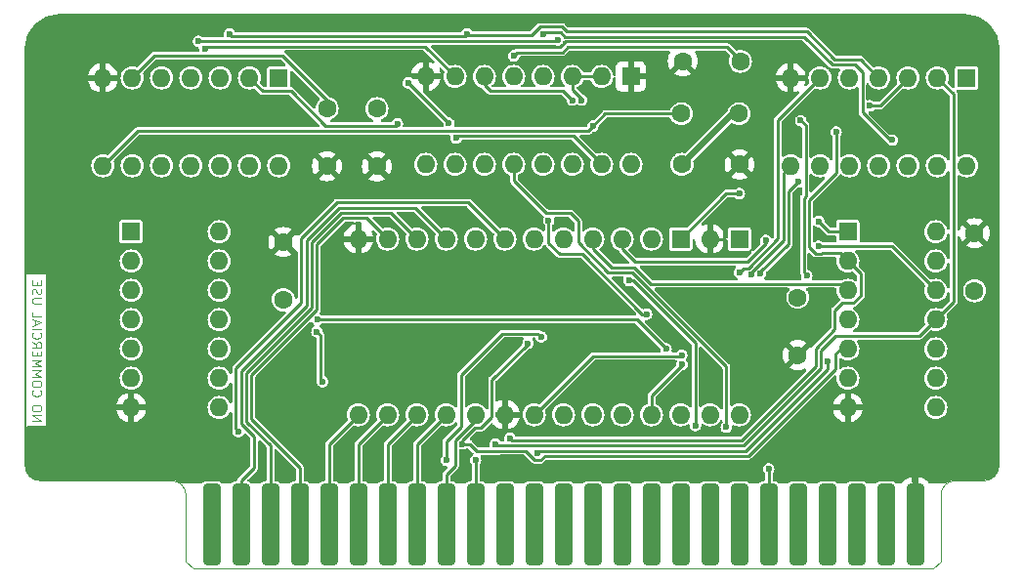
<source format=gbl>
G04 #@! TF.GenerationSoftware,KiCad,Pcbnew,(7.0.0-0)*
G04 #@! TF.CreationDate,2024-03-05T23:41:03+09:00*
G04 #@! TF.ProjectId,Grappler_Minus_Keros_alldip_GH,47726170-706c-4657-925f-4d696e75735f,3*
G04 #@! TF.SameCoordinates,Original*
G04 #@! TF.FileFunction,Copper,L2,Bot*
G04 #@! TF.FilePolarity,Positive*
%FSLAX46Y46*%
G04 Gerber Fmt 4.6, Leading zero omitted, Abs format (unit mm)*
G04 Created by KiCad (PCBNEW (7.0.0-0)) date 2024-03-05 23:41:03*
%MOMM*%
%LPD*%
G01*
G04 APERTURE LIST*
G04 Aperture macros list*
%AMRoundRect*
0 Rectangle with rounded corners*
0 $1 Rounding radius*
0 $2 $3 $4 $5 $6 $7 $8 $9 X,Y pos of 4 corners*
0 Add a 4 corners polygon primitive as box body*
4,1,4,$2,$3,$4,$5,$6,$7,$8,$9,$2,$3,0*
0 Add four circle primitives for the rounded corners*
1,1,$1+$1,$2,$3*
1,1,$1+$1,$4,$5*
1,1,$1+$1,$6,$7*
1,1,$1+$1,$8,$9*
0 Add four rect primitives between the rounded corners*
20,1,$1+$1,$2,$3,$4,$5,0*
20,1,$1+$1,$4,$5,$6,$7,0*
20,1,$1+$1,$6,$7,$8,$9,0*
20,1,$1+$1,$8,$9,$2,$3,0*%
G04 Aperture macros list end*
%ADD10C,0.100000*%
G04 #@! TA.AperFunction,NonConductor*
%ADD11C,0.100000*%
G04 #@! TD*
G04 #@! TA.AperFunction,ComponentPad*
%ADD12R,1.600000X1.600000*%
G04 #@! TD*
G04 #@! TA.AperFunction,ComponentPad*
%ADD13O,1.600000X1.600000*%
G04 #@! TD*
G04 #@! TA.AperFunction,ComponentPad*
%ADD14C,1.600000*%
G04 #@! TD*
G04 #@! TA.AperFunction,ConnectorPad*
%ADD15RoundRect,0.381000X0.381000X3.175000X-0.381000X3.175000X-0.381000X-3.175000X0.381000X-3.175000X0*%
G04 #@! TD*
G04 #@! TA.AperFunction,ViaPad*
%ADD16C,0.600000*%
G04 #@! TD*
G04 #@! TA.AperFunction,Conductor*
%ADD17C,0.500000*%
G04 #@! TD*
G04 #@! TA.AperFunction,Conductor*
%ADD18C,0.250000*%
G04 #@! TD*
G04 #@! TA.AperFunction,Profile*
%ADD19C,0.100000*%
G04 #@! TD*
G04 #@! TA.AperFunction,Profile*
%ADD20C,0.150000*%
G04 #@! TD*
G04 APERTURE END LIST*
D10*
D11*
X122864095Y-128129523D02*
X123664095Y-128129523D01*
X123664095Y-128129523D02*
X122864095Y-127672380D01*
X122864095Y-127672380D02*
X123664095Y-127672380D01*
X123664095Y-127139047D02*
X123664095Y-126986666D01*
X123664095Y-126986666D02*
X123626000Y-126910476D01*
X123626000Y-126910476D02*
X123549809Y-126834285D01*
X123549809Y-126834285D02*
X123397428Y-126796190D01*
X123397428Y-126796190D02*
X123130761Y-126796190D01*
X123130761Y-126796190D02*
X122978380Y-126834285D01*
X122978380Y-126834285D02*
X122902190Y-126910476D01*
X122902190Y-126910476D02*
X122864095Y-126986666D01*
X122864095Y-126986666D02*
X122864095Y-127139047D01*
X122864095Y-127139047D02*
X122902190Y-127215238D01*
X122902190Y-127215238D02*
X122978380Y-127291428D01*
X122978380Y-127291428D02*
X123130761Y-127329524D01*
X123130761Y-127329524D02*
X123397428Y-127329524D01*
X123397428Y-127329524D02*
X123549809Y-127291428D01*
X123549809Y-127291428D02*
X123626000Y-127215238D01*
X123626000Y-127215238D02*
X123664095Y-127139047D01*
X122940285Y-125516190D02*
X122902190Y-125554286D01*
X122902190Y-125554286D02*
X122864095Y-125668571D01*
X122864095Y-125668571D02*
X122864095Y-125744762D01*
X122864095Y-125744762D02*
X122902190Y-125859048D01*
X122902190Y-125859048D02*
X122978380Y-125935238D01*
X122978380Y-125935238D02*
X123054571Y-125973333D01*
X123054571Y-125973333D02*
X123206952Y-126011429D01*
X123206952Y-126011429D02*
X123321238Y-126011429D01*
X123321238Y-126011429D02*
X123473619Y-125973333D01*
X123473619Y-125973333D02*
X123549809Y-125935238D01*
X123549809Y-125935238D02*
X123626000Y-125859048D01*
X123626000Y-125859048D02*
X123664095Y-125744762D01*
X123664095Y-125744762D02*
X123664095Y-125668571D01*
X123664095Y-125668571D02*
X123626000Y-125554286D01*
X123626000Y-125554286D02*
X123587904Y-125516190D01*
X123664095Y-125020952D02*
X123664095Y-124868571D01*
X123664095Y-124868571D02*
X123626000Y-124792381D01*
X123626000Y-124792381D02*
X123549809Y-124716190D01*
X123549809Y-124716190D02*
X123397428Y-124678095D01*
X123397428Y-124678095D02*
X123130761Y-124678095D01*
X123130761Y-124678095D02*
X122978380Y-124716190D01*
X122978380Y-124716190D02*
X122902190Y-124792381D01*
X122902190Y-124792381D02*
X122864095Y-124868571D01*
X122864095Y-124868571D02*
X122864095Y-125020952D01*
X122864095Y-125020952D02*
X122902190Y-125097143D01*
X122902190Y-125097143D02*
X122978380Y-125173333D01*
X122978380Y-125173333D02*
X123130761Y-125211429D01*
X123130761Y-125211429D02*
X123397428Y-125211429D01*
X123397428Y-125211429D02*
X123549809Y-125173333D01*
X123549809Y-125173333D02*
X123626000Y-125097143D01*
X123626000Y-125097143D02*
X123664095Y-125020952D01*
X122864095Y-124335238D02*
X123664095Y-124335238D01*
X123664095Y-124335238D02*
X123092666Y-124068572D01*
X123092666Y-124068572D02*
X123664095Y-123801905D01*
X123664095Y-123801905D02*
X122864095Y-123801905D01*
X122864095Y-123420952D02*
X123664095Y-123420952D01*
X123664095Y-123420952D02*
X123092666Y-123154286D01*
X123092666Y-123154286D02*
X123664095Y-122887619D01*
X123664095Y-122887619D02*
X122864095Y-122887619D01*
X123283142Y-122506666D02*
X123283142Y-122240000D01*
X122864095Y-122125714D02*
X122864095Y-122506666D01*
X122864095Y-122506666D02*
X123664095Y-122506666D01*
X123664095Y-122506666D02*
X123664095Y-122125714D01*
X122864095Y-121325713D02*
X123245047Y-121592380D01*
X122864095Y-121782856D02*
X123664095Y-121782856D01*
X123664095Y-121782856D02*
X123664095Y-121478094D01*
X123664095Y-121478094D02*
X123626000Y-121401904D01*
X123626000Y-121401904D02*
X123587904Y-121363809D01*
X123587904Y-121363809D02*
X123511714Y-121325713D01*
X123511714Y-121325713D02*
X123397428Y-121325713D01*
X123397428Y-121325713D02*
X123321238Y-121363809D01*
X123321238Y-121363809D02*
X123283142Y-121401904D01*
X123283142Y-121401904D02*
X123245047Y-121478094D01*
X123245047Y-121478094D02*
X123245047Y-121782856D01*
X122940285Y-120525713D02*
X122902190Y-120563809D01*
X122902190Y-120563809D02*
X122864095Y-120678094D01*
X122864095Y-120678094D02*
X122864095Y-120754285D01*
X122864095Y-120754285D02*
X122902190Y-120868571D01*
X122902190Y-120868571D02*
X122978380Y-120944761D01*
X122978380Y-120944761D02*
X123054571Y-120982856D01*
X123054571Y-120982856D02*
X123206952Y-121020952D01*
X123206952Y-121020952D02*
X123321238Y-121020952D01*
X123321238Y-121020952D02*
X123473619Y-120982856D01*
X123473619Y-120982856D02*
X123549809Y-120944761D01*
X123549809Y-120944761D02*
X123626000Y-120868571D01*
X123626000Y-120868571D02*
X123664095Y-120754285D01*
X123664095Y-120754285D02*
X123664095Y-120678094D01*
X123664095Y-120678094D02*
X123626000Y-120563809D01*
X123626000Y-120563809D02*
X123587904Y-120525713D01*
X122864095Y-120182856D02*
X123664095Y-120182856D01*
X123092666Y-119840000D02*
X123092666Y-119459047D01*
X122864095Y-119916190D02*
X123664095Y-119649523D01*
X123664095Y-119649523D02*
X122864095Y-119382857D01*
X122864095Y-118735238D02*
X122864095Y-119116190D01*
X122864095Y-119116190D02*
X123664095Y-119116190D01*
X123664095Y-117988571D02*
X123016476Y-117988571D01*
X123016476Y-117988571D02*
X122940285Y-117950476D01*
X122940285Y-117950476D02*
X122902190Y-117912381D01*
X122902190Y-117912381D02*
X122864095Y-117836190D01*
X122864095Y-117836190D02*
X122864095Y-117683809D01*
X122864095Y-117683809D02*
X122902190Y-117607619D01*
X122902190Y-117607619D02*
X122940285Y-117569524D01*
X122940285Y-117569524D02*
X123016476Y-117531428D01*
X123016476Y-117531428D02*
X123664095Y-117531428D01*
X122902190Y-117188572D02*
X122864095Y-117074286D01*
X122864095Y-117074286D02*
X122864095Y-116883810D01*
X122864095Y-116883810D02*
X122902190Y-116807619D01*
X122902190Y-116807619D02*
X122940285Y-116769524D01*
X122940285Y-116769524D02*
X123016476Y-116731429D01*
X123016476Y-116731429D02*
X123092666Y-116731429D01*
X123092666Y-116731429D02*
X123168857Y-116769524D01*
X123168857Y-116769524D02*
X123206952Y-116807619D01*
X123206952Y-116807619D02*
X123245047Y-116883810D01*
X123245047Y-116883810D02*
X123283142Y-117036191D01*
X123283142Y-117036191D02*
X123321238Y-117112381D01*
X123321238Y-117112381D02*
X123359333Y-117150476D01*
X123359333Y-117150476D02*
X123435523Y-117188572D01*
X123435523Y-117188572D02*
X123511714Y-117188572D01*
X123511714Y-117188572D02*
X123587904Y-117150476D01*
X123587904Y-117150476D02*
X123626000Y-117112381D01*
X123626000Y-117112381D02*
X123664095Y-117036191D01*
X123664095Y-117036191D02*
X123664095Y-116845714D01*
X123664095Y-116845714D02*
X123626000Y-116731429D01*
X123283142Y-116388571D02*
X123283142Y-116121905D01*
X122864095Y-116007619D02*
X122864095Y-116388571D01*
X122864095Y-116388571D02*
X123664095Y-116388571D01*
X123664095Y-116388571D02*
X123664095Y-116007619D01*
D12*
X203834999Y-98424999D03*
D13*
X201294999Y-98424999D03*
X198754999Y-98424999D03*
X196214999Y-98424999D03*
X193674999Y-98424999D03*
X191134999Y-98424999D03*
X188594999Y-98424999D03*
X188594999Y-106044999D03*
X191134999Y-106044999D03*
X193674999Y-106044999D03*
X196214999Y-106044999D03*
X198754999Y-106044999D03*
X201294999Y-106044999D03*
X203834999Y-106044999D03*
D12*
X174751999Y-98297999D03*
D13*
X172211999Y-98297999D03*
X169671999Y-98297999D03*
X167131999Y-98297999D03*
X164591999Y-98297999D03*
X162051999Y-98297999D03*
X159511999Y-98297999D03*
X156971999Y-98297999D03*
X156971999Y-105917999D03*
X159511999Y-105917999D03*
X162051999Y-105917999D03*
X164591999Y-105917999D03*
X167131999Y-105917999D03*
X169671999Y-105917999D03*
X172211999Y-105917999D03*
X174751999Y-105917999D03*
D14*
X179240000Y-96990000D03*
X184240000Y-96990000D03*
D12*
X193547999Y-111759999D03*
D13*
X193547999Y-114299999D03*
X193547999Y-116839999D03*
X193547999Y-119379999D03*
X193547999Y-121919999D03*
X193547999Y-124459999D03*
X193547999Y-126999999D03*
X201167999Y-126999999D03*
X201167999Y-124459999D03*
X201167999Y-121919999D03*
X201167999Y-119379999D03*
X201167999Y-116839999D03*
X201167999Y-114299999D03*
X201167999Y-111759999D03*
D12*
X184149999Y-112394999D03*
D13*
X181609999Y-112394999D03*
X179069999Y-112394999D03*
X176529999Y-112394999D03*
X173989999Y-112394999D03*
X171449999Y-112394999D03*
X168909999Y-112394999D03*
X166369999Y-112394999D03*
X163829999Y-112394999D03*
X161289999Y-112394999D03*
X158749999Y-112394999D03*
X156209999Y-112394999D03*
X153669999Y-112394999D03*
X151129999Y-112394999D03*
X151129999Y-127634999D03*
X153669999Y-127634999D03*
X156209999Y-127634999D03*
X158749999Y-127634999D03*
X161289999Y-127634999D03*
X163829999Y-127634999D03*
X166369999Y-127634999D03*
X168909999Y-127634999D03*
X171449999Y-127634999D03*
X173989999Y-127634999D03*
X176529999Y-127634999D03*
X179069999Y-127634999D03*
X181609999Y-127634999D03*
X184149999Y-127634999D03*
D14*
X152750000Y-101100000D03*
X152750000Y-106100000D03*
D12*
X179069999Y-112394999D03*
D13*
X176529999Y-112394999D03*
X173989999Y-112394999D03*
X171449999Y-112394999D03*
X168909999Y-112394999D03*
X166369999Y-112394999D03*
X163829999Y-112394999D03*
X161289999Y-112394999D03*
X158749999Y-112394999D03*
X156209999Y-112394999D03*
X153669999Y-112394999D03*
X151129999Y-112394999D03*
X151129999Y-127634999D03*
X153669999Y-127634999D03*
X156209999Y-127634999D03*
X158749999Y-127634999D03*
X161289999Y-127634999D03*
X163829999Y-127634999D03*
X166369999Y-127634999D03*
X168909999Y-127634999D03*
X171449999Y-127634999D03*
X173989999Y-127634999D03*
X176529999Y-127634999D03*
X179069999Y-127634999D03*
D12*
X144229999Y-98429999D03*
D13*
X141689999Y-98429999D03*
X139149999Y-98429999D03*
X136609999Y-98429999D03*
X134069999Y-98429999D03*
X131529999Y-98429999D03*
X128989999Y-98429999D03*
X128989999Y-106049999D03*
X131529999Y-106049999D03*
X134069999Y-106049999D03*
X136609999Y-106049999D03*
X139149999Y-106049999D03*
X141689999Y-106049999D03*
X144229999Y-106049999D03*
D15*
X199380000Y-137140000D03*
X196840000Y-137140000D03*
X194300000Y-137140000D03*
X191760000Y-137140000D03*
X189220000Y-137140000D03*
X186680000Y-137140000D03*
X184140000Y-137140000D03*
X181600000Y-137140000D03*
X179060000Y-137140000D03*
X176520000Y-137140000D03*
X173980000Y-137140000D03*
X171440000Y-137140000D03*
X168900000Y-137140000D03*
X166360000Y-137140000D03*
X163820000Y-137140000D03*
X161280000Y-137140000D03*
X158740000Y-137140000D03*
X156200000Y-137140000D03*
X153660000Y-137140000D03*
X151120000Y-137140000D03*
X148580000Y-137140000D03*
X146040000Y-137140000D03*
X143500000Y-137140000D03*
X140960000Y-137140000D03*
X138420000Y-137140000D03*
D12*
X131444999Y-111759999D03*
D13*
X131444999Y-114299999D03*
X131444999Y-116839999D03*
X131444999Y-119379999D03*
X131444999Y-121919999D03*
X131444999Y-124459999D03*
X131444999Y-126999999D03*
X139064999Y-126999999D03*
X139064999Y-124459999D03*
X139064999Y-121919999D03*
X139064999Y-119379999D03*
X139064999Y-116839999D03*
X139064999Y-114299999D03*
X139064999Y-111759999D03*
D14*
X189210000Y-117460000D03*
X189210000Y-122460000D03*
X148430000Y-106080000D03*
X148430000Y-101080000D03*
X179170000Y-105930000D03*
X184170000Y-105930000D03*
X179120000Y-101540000D03*
X184120000Y-101540000D03*
X189210000Y-122460000D03*
X204530000Y-116890000D03*
X204530000Y-111890000D03*
X144630000Y-117660000D03*
X144630000Y-112660000D03*
D16*
X148510000Y-99190000D03*
X191240000Y-104200000D03*
X182150000Y-121340000D03*
X203480000Y-107710000D03*
X168250000Y-124740000D03*
X152380000Y-132750000D03*
X180300000Y-132300000D03*
X155000000Y-132630000D03*
X194990000Y-103560000D03*
X125730000Y-132080000D03*
X132690000Y-104330000D03*
X203230000Y-119170000D03*
X175880000Y-121920500D03*
X203310000Y-126030000D03*
X168550000Y-100850000D03*
X189200000Y-96330000D03*
X149970000Y-130660000D03*
X199310000Y-109110000D03*
X146480000Y-99570000D03*
X137410000Y-122020000D03*
X146060000Y-102210000D03*
X168090000Y-132240000D03*
X137280000Y-130930000D03*
X131550000Y-94040000D03*
X177038000Y-119634000D03*
X154980000Y-117620000D03*
X175260000Y-129032000D03*
X168520000Y-97020000D03*
X155490000Y-97020000D03*
X182860000Y-113720000D03*
X195326000Y-124968000D03*
X152070000Y-120766500D03*
X195326000Y-121666000D03*
X150550000Y-101860000D03*
X205070000Y-129260000D03*
X179650000Y-123910000D03*
X173000000Y-107520000D03*
X163230000Y-96600000D03*
X171620000Y-118160000D03*
X173750000Y-100010000D03*
X140580000Y-115060000D03*
X195326000Y-126492000D03*
X188650000Y-104170000D03*
X133130000Y-116890000D03*
X157570000Y-130180000D03*
X198410000Y-107770000D03*
X165950000Y-97080000D03*
X173736000Y-123444000D03*
X203780000Y-94180000D03*
X138490000Y-107780000D03*
X129480000Y-95870000D03*
X186182000Y-131318000D03*
X145630000Y-108600000D03*
X187960000Y-114554000D03*
X137470000Y-118430000D03*
X182640000Y-115610000D03*
X129180000Y-108870000D03*
X178130000Y-117190000D03*
X142810000Y-131500000D03*
X169370000Y-110910000D03*
X201440000Y-132390000D03*
X141110000Y-130940000D03*
X158240000Y-107070000D03*
X195326000Y-112268000D03*
X141850000Y-109090000D03*
X173250000Y-102930000D03*
X144160000Y-131210000D03*
X170942000Y-124206000D03*
X178680000Y-126130000D03*
X203530000Y-104370000D03*
X196596000Y-119888000D03*
X200430000Y-100310000D03*
X154190000Y-98920000D03*
X186436000Y-118364000D03*
X164790000Y-94050000D03*
X125730000Y-107950000D03*
X135330000Y-104080000D03*
X147200000Y-130150000D03*
X168220000Y-114240000D03*
X205360000Y-120650000D03*
X186270000Y-109990000D03*
X159660000Y-101380000D03*
X190400000Y-120980000D03*
X175840000Y-113690000D03*
X139040000Y-100180000D03*
X199360000Y-129780000D03*
X148980000Y-118490000D03*
X195326000Y-119126000D03*
X184150000Y-129032000D03*
X174100000Y-120650000D03*
X130360000Y-123140000D03*
X168600000Y-121470000D03*
X163830000Y-121920000D03*
X139380000Y-130960000D03*
X141680000Y-104150000D03*
X169230000Y-115690000D03*
X137220000Y-112980000D03*
X199390000Y-126492000D03*
X132850000Y-107320000D03*
X160250000Y-96810000D03*
X176784000Y-123444000D03*
X202040000Y-109310000D03*
X160220000Y-132690000D03*
X194230000Y-131170000D03*
X172860000Y-111020000D03*
X194910000Y-107790000D03*
X172720000Y-129032000D03*
X177580000Y-113670000D03*
X175850000Y-110890000D03*
X180650000Y-119670000D03*
X154020000Y-107970000D03*
X144520000Y-104150000D03*
X199390000Y-121920000D03*
X182060000Y-125790000D03*
X164846000Y-132080000D03*
X165960000Y-104410000D03*
X123190000Y-99060000D03*
X170030000Y-93750000D03*
X148720000Y-93720000D03*
X183642000Y-132334000D03*
X190500000Y-118110000D03*
X189090000Y-124170000D03*
X191008000Y-115062000D03*
X160720000Y-104350000D03*
X145270000Y-126830000D03*
X195580000Y-114300000D03*
X131350000Y-132220000D03*
X179350000Y-110960000D03*
X165960000Y-114010000D03*
X185674000Y-127254000D03*
X196390000Y-96390000D03*
X180964500Y-122740000D03*
X152900000Y-114570000D03*
X132610000Y-100300000D03*
X203640000Y-100380000D03*
X137140000Y-123720000D03*
X178816000Y-121412000D03*
X184930000Y-122980000D03*
X125730000Y-119380000D03*
X123190000Y-129540000D03*
X138920000Y-104020000D03*
X165490000Y-129000000D03*
X148860000Y-113390000D03*
X190710000Y-107570000D03*
X191030000Y-109900000D03*
X157220000Y-132800000D03*
X132760000Y-110010000D03*
X133090000Y-114700000D03*
X161798000Y-121158000D03*
X123190000Y-114300000D03*
X174040000Y-132180000D03*
X199390000Y-116840000D03*
X125730000Y-95250000D03*
X133130000Y-124920000D03*
X127750000Y-132270000D03*
X161036000Y-125984000D03*
X171090000Y-111030000D03*
X128940000Y-100250000D03*
X191030000Y-112010000D03*
X184720000Y-120450000D03*
X187690000Y-129660000D03*
X199390000Y-114046000D03*
X201880000Y-104390000D03*
X182870000Y-111000000D03*
X149970000Y-97350000D03*
X191800000Y-126090000D03*
X171030000Y-96760000D03*
X167640000Y-129032000D03*
X153045500Y-130940000D03*
X191730000Y-100920000D03*
X162800000Y-132710000D03*
X154520000Y-102408500D03*
X140735500Y-129100000D03*
X186436000Y-112522000D03*
X191008000Y-113030000D03*
X160136500Y-130164500D03*
X165840000Y-121440000D03*
X191030000Y-110880000D03*
X158750000Y-131572000D03*
X184150000Y-108458000D03*
X166970353Y-120886147D03*
X162980000Y-130190000D03*
X192532000Y-103124000D03*
X164243750Y-129677500D03*
X166680000Y-130926500D03*
X191830839Y-122996339D03*
X147571089Y-119377089D03*
X177800000Y-121920000D03*
X164592000Y-96520000D03*
X189992000Y-115570000D03*
X189464000Y-102128000D03*
X186690000Y-132334000D03*
X183025000Y-128710000D03*
X147547213Y-120427213D03*
X148024500Y-124760000D03*
X161290000Y-131572000D03*
X160528000Y-94625500D03*
X139954000Y-94625500D03*
X169672000Y-100357500D03*
X174590911Y-115990911D03*
X137287000Y-95250000D03*
X168402000Y-95133500D03*
X180330000Y-128590000D03*
X170471503Y-100357500D03*
X159600000Y-103657500D03*
X158985000Y-102365000D03*
X155470000Y-98858500D03*
X137821823Y-95874500D03*
X176100000Y-118920000D03*
X167620000Y-110790000D03*
X197418589Y-103825411D03*
X167132000Y-94625500D03*
X171450000Y-102616000D03*
X189230000Y-107442000D03*
X179170641Y-123270142D03*
X185988589Y-115376589D03*
X195456609Y-100840213D03*
X184168073Y-115277123D03*
X185169266Y-115508757D03*
X179139668Y-122471239D03*
D17*
X199390000Y-137160000D02*
X199360000Y-129780000D01*
D18*
X182860000Y-113720000D02*
X182860000Y-112390000D01*
X182860000Y-112390000D02*
X182860000Y-111010000D01*
X182860000Y-112390000D02*
X182855000Y-112395000D01*
D17*
X199360000Y-129780000D02*
X199390000Y-129794000D01*
D18*
X182855000Y-112395000D02*
X181610000Y-112395000D01*
X182860000Y-111010000D02*
X182870000Y-111000000D01*
X183560000Y-101540000D02*
X184120000Y-101540000D01*
D17*
X179170000Y-105930000D02*
X183560000Y-101540000D01*
D18*
X154345500Y-102583000D02*
X148303000Y-102583000D01*
X148303000Y-102583000D02*
X145275000Y-99555000D01*
X154520000Y-102408500D02*
X154345500Y-102583000D01*
X145275000Y-99555000D02*
X142815000Y-99555000D01*
X142815000Y-99555000D02*
X141690000Y-98430000D01*
X140520000Y-123635812D02*
X146190000Y-117965812D01*
X140520000Y-128884500D02*
X140520000Y-123635812D01*
X146190000Y-112310000D02*
X149260000Y-109240000D01*
X160675000Y-109240000D02*
X163830000Y-112395000D01*
X140735500Y-129100000D02*
X140520000Y-128884500D01*
X149260000Y-109240000D02*
X160675000Y-109240000D01*
X146190000Y-117965812D02*
X146190000Y-112310000D01*
X176474280Y-116280000D02*
X192988000Y-116280000D01*
X173066000Y-114866000D02*
X175060280Y-114866000D01*
X192988000Y-116280000D02*
X193548000Y-116840000D01*
X171450000Y-113250000D02*
X173066000Y-114866000D01*
X175060280Y-114866000D02*
X176474280Y-116280000D01*
X171450000Y-112395000D02*
X171450000Y-113250000D01*
X173990000Y-113284000D02*
X173990000Y-112395000D01*
X197358000Y-113030000D02*
X201168000Y-116840000D01*
X175076000Y-114370000D02*
X173990000Y-113284000D01*
X191008000Y-113030000D02*
X197358000Y-113030000D01*
X186436000Y-112522000D02*
X186436000Y-112773208D01*
X184839208Y-114370000D02*
X175076000Y-114370000D01*
X186436000Y-112773208D02*
X184839208Y-114370000D01*
X163238884Y-130815000D02*
X163301884Y-130752000D01*
X163301884Y-130752000D02*
X165621616Y-130752000D01*
X161236396Y-128760000D02*
X161755991Y-128760000D01*
X160136500Y-130164500D02*
X160136500Y-129859896D01*
X165770000Y-121530000D02*
X165840000Y-121440000D01*
X162705000Y-124595000D02*
X165770000Y-121530000D01*
X165621616Y-130752000D02*
X166421116Y-131551500D01*
X166938884Y-131551500D02*
X167288384Y-131202000D01*
X160136500Y-129859896D02*
X161236396Y-128760000D01*
X161755991Y-128760000D02*
X162705000Y-127810991D01*
X166421116Y-131551500D02*
X166938884Y-131551500D01*
X160136500Y-130164500D02*
X160766384Y-130164500D01*
X162705000Y-127810991D02*
X162705000Y-124595000D01*
X184905188Y-131202000D02*
X192455839Y-123651349D01*
X160766384Y-130164500D02*
X161416884Y-130815000D01*
X165840000Y-121440000D02*
X165790000Y-121530000D01*
X167288384Y-131202000D02*
X184905188Y-131202000D01*
X192930000Y-121920000D02*
X193548000Y-121920000D01*
X161416884Y-130815000D02*
X163238884Y-130815000D01*
X192455839Y-123651349D02*
X192455839Y-122394161D01*
X192455839Y-122394161D02*
X192930000Y-121920000D01*
X166676206Y-120592000D02*
X163634000Y-120592000D01*
X191030000Y-110880000D02*
X191910000Y-111760000D01*
X160020000Y-124206000D02*
X160020000Y-128703604D01*
X163634000Y-120592000D02*
X160020000Y-124206000D01*
X160020000Y-128703604D02*
X158750000Y-129973604D01*
X183007000Y-108458000D02*
X184150000Y-108458000D01*
X166970353Y-120886147D02*
X166676206Y-120592000D01*
X158750000Y-129973604D02*
X158750000Y-131572000D01*
X191910000Y-111760000D02*
X193548000Y-111760000D01*
X179070000Y-112395000D02*
X183007000Y-108458000D01*
X163092000Y-130302000D02*
X184532396Y-130302000D01*
X192512604Y-120795000D02*
X199753000Y-120795000D01*
X199753000Y-120795000D02*
X201168000Y-119380000D01*
X184532396Y-130302000D02*
X191200000Y-123634396D01*
X202710000Y-117838000D02*
X201168000Y-119380000D01*
X201295000Y-98425000D02*
X202710000Y-99840000D01*
X191200000Y-123634396D02*
X191200000Y-122107604D01*
X162980000Y-130190000D02*
X163092000Y-130302000D01*
X202710000Y-99840000D02*
X202710000Y-117838000D01*
X191200000Y-122107604D02*
X192512604Y-120795000D01*
X193059396Y-117965000D02*
X194013991Y-117965000D01*
X190750000Y-121921208D02*
X192423000Y-120248208D01*
X194673000Y-115425000D02*
X193548000Y-114300000D01*
X190749116Y-113655000D02*
X191266884Y-113655000D01*
X184346000Y-129852000D02*
X190750000Y-123448000D01*
X194673000Y-117305991D02*
X194673000Y-115425000D01*
X164243750Y-129677500D02*
X164418250Y-129852000D01*
X190750000Y-123448000D02*
X190750000Y-121921208D01*
X192423000Y-120248208D02*
X192423000Y-118601396D01*
X191291884Y-113630000D02*
X192878000Y-113630000D01*
X164418250Y-129852000D02*
X184346000Y-129852000D01*
X191266884Y-113655000D02*
X191291884Y-113630000D01*
X194013991Y-117965000D02*
X194673000Y-117305991D01*
X192532000Y-106680000D02*
X190170000Y-109042000D01*
X192878000Y-113630000D02*
X193548000Y-114300000D01*
X190170000Y-109042000D02*
X190170000Y-113075884D01*
X190170000Y-113075884D02*
X190749116Y-113655000D01*
X192532000Y-103124000D02*
X192532000Y-106680000D01*
X192423000Y-118601396D02*
X193059396Y-117965000D01*
X191830839Y-123639953D02*
X191830839Y-122996339D01*
X166854500Y-130752000D02*
X184718792Y-130752000D01*
X166680000Y-130926500D02*
X166854500Y-130752000D01*
X184718792Y-130752000D02*
X191830839Y-123639953D01*
X147571089Y-119377089D02*
X147578178Y-119370000D01*
X147578178Y-119370000D02*
X175250000Y-119370000D01*
X175250000Y-119370000D02*
X177800000Y-121920000D01*
X183094000Y-95758000D02*
X184364000Y-97028000D01*
X169297780Y-95758000D02*
X183094000Y-95758000D01*
X189464000Y-102128000D02*
X189890000Y-102554000D01*
X189890000Y-102554000D02*
X189890000Y-108685604D01*
X189890000Y-108685604D02*
X189720000Y-108855604D01*
X189720000Y-108855604D02*
X189720000Y-115298000D01*
X189720000Y-115298000D02*
X189992000Y-115570000D01*
X164592000Y-96520000D02*
X164904000Y-96208000D01*
X168847780Y-96208000D02*
X169297780Y-95758000D01*
X164904000Y-96208000D02*
X168847780Y-96208000D01*
X170180000Y-110836116D02*
X169508884Y-110165000D01*
X183025000Y-128710000D02*
X183025000Y-123467116D01*
X170180000Y-112715991D02*
X170180000Y-110836116D01*
X172780009Y-115316000D02*
X170180000Y-112715991D01*
X183025000Y-123467116D02*
X174873884Y-115316000D01*
X164592000Y-107342000D02*
X164592000Y-105918000D01*
X186690000Y-137160000D02*
X186690000Y-132334000D01*
X167415000Y-110165000D02*
X164592000Y-107342000D01*
X174873884Y-115316000D02*
X172780009Y-115316000D01*
X169508884Y-110165000D02*
X167415000Y-110165000D01*
X161290000Y-137160000D02*
X161290000Y-131572000D01*
X147547213Y-120427213D02*
X147830000Y-120710000D01*
X147830000Y-124565500D02*
X148024500Y-124760000D01*
X147830000Y-120710000D02*
X147830000Y-124565500D01*
X161290000Y-128070000D02*
X159512000Y-129848000D01*
X159512000Y-132080000D02*
X158750000Y-132842000D01*
X161290000Y-127635000D02*
X161290000Y-128070000D01*
X158750000Y-132842000D02*
X158750000Y-137160000D01*
X159512000Y-129848000D02*
X159512000Y-132080000D01*
X158750000Y-127635000D02*
X156210000Y-130175000D01*
X156210000Y-130175000D02*
X156210000Y-137160000D01*
X153670000Y-130175000D02*
X153670000Y-137160000D01*
X156210000Y-127635000D02*
X153670000Y-130175000D01*
X153670000Y-127635000D02*
X151130000Y-130175000D01*
X151130000Y-130175000D02*
X151130000Y-137160000D01*
X148590000Y-130175000D02*
X148590000Y-137160000D01*
X151130000Y-127635000D02*
X148590000Y-130175000D01*
X146050000Y-132205604D02*
X141870000Y-128025604D01*
X151865000Y-110590000D02*
X153670000Y-112395000D01*
X141870000Y-124195000D02*
X147540000Y-118525000D01*
X146050000Y-137160000D02*
X146050000Y-132205604D01*
X149819188Y-110590000D02*
X151865000Y-110590000D01*
X141870000Y-128025604D02*
X141870000Y-124195000D01*
X147540000Y-112869188D02*
X149819188Y-110590000D01*
X147540000Y-118525000D02*
X147540000Y-112869188D01*
X141420000Y-128212000D02*
X141420000Y-124008604D01*
X143510000Y-137160000D02*
X143510000Y-130302000D01*
X153955000Y-110140000D02*
X156210000Y-112395000D01*
X147090000Y-112682792D02*
X149632792Y-110140000D01*
X147090000Y-118338604D02*
X147090000Y-112682792D01*
X143510000Y-130302000D02*
X141420000Y-128212000D01*
X141420000Y-124008604D02*
X147090000Y-118338604D01*
X149632792Y-110140000D02*
X153955000Y-110140000D01*
X149446396Y-109690000D02*
X156045000Y-109690000D01*
X142110000Y-129538396D02*
X140970000Y-128398396D01*
X140970000Y-123822208D02*
X146640000Y-118152208D01*
X140970000Y-137160000D02*
X140970000Y-133360000D01*
X146640000Y-112496396D02*
X149446396Y-109690000D01*
X146640000Y-118152208D02*
X146640000Y-112496396D01*
X156045000Y-109690000D02*
X158750000Y-112395000D01*
X140970000Y-133360000D02*
X142110000Y-132220000D01*
X140970000Y-128398396D02*
X140970000Y-123822208D01*
X142110000Y-132220000D02*
X142110000Y-129538396D01*
X169196780Y-94408000D02*
X189981783Y-94408000D01*
X139954000Y-94625500D02*
X140128500Y-94800000D01*
X168789280Y-94000500D02*
X169196780Y-94408000D01*
X168882500Y-99568000D02*
X162560000Y-99568000D01*
X160644500Y-94742000D02*
X166131616Y-94742000D01*
X166873116Y-94000500D02*
X168789280Y-94000500D01*
X160353500Y-94800000D02*
X160528000Y-94625500D01*
X169672000Y-100357500D02*
X168882500Y-99568000D01*
X140128500Y-94800000D02*
X160353500Y-94800000D01*
X162052000Y-99060000D02*
X162052000Y-98298000D01*
X166131616Y-94742000D02*
X166873116Y-94000500D01*
X192423783Y-96850000D02*
X194640000Y-96850000D01*
X194640000Y-96850000D02*
X196215000Y-98425000D01*
X160528000Y-94625500D02*
X160644500Y-94742000D01*
X189981783Y-94408000D02*
X192423783Y-96850000D01*
X162560000Y-99568000D02*
X162052000Y-99060000D01*
X170471503Y-100241503D02*
X169670000Y-99440000D01*
X180330000Y-128590000D02*
X180330000Y-121408512D01*
X170471503Y-100357500D02*
X170471503Y-100241503D01*
X169670000Y-98300000D02*
X169672000Y-98298000D01*
X180330000Y-121408512D02*
X174912399Y-115990911D01*
X172212000Y-98298000D02*
X169672000Y-98298000D01*
X174912399Y-115990911D02*
X174590911Y-115990911D01*
X137287000Y-95250000D02*
X168285500Y-95250000D01*
X168285500Y-95250000D02*
X168402000Y-95133500D01*
X169670000Y-99440000D02*
X169670000Y-98300000D01*
X155478500Y-98858500D02*
X155470000Y-98858500D01*
X169777000Y-103483000D02*
X172212000Y-105918000D01*
X159600000Y-103657500D02*
X159774500Y-103483000D01*
X158985000Y-102365000D02*
X155478500Y-98858500D01*
X159774500Y-103483000D02*
X169777000Y-103483000D01*
X156914000Y-95700000D02*
X159512000Y-98298000D01*
X137821823Y-95874500D02*
X137996323Y-95700000D01*
X137996323Y-95700000D02*
X156914000Y-95700000D01*
X175747613Y-118920000D02*
X176100000Y-118920000D01*
X170537613Y-113710000D02*
X175747613Y-118920000D01*
X167620000Y-112730000D02*
X168600000Y-113710000D01*
X168600000Y-113710000D02*
X170537613Y-113710000D01*
X167620000Y-110790000D02*
X167620000Y-112730000D01*
X169010384Y-94858000D02*
X168660884Y-94508500D01*
X167249000Y-94508500D02*
X167132000Y-94625500D01*
X194800000Y-97959009D02*
X194140991Y-97300000D01*
X197171807Y-103825411D02*
X194800000Y-101453604D01*
X197418589Y-103825411D02*
X197171807Y-103825411D01*
X192237387Y-97300000D02*
X189795387Y-94858000D01*
X168660884Y-94508500D02*
X167249000Y-94508500D01*
X189795387Y-94858000D02*
X169010384Y-94858000D01*
X194140991Y-97300000D02*
X192237387Y-97300000D01*
X194800000Y-101453604D02*
X194800000Y-97959009D01*
X171033000Y-103033000D02*
X132007000Y-103033000D01*
X132007000Y-103033000D02*
X128990000Y-106050000D01*
X171450000Y-102616000D02*
X171033000Y-103033000D01*
X172526000Y-101540000D02*
X179120000Y-101540000D01*
X171450000Y-102616000D02*
X172526000Y-101540000D01*
X195456609Y-100840213D02*
X196339787Y-100840213D01*
X185988589Y-115255411D02*
X188410000Y-112834000D01*
X196339787Y-100840213D02*
X198755000Y-98425000D01*
X185988589Y-115376589D02*
X185988589Y-115255411D01*
X188410000Y-108262000D02*
X189230000Y-107442000D01*
X188410000Y-112834000D02*
X188410000Y-108262000D01*
X179170641Y-123343359D02*
X176530000Y-125984000D01*
X176530000Y-125984000D02*
X176530000Y-127635000D01*
X179170641Y-123270142D02*
X179170641Y-123343359D01*
X187470000Y-112375604D02*
X187470000Y-102090000D01*
X184900604Y-114945000D02*
X187470000Y-112375604D01*
X184168073Y-115277123D02*
X184188877Y-115277123D01*
X187470000Y-102090000D02*
X191135000Y-98425000D01*
X184521000Y-114945000D02*
X184900604Y-114945000D01*
X184188877Y-115277123D02*
X184521000Y-114945000D01*
X171460000Y-122545000D02*
X166370000Y-127635000D01*
X185169266Y-115508757D02*
X185169266Y-115312734D01*
X187960000Y-106680000D02*
X188595000Y-106045000D01*
X187960000Y-112522000D02*
X187960000Y-106680000D01*
X179065907Y-122545000D02*
X171460000Y-122545000D01*
X185169266Y-115312734D02*
X187960000Y-112522000D01*
X179139668Y-122471239D02*
X179065907Y-122545000D01*
X133460500Y-96499500D02*
X144549500Y-96499500D01*
X144549500Y-96499500D02*
X148450000Y-100400000D01*
X148450000Y-100400000D02*
X148450000Y-100810000D01*
X131530000Y-98430000D02*
X133460500Y-96499500D01*
G04 #@! TA.AperFunction,Conductor*
G36*
X145392818Y-97822257D02*
G01*
X145442181Y-97852507D01*
X147754015Y-100164341D01*
X147787094Y-100223863D01*
X147783754Y-100291878D01*
X147745001Y-100347873D01*
X147723826Y-100365251D01*
X147723818Y-100365258D01*
X147719117Y-100369117D01*
X147715258Y-100373818D01*
X147715254Y-100373823D01*
X147597957Y-100516749D01*
X147597953Y-100516754D01*
X147594090Y-100521462D01*
X147591222Y-100526827D01*
X147591215Y-100526838D01*
X147504057Y-100689900D01*
X147504053Y-100689907D01*
X147501186Y-100695273D01*
X147499419Y-100701096D01*
X147499418Y-100701100D01*
X147445744Y-100878037D01*
X147445742Y-100878044D01*
X147443976Y-100883868D01*
X147443379Y-100889926D01*
X147443378Y-100889933D01*
X147435622Y-100968685D01*
X147409974Y-101032820D01*
X147353993Y-101073283D01*
X147285050Y-101077518D01*
X147224538Y-101044212D01*
X145519043Y-99338717D01*
X145511734Y-99330741D01*
X145494426Y-99310114D01*
X145487455Y-99301806D01*
X145478062Y-99296383D01*
X145478060Y-99296381D01*
X145454735Y-99282914D01*
X145445627Y-99277112D01*
X145414684Y-99255446D01*
X145404206Y-99252638D01*
X145400873Y-99251084D01*
X145397432Y-99249831D01*
X145388045Y-99244412D01*
X145377366Y-99242528D01*
X145377361Y-99242527D01*
X145350852Y-99237852D01*
X145340301Y-99235514D01*
X145334433Y-99233942D01*
X145322410Y-99230720D01*
X145274798Y-99205937D01*
X145242119Y-99163352D01*
X145230500Y-99110945D01*
X145230500Y-97940188D01*
X145244015Y-97883893D01*
X145281615Y-97839870D01*
X145335102Y-97817715D01*
X145392818Y-97822257D01*
G37*
G04 #@! TD.AperFunction*
G04 #@! TA.AperFunction,Conductor*
G36*
X203645591Y-93005499D02*
G01*
X203645590Y-93008585D01*
X203645592Y-93008586D01*
X203645592Y-93005500D01*
X203656362Y-93005500D01*
X203658525Y-93005500D01*
X203665478Y-93005695D01*
X203983056Y-93023530D01*
X203996857Y-93025085D01*
X204295789Y-93075876D01*
X204307007Y-93077782D01*
X204320562Y-93080875D01*
X204393547Y-93101902D01*
X204622864Y-93167967D01*
X204635990Y-93172560D01*
X204926634Y-93292949D01*
X204939148Y-93298975D01*
X205205447Y-93446153D01*
X205214494Y-93451153D01*
X205226268Y-93458552D01*
X205482831Y-93640594D01*
X205493702Y-93649262D01*
X205644715Y-93784216D01*
X205728276Y-93858890D01*
X205738109Y-93868723D01*
X205947736Y-94103296D01*
X205956405Y-94114168D01*
X206138447Y-94370731D01*
X206145846Y-94382505D01*
X206298020Y-94657844D01*
X206304053Y-94670372D01*
X206424439Y-94961010D01*
X206429032Y-94974135D01*
X206516123Y-95276435D01*
X206519217Y-95289992D01*
X206571913Y-95600134D01*
X206573470Y-95613953D01*
X206591303Y-95931518D01*
X206591498Y-95938484D01*
X206587501Y-132068589D01*
X206584254Y-132068588D01*
X206584255Y-132068592D01*
X206587500Y-132068592D01*
X206587500Y-132080125D01*
X206587118Y-132089854D01*
X206573251Y-132266042D01*
X206570207Y-132285261D01*
X206530090Y-132452358D01*
X206524077Y-132470863D01*
X206458317Y-132629621D01*
X206449484Y-132646957D01*
X206359693Y-132793484D01*
X206348256Y-132809226D01*
X206236655Y-132939895D01*
X206222895Y-132953655D01*
X206092226Y-133065256D01*
X206076484Y-133076693D01*
X205929957Y-133166484D01*
X205912621Y-133175317D01*
X205753863Y-133241077D01*
X205735358Y-133247090D01*
X205568261Y-133287207D01*
X205549041Y-133290251D01*
X205372986Y-133304106D01*
X205363009Y-133304488D01*
X202898953Y-133299533D01*
X202898960Y-133295770D01*
X202898908Y-133295777D01*
X202898908Y-133299500D01*
X202882500Y-133299500D01*
X202872557Y-133299480D01*
X202872562Y-133296588D01*
X202872508Y-133296587D01*
X202872508Y-133299500D01*
X202778574Y-133299500D01*
X202773760Y-133300262D01*
X202773753Y-133300263D01*
X202578092Y-133331253D01*
X202578089Y-133331253D01*
X202573282Y-133332015D01*
X202568656Y-133333517D01*
X202568652Y-133333519D01*
X202380239Y-133394738D01*
X202380227Y-133394742D01*
X202375604Y-133396245D01*
X202371265Y-133398455D01*
X202371262Y-133398457D01*
X202194751Y-133488393D01*
X202194744Y-133488396D01*
X202190407Y-133490607D01*
X202186467Y-133493468D01*
X202186458Y-133493475D01*
X202058672Y-133586318D01*
X202024105Y-133603931D01*
X201985787Y-133610000D01*
X201356387Y-133610000D01*
X201308934Y-133600561D01*
X201294509Y-133590922D01*
X201285000Y-133588374D01*
X201285000Y-133584000D01*
X201268674Y-133584000D01*
X200632355Y-133584000D01*
X200566994Y-133565375D01*
X200521267Y-133515095D01*
X200510680Y-133493750D01*
X200503478Y-133482481D01*
X200391842Y-133343601D01*
X200382398Y-133334157D01*
X200243518Y-133222521D01*
X200232249Y-133215319D01*
X200072620Y-133136150D01*
X200060081Y-133131543D01*
X199885937Y-133088236D01*
X199875184Y-133086548D01*
X199839697Y-133084141D01*
X199835510Y-133084000D01*
X199646326Y-133084000D01*
X199633450Y-133087450D01*
X199630000Y-133100326D01*
X199630000Y-133460000D01*
X199613387Y-133522000D01*
X199568000Y-133567387D01*
X199506000Y-133584000D01*
X199254000Y-133584000D01*
X199192000Y-133567387D01*
X199146613Y-133522000D01*
X199130000Y-133460000D01*
X199130000Y-133100327D01*
X199126549Y-133087451D01*
X199113674Y-133084001D01*
X198924493Y-133084001D01*
X198920298Y-133084143D01*
X198884812Y-133086548D01*
X198874066Y-133088235D01*
X198699918Y-133131543D01*
X198687379Y-133136150D01*
X198527750Y-133215319D01*
X198516481Y-133222521D01*
X198377601Y-133334157D01*
X198368157Y-133343601D01*
X198256521Y-133482481D01*
X198249319Y-133493750D01*
X198238733Y-133515095D01*
X198193006Y-133565375D01*
X198127645Y-133584000D01*
X197719324Y-133584000D01*
X197671871Y-133574561D01*
X197635957Y-133550563D01*
X197635731Y-133550269D01*
X197514259Y-133457061D01*
X197413957Y-133415514D01*
X197380311Y-133401577D01*
X197380308Y-133401576D01*
X197372802Y-133398467D01*
X197364748Y-133397406D01*
X197364742Y-133397405D01*
X197263136Y-133384029D01*
X197263132Y-133384028D01*
X197259116Y-133383500D01*
X196420884Y-133383500D01*
X196416868Y-133384028D01*
X196416863Y-133384029D01*
X196315257Y-133397405D01*
X196315249Y-133397406D01*
X196307198Y-133398467D01*
X196299693Y-133401575D01*
X196299688Y-133401577D01*
X196173248Y-133453951D01*
X196173245Y-133453952D01*
X196165741Y-133457061D01*
X196159296Y-133462005D01*
X196159293Y-133462008D01*
X196050715Y-133545322D01*
X196050711Y-133545325D01*
X196044269Y-133550269D01*
X196044042Y-133550563D01*
X196008129Y-133574561D01*
X195960676Y-133584000D01*
X195179324Y-133584000D01*
X195131871Y-133574561D01*
X195095957Y-133550563D01*
X195095731Y-133550269D01*
X194974259Y-133457061D01*
X194873957Y-133415514D01*
X194840311Y-133401577D01*
X194840308Y-133401576D01*
X194832802Y-133398467D01*
X194824748Y-133397406D01*
X194824742Y-133397405D01*
X194723136Y-133384029D01*
X194723132Y-133384028D01*
X194719116Y-133383500D01*
X193880884Y-133383500D01*
X193876868Y-133384028D01*
X193876863Y-133384029D01*
X193775257Y-133397405D01*
X193775249Y-133397406D01*
X193767198Y-133398467D01*
X193759693Y-133401575D01*
X193759688Y-133401577D01*
X193633248Y-133453951D01*
X193633245Y-133453952D01*
X193625741Y-133457061D01*
X193619296Y-133462005D01*
X193619293Y-133462008D01*
X193510715Y-133545322D01*
X193510711Y-133545325D01*
X193504269Y-133550269D01*
X193504042Y-133550563D01*
X193468129Y-133574561D01*
X193420676Y-133584000D01*
X192639324Y-133584000D01*
X192591871Y-133574561D01*
X192555957Y-133550563D01*
X192555731Y-133550269D01*
X192434259Y-133457061D01*
X192333957Y-133415514D01*
X192300311Y-133401577D01*
X192300308Y-133401576D01*
X192292802Y-133398467D01*
X192284748Y-133397406D01*
X192284742Y-133397405D01*
X192183136Y-133384029D01*
X192183132Y-133384028D01*
X192179116Y-133383500D01*
X191340884Y-133383500D01*
X191336868Y-133384028D01*
X191336863Y-133384029D01*
X191235257Y-133397405D01*
X191235249Y-133397406D01*
X191227198Y-133398467D01*
X191219693Y-133401575D01*
X191219688Y-133401577D01*
X191093248Y-133453951D01*
X191093245Y-133453952D01*
X191085741Y-133457061D01*
X191079296Y-133462005D01*
X191079293Y-133462008D01*
X190970715Y-133545322D01*
X190970711Y-133545325D01*
X190964269Y-133550269D01*
X190964042Y-133550563D01*
X190928129Y-133574561D01*
X190880676Y-133584000D01*
X190099324Y-133584000D01*
X190051871Y-133574561D01*
X190015957Y-133550563D01*
X190015731Y-133550269D01*
X189894259Y-133457061D01*
X189793957Y-133415514D01*
X189760311Y-133401577D01*
X189760308Y-133401576D01*
X189752802Y-133398467D01*
X189744748Y-133397406D01*
X189744742Y-133397405D01*
X189643136Y-133384029D01*
X189643132Y-133384028D01*
X189639116Y-133383500D01*
X188800884Y-133383500D01*
X188796868Y-133384028D01*
X188796863Y-133384029D01*
X188695257Y-133397405D01*
X188695249Y-133397406D01*
X188687198Y-133398467D01*
X188679693Y-133401575D01*
X188679688Y-133401577D01*
X188553248Y-133453951D01*
X188553245Y-133453952D01*
X188545741Y-133457061D01*
X188539296Y-133462005D01*
X188539293Y-133462008D01*
X188430715Y-133545322D01*
X188430711Y-133545325D01*
X188424269Y-133550269D01*
X188424042Y-133550563D01*
X188388129Y-133574561D01*
X188340676Y-133584000D01*
X187559324Y-133584000D01*
X187511871Y-133574561D01*
X187475957Y-133550563D01*
X187475731Y-133550269D01*
X187354259Y-133457061D01*
X187253957Y-133415514D01*
X187220311Y-133401577D01*
X187220308Y-133401576D01*
X187212802Y-133398467D01*
X187204748Y-133397406D01*
X187204742Y-133397405D01*
X187135191Y-133388249D01*
X187123314Y-133386685D01*
X187068377Y-133365322D01*
X187029511Y-133321004D01*
X187015500Y-133263747D01*
X187015500Y-132768887D01*
X187023318Y-132725554D01*
X187045787Y-132687685D01*
X187067814Y-132662264D01*
X187115377Y-132607373D01*
X187175165Y-132476457D01*
X187195647Y-132334000D01*
X187175165Y-132191543D01*
X187115377Y-132060627D01*
X187093157Y-132034983D01*
X187026934Y-131958557D01*
X187026932Y-131958555D01*
X187021128Y-131951857D01*
X186900053Y-131874047D01*
X186844863Y-131857841D01*
X186770473Y-131835999D01*
X186770470Y-131835998D01*
X186761961Y-131833500D01*
X186618039Y-131833500D01*
X186609530Y-131835998D01*
X186609526Y-131835999D01*
X186495143Y-131869585D01*
X186479947Y-131874047D01*
X186472484Y-131878842D01*
X186472484Y-131878843D01*
X186366329Y-131947064D01*
X186366325Y-131947066D01*
X186358872Y-131951857D01*
X186353070Y-131958551D01*
X186353065Y-131958557D01*
X186270431Y-132053923D01*
X186270428Y-132053927D01*
X186264623Y-132060627D01*
X186260941Y-132068689D01*
X186260938Y-132068694D01*
X186208520Y-132183473D01*
X186204835Y-132191543D01*
X186203573Y-132200316D01*
X186203572Y-132200322D01*
X186190605Y-132290514D01*
X186184353Y-132334000D01*
X186185615Y-132342777D01*
X186203572Y-132467677D01*
X186203573Y-132467681D01*
X186204835Y-132476457D01*
X186208519Y-132484525D01*
X186208520Y-132484526D01*
X186260322Y-132597957D01*
X186264623Y-132607373D01*
X186270430Y-132614075D01*
X186270431Y-132614076D01*
X186334213Y-132687685D01*
X186356682Y-132725554D01*
X186364500Y-132768887D01*
X186364500Y-133261114D01*
X186350489Y-133318371D01*
X186311623Y-133362689D01*
X186256685Y-133384052D01*
X186240500Y-133386183D01*
X186155257Y-133397405D01*
X186155249Y-133397406D01*
X186147198Y-133398467D01*
X186139693Y-133401575D01*
X186139688Y-133401577D01*
X186013248Y-133453951D01*
X186013245Y-133453952D01*
X186005741Y-133457061D01*
X185999296Y-133462005D01*
X185999293Y-133462008D01*
X185890715Y-133545322D01*
X185890711Y-133545325D01*
X185884269Y-133550269D01*
X185884042Y-133550563D01*
X185848129Y-133574561D01*
X185800676Y-133584000D01*
X185019324Y-133584000D01*
X184971871Y-133574561D01*
X184935957Y-133550563D01*
X184935731Y-133550269D01*
X184814259Y-133457061D01*
X184713957Y-133415514D01*
X184680311Y-133401577D01*
X184680308Y-133401576D01*
X184672802Y-133398467D01*
X184664748Y-133397406D01*
X184664742Y-133397405D01*
X184563136Y-133384029D01*
X184563132Y-133384028D01*
X184559116Y-133383500D01*
X183720884Y-133383500D01*
X183716868Y-133384028D01*
X183716863Y-133384029D01*
X183615257Y-133397405D01*
X183615249Y-133397406D01*
X183607198Y-133398467D01*
X183599693Y-133401575D01*
X183599688Y-133401577D01*
X183473248Y-133453951D01*
X183473245Y-133453952D01*
X183465741Y-133457061D01*
X183459296Y-133462005D01*
X183459293Y-133462008D01*
X183350715Y-133545322D01*
X183350711Y-133545325D01*
X183344269Y-133550269D01*
X183344042Y-133550563D01*
X183308129Y-133574561D01*
X183260676Y-133584000D01*
X182479324Y-133584000D01*
X182431871Y-133574561D01*
X182395957Y-133550563D01*
X182395731Y-133550269D01*
X182274259Y-133457061D01*
X182173957Y-133415514D01*
X182140311Y-133401577D01*
X182140308Y-133401576D01*
X182132802Y-133398467D01*
X182124748Y-133397406D01*
X182124742Y-133397405D01*
X182023136Y-133384029D01*
X182023132Y-133384028D01*
X182019116Y-133383500D01*
X181180884Y-133383500D01*
X181176868Y-133384028D01*
X181176863Y-133384029D01*
X181075257Y-133397405D01*
X181075249Y-133397406D01*
X181067198Y-133398467D01*
X181059693Y-133401575D01*
X181059688Y-133401577D01*
X180933248Y-133453951D01*
X180933245Y-133453952D01*
X180925741Y-133457061D01*
X180919296Y-133462005D01*
X180919293Y-133462008D01*
X180810715Y-133545322D01*
X180810711Y-133545325D01*
X180804269Y-133550269D01*
X180804042Y-133550563D01*
X180768129Y-133574561D01*
X180720676Y-133584000D01*
X179939324Y-133584000D01*
X179891871Y-133574561D01*
X179855957Y-133550563D01*
X179855731Y-133550269D01*
X179734259Y-133457061D01*
X179633957Y-133415514D01*
X179600311Y-133401577D01*
X179600308Y-133401576D01*
X179592802Y-133398467D01*
X179584748Y-133397406D01*
X179584742Y-133397405D01*
X179483136Y-133384029D01*
X179483132Y-133384028D01*
X179479116Y-133383500D01*
X178640884Y-133383500D01*
X178636868Y-133384028D01*
X178636863Y-133384029D01*
X178535257Y-133397405D01*
X178535249Y-133397406D01*
X178527198Y-133398467D01*
X178519693Y-133401575D01*
X178519688Y-133401577D01*
X178393248Y-133453951D01*
X178393245Y-133453952D01*
X178385741Y-133457061D01*
X178379296Y-133462005D01*
X178379293Y-133462008D01*
X178270715Y-133545322D01*
X178270711Y-133545325D01*
X178264269Y-133550269D01*
X178264042Y-133550563D01*
X178228129Y-133574561D01*
X178180676Y-133584000D01*
X177399324Y-133584000D01*
X177351871Y-133574561D01*
X177315957Y-133550563D01*
X177315731Y-133550269D01*
X177194259Y-133457061D01*
X177093957Y-133415514D01*
X177060311Y-133401577D01*
X177060308Y-133401576D01*
X177052802Y-133398467D01*
X177044748Y-133397406D01*
X177044742Y-133397405D01*
X176943136Y-133384029D01*
X176943132Y-133384028D01*
X176939116Y-133383500D01*
X176100884Y-133383500D01*
X176096868Y-133384028D01*
X176096863Y-133384029D01*
X175995257Y-133397405D01*
X175995249Y-133397406D01*
X175987198Y-133398467D01*
X175979693Y-133401575D01*
X175979688Y-133401577D01*
X175853248Y-133453951D01*
X175853245Y-133453952D01*
X175845741Y-133457061D01*
X175839296Y-133462005D01*
X175839293Y-133462008D01*
X175730715Y-133545322D01*
X175730711Y-133545325D01*
X175724269Y-133550269D01*
X175724042Y-133550563D01*
X175688129Y-133574561D01*
X175640676Y-133584000D01*
X174859324Y-133584000D01*
X174811871Y-133574561D01*
X174775957Y-133550563D01*
X174775731Y-133550269D01*
X174654259Y-133457061D01*
X174553957Y-133415514D01*
X174520311Y-133401577D01*
X174520308Y-133401576D01*
X174512802Y-133398467D01*
X174504748Y-133397406D01*
X174504742Y-133397405D01*
X174403136Y-133384029D01*
X174403132Y-133384028D01*
X174399116Y-133383500D01*
X173560884Y-133383500D01*
X173556868Y-133384028D01*
X173556863Y-133384029D01*
X173455257Y-133397405D01*
X173455249Y-133397406D01*
X173447198Y-133398467D01*
X173439693Y-133401575D01*
X173439688Y-133401577D01*
X173313248Y-133453951D01*
X173313245Y-133453952D01*
X173305741Y-133457061D01*
X173299296Y-133462005D01*
X173299293Y-133462008D01*
X173190715Y-133545322D01*
X173190711Y-133545325D01*
X173184269Y-133550269D01*
X173184042Y-133550563D01*
X173148129Y-133574561D01*
X173100676Y-133584000D01*
X172319324Y-133584000D01*
X172271871Y-133574561D01*
X172235957Y-133550563D01*
X172235731Y-133550269D01*
X172114259Y-133457061D01*
X172013957Y-133415514D01*
X171980311Y-133401577D01*
X171980308Y-133401576D01*
X171972802Y-133398467D01*
X171964748Y-133397406D01*
X171964742Y-133397405D01*
X171863136Y-133384029D01*
X171863132Y-133384028D01*
X171859116Y-133383500D01*
X171020884Y-133383500D01*
X171016868Y-133384028D01*
X171016863Y-133384029D01*
X170915257Y-133397405D01*
X170915249Y-133397406D01*
X170907198Y-133398467D01*
X170899693Y-133401575D01*
X170899688Y-133401577D01*
X170773248Y-133453951D01*
X170773245Y-133453952D01*
X170765741Y-133457061D01*
X170759296Y-133462005D01*
X170759293Y-133462008D01*
X170650715Y-133545322D01*
X170650711Y-133545325D01*
X170644269Y-133550269D01*
X170644042Y-133550563D01*
X170608129Y-133574561D01*
X170560676Y-133584000D01*
X169779324Y-133584000D01*
X169731871Y-133574561D01*
X169695957Y-133550563D01*
X169695731Y-133550269D01*
X169574259Y-133457061D01*
X169473957Y-133415514D01*
X169440311Y-133401577D01*
X169440308Y-133401576D01*
X169432802Y-133398467D01*
X169424748Y-133397406D01*
X169424742Y-133397405D01*
X169323136Y-133384029D01*
X169323132Y-133384028D01*
X169319116Y-133383500D01*
X168480884Y-133383500D01*
X168476868Y-133384028D01*
X168476863Y-133384029D01*
X168375257Y-133397405D01*
X168375249Y-133397406D01*
X168367198Y-133398467D01*
X168359693Y-133401575D01*
X168359688Y-133401577D01*
X168233248Y-133453951D01*
X168233245Y-133453952D01*
X168225741Y-133457061D01*
X168219296Y-133462005D01*
X168219293Y-133462008D01*
X168110715Y-133545322D01*
X168110711Y-133545325D01*
X168104269Y-133550269D01*
X168104042Y-133550563D01*
X168068129Y-133574561D01*
X168020676Y-133584000D01*
X167239324Y-133584000D01*
X167191871Y-133574561D01*
X167155957Y-133550563D01*
X167155731Y-133550269D01*
X167034259Y-133457061D01*
X166933957Y-133415514D01*
X166900311Y-133401577D01*
X166900308Y-133401576D01*
X166892802Y-133398467D01*
X166884748Y-133397406D01*
X166884742Y-133397405D01*
X166783136Y-133384029D01*
X166783132Y-133384028D01*
X166779116Y-133383500D01*
X165940884Y-133383500D01*
X165936868Y-133384028D01*
X165936863Y-133384029D01*
X165835257Y-133397405D01*
X165835249Y-133397406D01*
X165827198Y-133398467D01*
X165819693Y-133401575D01*
X165819688Y-133401577D01*
X165693248Y-133453951D01*
X165693245Y-133453952D01*
X165685741Y-133457061D01*
X165679296Y-133462005D01*
X165679293Y-133462008D01*
X165570715Y-133545322D01*
X165570711Y-133545325D01*
X165564269Y-133550269D01*
X165564042Y-133550563D01*
X165528129Y-133574561D01*
X165480676Y-133584000D01*
X164699324Y-133584000D01*
X164651871Y-133574561D01*
X164615957Y-133550563D01*
X164615731Y-133550269D01*
X164494259Y-133457061D01*
X164393957Y-133415514D01*
X164360311Y-133401577D01*
X164360308Y-133401576D01*
X164352802Y-133398467D01*
X164344748Y-133397406D01*
X164344742Y-133397405D01*
X164243136Y-133384029D01*
X164243132Y-133384028D01*
X164239116Y-133383500D01*
X163400884Y-133383500D01*
X163396868Y-133384028D01*
X163396863Y-133384029D01*
X163295257Y-133397405D01*
X163295249Y-133397406D01*
X163287198Y-133398467D01*
X163279693Y-133401575D01*
X163279688Y-133401577D01*
X163153248Y-133453951D01*
X163153245Y-133453952D01*
X163145741Y-133457061D01*
X163139296Y-133462005D01*
X163139293Y-133462008D01*
X163030715Y-133545322D01*
X163030711Y-133545325D01*
X163024269Y-133550269D01*
X163024042Y-133550563D01*
X162988129Y-133574561D01*
X162940676Y-133584000D01*
X162159324Y-133584000D01*
X162111871Y-133574561D01*
X162075957Y-133550563D01*
X162075731Y-133550269D01*
X161954259Y-133457061D01*
X161853957Y-133415514D01*
X161820311Y-133401577D01*
X161820308Y-133401576D01*
X161812802Y-133398467D01*
X161804748Y-133397406D01*
X161804742Y-133397405D01*
X161735191Y-133388249D01*
X161723314Y-133386685D01*
X161668377Y-133365322D01*
X161629511Y-133321004D01*
X161615500Y-133263747D01*
X161615500Y-132006887D01*
X161623318Y-131963554D01*
X161645787Y-131925685D01*
X161657621Y-131912027D01*
X161715377Y-131845373D01*
X161775165Y-131714457D01*
X161795647Y-131572000D01*
X161775165Y-131429543D01*
X161745761Y-131365158D01*
X161723317Y-131316012D01*
X161712427Y-131255654D01*
X161731796Y-131197461D01*
X161776684Y-131155668D01*
X161836111Y-131140500D01*
X163219257Y-131140500D01*
X163230064Y-131140971D01*
X163267691Y-131144264D01*
X163304208Y-131134478D01*
X163314714Y-131132149D01*
X163351929Y-131125588D01*
X163361335Y-131120156D01*
X163364784Y-131118901D01*
X163368082Y-131117362D01*
X163378568Y-131114554D01*
X163399456Y-131099927D01*
X163433294Y-131083239D01*
X163470583Y-131077500D01*
X165435428Y-131077500D01*
X165482881Y-131086939D01*
X165523109Y-131113819D01*
X166177066Y-131767776D01*
X166184375Y-131775751D01*
X166208661Y-131804694D01*
X166241379Y-131823583D01*
X166250495Y-131829392D01*
X166281432Y-131851054D01*
X166291917Y-131853863D01*
X166295235Y-131855410D01*
X166298671Y-131856660D01*
X166308071Y-131862088D01*
X166345259Y-131868645D01*
X166355801Y-131870981D01*
X166392309Y-131880764D01*
X166429938Y-131877472D01*
X166440746Y-131877000D01*
X166919257Y-131877000D01*
X166930064Y-131877471D01*
X166967691Y-131880764D01*
X167004208Y-131870978D01*
X167014714Y-131868649D01*
X167051929Y-131862088D01*
X167061335Y-131856656D01*
X167064784Y-131855401D01*
X167068083Y-131853862D01*
X167078568Y-131851054D01*
X167109519Y-131829380D01*
X167118617Y-131823585D01*
X167151339Y-131804694D01*
X167175632Y-131775741D01*
X167182908Y-131767800D01*
X167386893Y-131563816D01*
X167427120Y-131536939D01*
X167474572Y-131527500D01*
X184885561Y-131527500D01*
X184896368Y-131527971D01*
X184933995Y-131531264D01*
X184970512Y-131521478D01*
X184981018Y-131519149D01*
X185018233Y-131512588D01*
X185027639Y-131507156D01*
X185031088Y-131505901D01*
X185034387Y-131504362D01*
X185044872Y-131501554D01*
X185075823Y-131479880D01*
X185084921Y-131474085D01*
X185117643Y-131455194D01*
X185141936Y-131426241D01*
X185149224Y-131418288D01*
X189314961Y-127252551D01*
X192272452Y-127252551D01*
X192272820Y-127263780D01*
X192320330Y-127441092D01*
X192324022Y-127451234D01*
X192415579Y-127647580D01*
X192420967Y-127656912D01*
X192545232Y-127834381D01*
X192552169Y-127842647D01*
X192705352Y-127995830D01*
X192713618Y-128002767D01*
X192891087Y-128127032D01*
X192900419Y-128132420D01*
X193096765Y-128223977D01*
X193106907Y-128227669D01*
X193284219Y-128275179D01*
X193295448Y-128275547D01*
X193298000Y-128264605D01*
X193798000Y-128264605D01*
X193800551Y-128275547D01*
X193811780Y-128275179D01*
X193989092Y-128227669D01*
X193999234Y-128223977D01*
X194195580Y-128132420D01*
X194204912Y-128127032D01*
X194382381Y-128002767D01*
X194390647Y-127995830D01*
X194543830Y-127842647D01*
X194550767Y-127834381D01*
X194675032Y-127656912D01*
X194680420Y-127647580D01*
X194771977Y-127451234D01*
X194775669Y-127441092D01*
X194823179Y-127263780D01*
X194823547Y-127252551D01*
X194812605Y-127250000D01*
X193814326Y-127250000D01*
X193801450Y-127253450D01*
X193798000Y-127266326D01*
X193798000Y-128264605D01*
X193298000Y-128264605D01*
X193298000Y-127266326D01*
X193294549Y-127253450D01*
X193281674Y-127250000D01*
X192283395Y-127250000D01*
X192272452Y-127252551D01*
X189314961Y-127252551D01*
X189567512Y-127000000D01*
X200162659Y-127000000D01*
X200163256Y-127006062D01*
X200181378Y-127190067D01*
X200181379Y-127190073D01*
X200181976Y-127196132D01*
X200183743Y-127201957D01*
X200183744Y-127201962D01*
X200234316Y-127368674D01*
X200239186Y-127384727D01*
X200242055Y-127390095D01*
X200242057Y-127390099D01*
X200329215Y-127553161D01*
X200329219Y-127553167D01*
X200332090Y-127558538D01*
X200457117Y-127710883D01*
X200609462Y-127835910D01*
X200614834Y-127838781D01*
X200614838Y-127838784D01*
X200756839Y-127914684D01*
X200783273Y-127928814D01*
X200971868Y-127986024D01*
X201168000Y-128005341D01*
X201364132Y-127986024D01*
X201552727Y-127928814D01*
X201726538Y-127835910D01*
X201878883Y-127710883D01*
X202003910Y-127558538D01*
X202096814Y-127384727D01*
X202154024Y-127196132D01*
X202173341Y-127000000D01*
X202154024Y-126803868D01*
X202096814Y-126615273D01*
X202032898Y-126495695D01*
X202006784Y-126446838D01*
X202006781Y-126446834D01*
X202003910Y-126441462D01*
X201878883Y-126289117D01*
X201726538Y-126164090D01*
X201721167Y-126161219D01*
X201721161Y-126161215D01*
X201558099Y-126074057D01*
X201558095Y-126074055D01*
X201552727Y-126071186D01*
X201546899Y-126069418D01*
X201369962Y-126015744D01*
X201369957Y-126015743D01*
X201364132Y-126013976D01*
X201358073Y-126013379D01*
X201358067Y-126013378D01*
X201174062Y-125995256D01*
X201168000Y-125994659D01*
X201161938Y-125995256D01*
X200977932Y-126013378D01*
X200977924Y-126013379D01*
X200971868Y-126013976D01*
X200966044Y-126015742D01*
X200966037Y-126015744D01*
X200789100Y-126069418D01*
X200789096Y-126069419D01*
X200783273Y-126071186D01*
X200777907Y-126074053D01*
X200777900Y-126074057D01*
X200614838Y-126161215D01*
X200614827Y-126161222D01*
X200609462Y-126164090D01*
X200604754Y-126167953D01*
X200604749Y-126167957D01*
X200461823Y-126285254D01*
X200461818Y-126285258D01*
X200457117Y-126289117D01*
X200453258Y-126293818D01*
X200453254Y-126293823D01*
X200335957Y-126436749D01*
X200335953Y-126436754D01*
X200332090Y-126441462D01*
X200329222Y-126446827D01*
X200329215Y-126446838D01*
X200242057Y-126609900D01*
X200242053Y-126609907D01*
X200239186Y-126615273D01*
X200237419Y-126621096D01*
X200237418Y-126621100D01*
X200183744Y-126798037D01*
X200183742Y-126798044D01*
X200181976Y-126803868D01*
X200181379Y-126809924D01*
X200181378Y-126809932D01*
X200168481Y-126940889D01*
X200162659Y-127000000D01*
X189567512Y-127000000D01*
X189820064Y-126747448D01*
X192272452Y-126747448D01*
X192283395Y-126750000D01*
X193281674Y-126750000D01*
X193294549Y-126746549D01*
X193298000Y-126733674D01*
X193798000Y-126733674D01*
X193801450Y-126746549D01*
X193814326Y-126750000D01*
X194812605Y-126750000D01*
X194823547Y-126747448D01*
X194823179Y-126736219D01*
X194775669Y-126558907D01*
X194771977Y-126548765D01*
X194680420Y-126352419D01*
X194675032Y-126343087D01*
X194550767Y-126165618D01*
X194543830Y-126157352D01*
X194390647Y-126004169D01*
X194382381Y-125997232D01*
X194204912Y-125872967D01*
X194195580Y-125867579D01*
X193999234Y-125776022D01*
X193989092Y-125772330D01*
X193811780Y-125724820D01*
X193800551Y-125724452D01*
X193798000Y-125735395D01*
X193798000Y-126733674D01*
X193298000Y-126733674D01*
X193298000Y-125735395D01*
X193295448Y-125724452D01*
X193284219Y-125724820D01*
X193106907Y-125772330D01*
X193096765Y-125776022D01*
X192900419Y-125867579D01*
X192891087Y-125872967D01*
X192713618Y-125997232D01*
X192705352Y-126004169D01*
X192552169Y-126157352D01*
X192545232Y-126165618D01*
X192420967Y-126343087D01*
X192415579Y-126352419D01*
X192324022Y-126548765D01*
X192320330Y-126558907D01*
X192272820Y-126736219D01*
X192272452Y-126747448D01*
X189820064Y-126747448D01*
X192345148Y-124222364D01*
X192396832Y-124191386D01*
X192457018Y-124188430D01*
X192511491Y-124214193D01*
X192547388Y-124262594D01*
X192556230Y-124322200D01*
X192547065Y-124415264D01*
X192542659Y-124460000D01*
X192543256Y-124466062D01*
X192561378Y-124650067D01*
X192561379Y-124650073D01*
X192561976Y-124656132D01*
X192563743Y-124661957D01*
X192563744Y-124661962D01*
X192617418Y-124838899D01*
X192619186Y-124844727D01*
X192622055Y-124850095D01*
X192622057Y-124850099D01*
X192709215Y-125013161D01*
X192709219Y-125013167D01*
X192712090Y-125018538D01*
X192837117Y-125170883D01*
X192989462Y-125295910D01*
X192994834Y-125298781D01*
X192994838Y-125298784D01*
X193136839Y-125374684D01*
X193163273Y-125388814D01*
X193351868Y-125446024D01*
X193548000Y-125465341D01*
X193744132Y-125446024D01*
X193932727Y-125388814D01*
X194106538Y-125295910D01*
X194258883Y-125170883D01*
X194383910Y-125018538D01*
X194476814Y-124844727D01*
X194534024Y-124656132D01*
X194553341Y-124460000D01*
X200162659Y-124460000D01*
X200163256Y-124466062D01*
X200181378Y-124650067D01*
X200181379Y-124650073D01*
X200181976Y-124656132D01*
X200183743Y-124661957D01*
X200183744Y-124661962D01*
X200237418Y-124838899D01*
X200239186Y-124844727D01*
X200242055Y-124850095D01*
X200242057Y-124850099D01*
X200329215Y-125013161D01*
X200329219Y-125013167D01*
X200332090Y-125018538D01*
X200457117Y-125170883D01*
X200609462Y-125295910D01*
X200614834Y-125298781D01*
X200614838Y-125298784D01*
X200756839Y-125374684D01*
X200783273Y-125388814D01*
X200971868Y-125446024D01*
X201168000Y-125465341D01*
X201364132Y-125446024D01*
X201552727Y-125388814D01*
X201726538Y-125295910D01*
X201878883Y-125170883D01*
X202003910Y-125018538D01*
X202096814Y-124844727D01*
X202154024Y-124656132D01*
X202173341Y-124460000D01*
X202154024Y-124263868D01*
X202096814Y-124075273D01*
X202058151Y-124002940D01*
X202006784Y-123906838D01*
X202006781Y-123906834D01*
X202003910Y-123901462D01*
X201878883Y-123749117D01*
X201849860Y-123725298D01*
X201731250Y-123627957D01*
X201731247Y-123627955D01*
X201726538Y-123624090D01*
X201721167Y-123621219D01*
X201721161Y-123621215D01*
X201558099Y-123534057D01*
X201558095Y-123534055D01*
X201552727Y-123531186D01*
X201546899Y-123529418D01*
X201369962Y-123475744D01*
X201369957Y-123475743D01*
X201364132Y-123473976D01*
X201358073Y-123473379D01*
X201358067Y-123473378D01*
X201174062Y-123455256D01*
X201168000Y-123454659D01*
X201161938Y-123455256D01*
X200977932Y-123473378D01*
X200977924Y-123473379D01*
X200971868Y-123473976D01*
X200966044Y-123475742D01*
X200966037Y-123475744D01*
X200789100Y-123529418D01*
X200789096Y-123529419D01*
X200783273Y-123531186D01*
X200777907Y-123534053D01*
X200777900Y-123534057D01*
X200614838Y-123621215D01*
X200614827Y-123621222D01*
X200609462Y-123624090D01*
X200604754Y-123627953D01*
X200604749Y-123627957D01*
X200461823Y-123745254D01*
X200461818Y-123745258D01*
X200457117Y-123749117D01*
X200453258Y-123753818D01*
X200453254Y-123753823D01*
X200335957Y-123896749D01*
X200335953Y-123896754D01*
X200332090Y-123901462D01*
X200329222Y-123906827D01*
X200329215Y-123906838D01*
X200242057Y-124069900D01*
X200242053Y-124069907D01*
X200239186Y-124075273D01*
X200237419Y-124081096D01*
X200237418Y-124081100D01*
X200183744Y-124258037D01*
X200183742Y-124258044D01*
X200181976Y-124263868D01*
X200181379Y-124269924D01*
X200181378Y-124269932D01*
X200170089Y-124384557D01*
X200162659Y-124460000D01*
X194553341Y-124460000D01*
X194534024Y-124263868D01*
X194476814Y-124075273D01*
X194438151Y-124002940D01*
X194386784Y-123906838D01*
X194386781Y-123906834D01*
X194383910Y-123901462D01*
X194258883Y-123749117D01*
X194229860Y-123725298D01*
X194111250Y-123627957D01*
X194111247Y-123627955D01*
X194106538Y-123624090D01*
X194101167Y-123621219D01*
X194101161Y-123621215D01*
X193938099Y-123534057D01*
X193938095Y-123534055D01*
X193932727Y-123531186D01*
X193926899Y-123529418D01*
X193749962Y-123475744D01*
X193749957Y-123475743D01*
X193744132Y-123473976D01*
X193738073Y-123473379D01*
X193738067Y-123473378D01*
X193554062Y-123455256D01*
X193548000Y-123454659D01*
X193541938Y-123455256D01*
X193357932Y-123473378D01*
X193357924Y-123473379D01*
X193351868Y-123473976D01*
X193346044Y-123475742D01*
X193346037Y-123475744D01*
X193169100Y-123529418D01*
X193169096Y-123529419D01*
X193163273Y-123531186D01*
X193157907Y-123534053D01*
X193157900Y-123534057D01*
X192994838Y-123621215D01*
X192994827Y-123621222D01*
X192989462Y-123624090D01*
X192984759Y-123627949D01*
X192984751Y-123627955D01*
X192984001Y-123628572D01*
X192983523Y-123628776D01*
X192979687Y-123631340D01*
X192979209Y-123630625D01*
X192920515Y-123655784D01*
X192852321Y-123644810D01*
X192800577Y-123599055D01*
X192781339Y-123532716D01*
X192781339Y-122847284D01*
X192800577Y-122780945D01*
X192852321Y-122735190D01*
X192920515Y-122724216D01*
X192979209Y-122749374D01*
X192979687Y-122748660D01*
X192983523Y-122751223D01*
X192984000Y-122751427D01*
X192989462Y-122755910D01*
X192994834Y-122758781D01*
X192994838Y-122758784D01*
X193036299Y-122780945D01*
X193163273Y-122848814D01*
X193351868Y-122906024D01*
X193548000Y-122925341D01*
X193744132Y-122906024D01*
X193932727Y-122848814D01*
X194106538Y-122755910D01*
X194258883Y-122630883D01*
X194383910Y-122478538D01*
X194476814Y-122304727D01*
X194534024Y-122116132D01*
X194553341Y-121920000D01*
X200162659Y-121920000D01*
X200163256Y-121926062D01*
X200181378Y-122110067D01*
X200181379Y-122110073D01*
X200181976Y-122116132D01*
X200183743Y-122121957D01*
X200183744Y-122121962D01*
X200232024Y-122281116D01*
X200239186Y-122304727D01*
X200242055Y-122310095D01*
X200242057Y-122310099D01*
X200329215Y-122473161D01*
X200329219Y-122473167D01*
X200332090Y-122478538D01*
X200335956Y-122483249D01*
X200335957Y-122483250D01*
X200362457Y-122515540D01*
X200457117Y-122630883D01*
X200609462Y-122755910D01*
X200614834Y-122758781D01*
X200614838Y-122758784D01*
X200656299Y-122780945D01*
X200783273Y-122848814D01*
X200971868Y-122906024D01*
X201168000Y-122925341D01*
X201364132Y-122906024D01*
X201552727Y-122848814D01*
X201726538Y-122755910D01*
X201878883Y-122630883D01*
X202003910Y-122478538D01*
X202096814Y-122304727D01*
X202154024Y-122116132D01*
X202173341Y-121920000D01*
X202154024Y-121723868D01*
X202096814Y-121535273D01*
X202047029Y-121442132D01*
X202006784Y-121366838D01*
X202006781Y-121366834D01*
X202003910Y-121361462D01*
X201878883Y-121209117D01*
X201771479Y-121120972D01*
X201731250Y-121087957D01*
X201731249Y-121087956D01*
X201726538Y-121084090D01*
X201721167Y-121081219D01*
X201721161Y-121081215D01*
X201558099Y-120994057D01*
X201558095Y-120994055D01*
X201552727Y-120991186D01*
X201516007Y-120980047D01*
X201369962Y-120935744D01*
X201369957Y-120935743D01*
X201364132Y-120933976D01*
X201358073Y-120933379D01*
X201358067Y-120933378D01*
X201174062Y-120915256D01*
X201168000Y-120914659D01*
X201161938Y-120915256D01*
X200977932Y-120933378D01*
X200977924Y-120933379D01*
X200971868Y-120933976D01*
X200966044Y-120935742D01*
X200966037Y-120935744D01*
X200789100Y-120989418D01*
X200789096Y-120989419D01*
X200783273Y-120991186D01*
X200777907Y-120994053D01*
X200777900Y-120994057D01*
X200614838Y-121081215D01*
X200614827Y-121081222D01*
X200609462Y-121084090D01*
X200604754Y-121087953D01*
X200604749Y-121087957D01*
X200461823Y-121205254D01*
X200461818Y-121205258D01*
X200457117Y-121209117D01*
X200453258Y-121213818D01*
X200453254Y-121213823D01*
X200335957Y-121356749D01*
X200335953Y-121356754D01*
X200332090Y-121361462D01*
X200329222Y-121366827D01*
X200329215Y-121366838D01*
X200242057Y-121529900D01*
X200242056Y-121529903D01*
X200239186Y-121535273D01*
X200237419Y-121541096D01*
X200237418Y-121541100D01*
X200183744Y-121718037D01*
X200183742Y-121718044D01*
X200181976Y-121723868D01*
X200181380Y-121729923D01*
X200181378Y-121729932D01*
X200165377Y-121892401D01*
X200162659Y-121920000D01*
X194553341Y-121920000D01*
X194534024Y-121723868D01*
X194476814Y-121535273D01*
X194427029Y-121442132D01*
X194386784Y-121366838D01*
X194386781Y-121366834D01*
X194383910Y-121361462D01*
X194352479Y-121323164D01*
X194325266Y-121259680D01*
X194336238Y-121191484D01*
X194381993Y-121139738D01*
X194448333Y-121120500D01*
X199733373Y-121120500D01*
X199744180Y-121120971D01*
X199781807Y-121124264D01*
X199818324Y-121114478D01*
X199828830Y-121112149D01*
X199866045Y-121105588D01*
X199875451Y-121100156D01*
X199878900Y-121098901D01*
X199882199Y-121097362D01*
X199892684Y-121094554D01*
X199923635Y-121072880D01*
X199932733Y-121067085D01*
X199965455Y-121048194D01*
X199989748Y-121019241D01*
X199997036Y-121011288D01*
X200666453Y-120341871D01*
X200724003Y-120309270D01*
X200790126Y-120310892D01*
X200971868Y-120366024D01*
X201168000Y-120385341D01*
X201364132Y-120366024D01*
X201552727Y-120308814D01*
X201726538Y-120215910D01*
X201878883Y-120090883D01*
X202003910Y-119938538D01*
X202096814Y-119764727D01*
X202154024Y-119576132D01*
X202173341Y-119380000D01*
X202154024Y-119183868D01*
X202098892Y-119002126D01*
X202097270Y-118936003D01*
X202129871Y-118878453D01*
X202926296Y-118082029D01*
X202934264Y-118074729D01*
X202954881Y-118057430D01*
X202954880Y-118057430D01*
X202963194Y-118050455D01*
X202982091Y-118017721D01*
X202987890Y-118008622D01*
X203003330Y-117986572D01*
X203009554Y-117977684D01*
X203012362Y-117967199D01*
X203013901Y-117963900D01*
X203015156Y-117960451D01*
X203020588Y-117951045D01*
X203027150Y-117913822D01*
X203029478Y-117903321D01*
X203039263Y-117866807D01*
X203035972Y-117829189D01*
X203035500Y-117818382D01*
X203035500Y-116890000D01*
X203524659Y-116890000D01*
X203525256Y-116896062D01*
X203543378Y-117080067D01*
X203543379Y-117080073D01*
X203543976Y-117086132D01*
X203545743Y-117091957D01*
X203545744Y-117091962D01*
X203587648Y-117230099D01*
X203601186Y-117274727D01*
X203604055Y-117280095D01*
X203604057Y-117280099D01*
X203691215Y-117443161D01*
X203691219Y-117443167D01*
X203694090Y-117448538D01*
X203697956Y-117453249D01*
X203697957Y-117453250D01*
X203715612Y-117474762D01*
X203819117Y-117600883D01*
X203971462Y-117725910D01*
X203976834Y-117728781D01*
X203976838Y-117728784D01*
X204055035Y-117770581D01*
X204145273Y-117818814D01*
X204333868Y-117876024D01*
X204530000Y-117895341D01*
X204726132Y-117876024D01*
X204914727Y-117818814D01*
X205088538Y-117725910D01*
X205240883Y-117600883D01*
X205365910Y-117448538D01*
X205458814Y-117274727D01*
X205516024Y-117086132D01*
X205535341Y-116890000D01*
X205516024Y-116693868D01*
X205458814Y-116505273D01*
X205443151Y-116475970D01*
X205368784Y-116336838D01*
X205368781Y-116336834D01*
X205365910Y-116331462D01*
X205240883Y-116179117D01*
X205088538Y-116054090D01*
X205083167Y-116051219D01*
X205083161Y-116051215D01*
X204920099Y-115964057D01*
X204920095Y-115964055D01*
X204914727Y-115961186D01*
X204908899Y-115959418D01*
X204731962Y-115905744D01*
X204731957Y-115905743D01*
X204726132Y-115903976D01*
X204720073Y-115903379D01*
X204720067Y-115903378D01*
X204536062Y-115885256D01*
X204530000Y-115884659D01*
X204523938Y-115885256D01*
X204339932Y-115903378D01*
X204339924Y-115903379D01*
X204333868Y-115903976D01*
X204328044Y-115905742D01*
X204328037Y-115905744D01*
X204151100Y-115959418D01*
X204151096Y-115959419D01*
X204145273Y-115961186D01*
X204139907Y-115964053D01*
X204139900Y-115964057D01*
X203976838Y-116051215D01*
X203976827Y-116051222D01*
X203971462Y-116054090D01*
X203966754Y-116057953D01*
X203966749Y-116057957D01*
X203823823Y-116175254D01*
X203823818Y-116175258D01*
X203819117Y-116179117D01*
X203815258Y-116183818D01*
X203815254Y-116183823D01*
X203697957Y-116326749D01*
X203697953Y-116326754D01*
X203694090Y-116331462D01*
X203691222Y-116336827D01*
X203691215Y-116336838D01*
X203604057Y-116499900D01*
X203604053Y-116499907D01*
X203601186Y-116505273D01*
X203599419Y-116511096D01*
X203599418Y-116511100D01*
X203545744Y-116688037D01*
X203545742Y-116688044D01*
X203543976Y-116693868D01*
X203543379Y-116699924D01*
X203543378Y-116699932D01*
X203529583Y-116840000D01*
X203524659Y-116890000D01*
X203035500Y-116890000D01*
X203035500Y-112968703D01*
X203808217Y-112968703D01*
X203815650Y-112976814D01*
X203873077Y-113017025D01*
X203882427Y-113022423D01*
X204078768Y-113113979D01*
X204088902Y-113117667D01*
X204298162Y-113173739D01*
X204308793Y-113175613D01*
X204524605Y-113194494D01*
X204535395Y-113194494D01*
X204751206Y-113175613D01*
X204761837Y-113173739D01*
X204971097Y-113117667D01*
X204981231Y-113113979D01*
X205177575Y-113022422D01*
X205186920Y-113017026D01*
X205244348Y-112976814D01*
X205251780Y-112968703D01*
X205245867Y-112959421D01*
X204541542Y-112255095D01*
X204530000Y-112248431D01*
X204518457Y-112255095D01*
X203814128Y-112959424D01*
X203808217Y-112968703D01*
X203035500Y-112968703D01*
X203035500Y-112277141D01*
X203049511Y-112219884D01*
X203088376Y-112175566D01*
X203143315Y-112154202D01*
X203201910Y-112160619D01*
X203250922Y-112193368D01*
X203279275Y-112245047D01*
X203302332Y-112331097D01*
X203306020Y-112341231D01*
X203397576Y-112537572D01*
X203402974Y-112546922D01*
X203443184Y-112604348D01*
X203451295Y-112611781D01*
X203460574Y-112605870D01*
X204164903Y-111901542D01*
X204171567Y-111890000D01*
X204888431Y-111890000D01*
X204895095Y-111901542D01*
X205599421Y-112605867D01*
X205608703Y-112611780D01*
X205616814Y-112604348D01*
X205657026Y-112546920D01*
X205662422Y-112537575D01*
X205753979Y-112341231D01*
X205757667Y-112331097D01*
X205813739Y-112121837D01*
X205815613Y-112111206D01*
X205834494Y-111895395D01*
X205834494Y-111884605D01*
X205815613Y-111668793D01*
X205813739Y-111658162D01*
X205757667Y-111448902D01*
X205753979Y-111438768D01*
X205662423Y-111242427D01*
X205657025Y-111233077D01*
X205616814Y-111175650D01*
X205608703Y-111168217D01*
X205599424Y-111174128D01*
X204895095Y-111878457D01*
X204888431Y-111890000D01*
X204171567Y-111890000D01*
X204164903Y-111878457D01*
X203460574Y-111174128D01*
X203451296Y-111168217D01*
X203443183Y-111175651D01*
X203402971Y-111233081D01*
X203397577Y-111242425D01*
X203306020Y-111438768D01*
X203302332Y-111448902D01*
X203279275Y-111534953D01*
X203250922Y-111586632D01*
X203201910Y-111619381D01*
X203143315Y-111625798D01*
X203088376Y-111604434D01*
X203049511Y-111560116D01*
X203035500Y-111502859D01*
X203035500Y-110811296D01*
X203808217Y-110811296D01*
X203814128Y-110820574D01*
X204518457Y-111524903D01*
X204530000Y-111531567D01*
X204541542Y-111524903D01*
X205245870Y-110820574D01*
X205251781Y-110811295D01*
X205244348Y-110803184D01*
X205186922Y-110762974D01*
X205177572Y-110757576D01*
X204981231Y-110666020D01*
X204971097Y-110662332D01*
X204761837Y-110606260D01*
X204751206Y-110604386D01*
X204535395Y-110585506D01*
X204524605Y-110585506D01*
X204308793Y-110604386D01*
X204298162Y-110606260D01*
X204088902Y-110662332D01*
X204078768Y-110666020D01*
X203882425Y-110757577D01*
X203873081Y-110762971D01*
X203815651Y-110803183D01*
X203808217Y-110811296D01*
X203035500Y-110811296D01*
X203035500Y-106945333D01*
X203054738Y-106878993D01*
X203106484Y-106833238D01*
X203174680Y-106822266D01*
X203238164Y-106849479D01*
X203276462Y-106880910D01*
X203281834Y-106883781D01*
X203281838Y-106883784D01*
X203357152Y-106924040D01*
X203450273Y-106973814D01*
X203638868Y-107031024D01*
X203835000Y-107050341D01*
X204031132Y-107031024D01*
X204219727Y-106973814D01*
X204393538Y-106880910D01*
X204545883Y-106755883D01*
X204670910Y-106603538D01*
X204763814Y-106429727D01*
X204821024Y-106241132D01*
X204840341Y-106045000D01*
X204821024Y-105848868D01*
X204763814Y-105660273D01*
X204712838Y-105564903D01*
X204673784Y-105491838D01*
X204673781Y-105491834D01*
X204670910Y-105486462D01*
X204545883Y-105334117D01*
X204482899Y-105282427D01*
X204398250Y-105212957D01*
X204398249Y-105212956D01*
X204393538Y-105209090D01*
X204388167Y-105206219D01*
X204388161Y-105206215D01*
X204225099Y-105119057D01*
X204225095Y-105119055D01*
X204219727Y-105116186D01*
X204213899Y-105114418D01*
X204036962Y-105060744D01*
X204036957Y-105060743D01*
X204031132Y-105058976D01*
X204025073Y-105058379D01*
X204025067Y-105058378D01*
X203841062Y-105040256D01*
X203835000Y-105039659D01*
X203828938Y-105040256D01*
X203644932Y-105058378D01*
X203644924Y-105058379D01*
X203638868Y-105058976D01*
X203633044Y-105060742D01*
X203633037Y-105060744D01*
X203456100Y-105114418D01*
X203456096Y-105114419D01*
X203450273Y-105116186D01*
X203444907Y-105119053D01*
X203444900Y-105119057D01*
X203281838Y-105206215D01*
X203281827Y-105206222D01*
X203276462Y-105209090D01*
X203271756Y-105212951D01*
X203271750Y-105212956D01*
X203238165Y-105240520D01*
X203174680Y-105267734D01*
X203106484Y-105256762D01*
X203054738Y-105211007D01*
X203035500Y-105144667D01*
X203035500Y-99859619D01*
X203035972Y-99848812D01*
X203036499Y-99842787D01*
X203039263Y-99811193D01*
X203036233Y-99799884D01*
X203029486Y-99774704D01*
X203027148Y-99764163D01*
X203020588Y-99726955D01*
X203015162Y-99717557D01*
X203013912Y-99714123D01*
X203012362Y-99710800D01*
X203009554Y-99700316D01*
X202987889Y-99669376D01*
X202982085Y-99660266D01*
X202963194Y-99627545D01*
X202960345Y-99625154D01*
X202934179Y-99565684D01*
X202944736Y-99497095D01*
X202990493Y-99444919D01*
X203057118Y-99425500D01*
X204648652Y-99425500D01*
X204654748Y-99425500D01*
X204713231Y-99413867D01*
X204779552Y-99369552D01*
X204823867Y-99303231D01*
X204835500Y-99244748D01*
X204835500Y-97605252D01*
X204823867Y-97546769D01*
X204779552Y-97480448D01*
X204713231Y-97436133D01*
X204701253Y-97433750D01*
X204701252Y-97433750D01*
X204660728Y-97425689D01*
X204660723Y-97425688D01*
X204654748Y-97424500D01*
X203015252Y-97424500D01*
X203009277Y-97425688D01*
X203009271Y-97425689D01*
X202968747Y-97433750D01*
X202968745Y-97433750D01*
X202956769Y-97436133D01*
X202946618Y-97442915D01*
X202946615Y-97442917D01*
X202900601Y-97473663D01*
X202900598Y-97473665D01*
X202890448Y-97480448D01*
X202883665Y-97490598D01*
X202883663Y-97490601D01*
X202852917Y-97536615D01*
X202852915Y-97536618D01*
X202846133Y-97546769D01*
X202843750Y-97558745D01*
X202843750Y-97558747D01*
X202835689Y-97599271D01*
X202835688Y-97599277D01*
X202834500Y-97605252D01*
X202834500Y-97611348D01*
X202834500Y-99204811D01*
X202820985Y-99261106D01*
X202783385Y-99305129D01*
X202729898Y-99327284D01*
X202672182Y-99322742D01*
X202622819Y-99292492D01*
X202256873Y-98926547D01*
X202224270Y-98868995D01*
X202225894Y-98802870D01*
X202279254Y-98626968D01*
X202279256Y-98626959D01*
X202281024Y-98621132D01*
X202300341Y-98425000D01*
X202281024Y-98228868D01*
X202223814Y-98040273D01*
X202178159Y-97954858D01*
X202133784Y-97871838D01*
X202133781Y-97871834D01*
X202130910Y-97866462D01*
X202005883Y-97714117D01*
X201898479Y-97625972D01*
X201858250Y-97592957D01*
X201858249Y-97592956D01*
X201853538Y-97589090D01*
X201848167Y-97586219D01*
X201848161Y-97586215D01*
X201685099Y-97499057D01*
X201685095Y-97499055D01*
X201679727Y-97496186D01*
X201644329Y-97485448D01*
X201496962Y-97440744D01*
X201496957Y-97440743D01*
X201491132Y-97438976D01*
X201485073Y-97438379D01*
X201485067Y-97438378D01*
X201301062Y-97420256D01*
X201295000Y-97419659D01*
X201288938Y-97420256D01*
X201104932Y-97438378D01*
X201104924Y-97438379D01*
X201098868Y-97438976D01*
X201093044Y-97440742D01*
X201093037Y-97440744D01*
X200916100Y-97494418D01*
X200916096Y-97494419D01*
X200910273Y-97496186D01*
X200904907Y-97499053D01*
X200904900Y-97499057D01*
X200741838Y-97586215D01*
X200741827Y-97586222D01*
X200736462Y-97589090D01*
X200731754Y-97592953D01*
X200731749Y-97592957D01*
X200588823Y-97710254D01*
X200588818Y-97710258D01*
X200584117Y-97714117D01*
X200580258Y-97718818D01*
X200580254Y-97718823D01*
X200462957Y-97861749D01*
X200462953Y-97861754D01*
X200459090Y-97866462D01*
X200456222Y-97871827D01*
X200456215Y-97871838D01*
X200369057Y-98034900D01*
X200369053Y-98034907D01*
X200366186Y-98040273D01*
X200364419Y-98046096D01*
X200364418Y-98046100D01*
X200310744Y-98223037D01*
X200310742Y-98223044D01*
X200308976Y-98228868D01*
X200308379Y-98234924D01*
X200308378Y-98234932D01*
X200292264Y-98398547D01*
X200289659Y-98425000D01*
X200290256Y-98431062D01*
X200308378Y-98615067D01*
X200308379Y-98615073D01*
X200308976Y-98621132D01*
X200310743Y-98626957D01*
X200310744Y-98626962D01*
X200364106Y-98802869D01*
X200366186Y-98809727D01*
X200369055Y-98815095D01*
X200369057Y-98815099D01*
X200456215Y-98978161D01*
X200456219Y-98978167D01*
X200459090Y-98983538D01*
X200584117Y-99135883D01*
X200736462Y-99260910D01*
X200741834Y-99263781D01*
X200741838Y-99263784D01*
X200852141Y-99322742D01*
X200910273Y-99353814D01*
X201098868Y-99411024D01*
X201295000Y-99430341D01*
X201491132Y-99411024D01*
X201496964Y-99409254D01*
X201496968Y-99409254D01*
X201646477Y-99363900D01*
X201672870Y-99355893D01*
X201738995Y-99354270D01*
X201796546Y-99386872D01*
X202074469Y-99664796D01*
X202348181Y-99938508D01*
X202375061Y-99978736D01*
X202384500Y-100026189D01*
X202384500Y-105465860D01*
X202367479Y-105528561D01*
X202321089Y-105574049D01*
X202258066Y-105589836D01*
X202195711Y-105571588D01*
X202151142Y-105524314D01*
X202130910Y-105486462D01*
X202005883Y-105334117D01*
X201942899Y-105282427D01*
X201858250Y-105212957D01*
X201858249Y-105212956D01*
X201853538Y-105209090D01*
X201848167Y-105206219D01*
X201848161Y-105206215D01*
X201685099Y-105119057D01*
X201685095Y-105119055D01*
X201679727Y-105116186D01*
X201673899Y-105114418D01*
X201496962Y-105060744D01*
X201496957Y-105060743D01*
X201491132Y-105058976D01*
X201485073Y-105058379D01*
X201485067Y-105058378D01*
X201301062Y-105040256D01*
X201295000Y-105039659D01*
X201288938Y-105040256D01*
X201104932Y-105058378D01*
X201104924Y-105058379D01*
X201098868Y-105058976D01*
X201093044Y-105060742D01*
X201093037Y-105060744D01*
X200916100Y-105114418D01*
X200916096Y-105114419D01*
X200910273Y-105116186D01*
X200904907Y-105119053D01*
X200904900Y-105119057D01*
X200741838Y-105206215D01*
X200741827Y-105206222D01*
X200736462Y-105209090D01*
X200731754Y-105212953D01*
X200731749Y-105212957D01*
X200588823Y-105330254D01*
X200588818Y-105330258D01*
X200584117Y-105334117D01*
X200580258Y-105338818D01*
X200580254Y-105338823D01*
X200462957Y-105481749D01*
X200462953Y-105481754D01*
X200459090Y-105486462D01*
X200456222Y-105491827D01*
X200456215Y-105491838D01*
X200369057Y-105654900D01*
X200369053Y-105654907D01*
X200366186Y-105660273D01*
X200364419Y-105666096D01*
X200364418Y-105666100D01*
X200310744Y-105843037D01*
X200310742Y-105843044D01*
X200308976Y-105848868D01*
X200308379Y-105854924D01*
X200308378Y-105854932D01*
X200290256Y-106038938D01*
X200289659Y-106045000D01*
X200290256Y-106051062D01*
X200308378Y-106235067D01*
X200308379Y-106235073D01*
X200308976Y-106241132D01*
X200310743Y-106246957D01*
X200310744Y-106246962D01*
X200351475Y-106381231D01*
X200366186Y-106429727D01*
X200369055Y-106435095D01*
X200369057Y-106435099D01*
X200456215Y-106598161D01*
X200456219Y-106598167D01*
X200459090Y-106603538D01*
X200462956Y-106608249D01*
X200462957Y-106608250D01*
X200557386Y-106723311D01*
X200584117Y-106755883D01*
X200736462Y-106880910D01*
X200741834Y-106883781D01*
X200741838Y-106883784D01*
X200817152Y-106924040D01*
X200910273Y-106973814D01*
X201098868Y-107031024D01*
X201295000Y-107050341D01*
X201491132Y-107031024D01*
X201679727Y-106973814D01*
X201853538Y-106880910D01*
X202005883Y-106755883D01*
X202130910Y-106603538D01*
X202151142Y-106565685D01*
X202195711Y-106518412D01*
X202258066Y-106500164D01*
X202321089Y-106515951D01*
X202367479Y-106561439D01*
X202384500Y-106624140D01*
X202384500Y-111487705D01*
X202364935Y-111554558D01*
X202312414Y-111600315D01*
X202243511Y-111610536D01*
X202179969Y-111581995D01*
X202141839Y-111523700D01*
X202096814Y-111375273D01*
X202033904Y-111257576D01*
X202006784Y-111206838D01*
X202006781Y-111206834D01*
X202003910Y-111201462D01*
X201878883Y-111049117D01*
X201874176Y-111045254D01*
X201731250Y-110927957D01*
X201731249Y-110927956D01*
X201726538Y-110924090D01*
X201721167Y-110921219D01*
X201721161Y-110921215D01*
X201558099Y-110834057D01*
X201558095Y-110834055D01*
X201552727Y-110831186D01*
X201534316Y-110825601D01*
X201369962Y-110775744D01*
X201369957Y-110775743D01*
X201364132Y-110773976D01*
X201358073Y-110773379D01*
X201358067Y-110773378D01*
X201174062Y-110755256D01*
X201168000Y-110754659D01*
X201161938Y-110755256D01*
X200977932Y-110773378D01*
X200977924Y-110773379D01*
X200971868Y-110773976D01*
X200966044Y-110775742D01*
X200966037Y-110775744D01*
X200789100Y-110829418D01*
X200789096Y-110829419D01*
X200783273Y-110831186D01*
X200777907Y-110834053D01*
X200777900Y-110834057D01*
X200614838Y-110921215D01*
X200614827Y-110921222D01*
X200609462Y-110924090D01*
X200604754Y-110927953D01*
X200604749Y-110927957D01*
X200461823Y-111045254D01*
X200461818Y-111045258D01*
X200457117Y-111049117D01*
X200453258Y-111053818D01*
X200453254Y-111053823D01*
X200335957Y-111196749D01*
X200335953Y-111196754D01*
X200332090Y-111201462D01*
X200329222Y-111206827D01*
X200329215Y-111206838D01*
X200242057Y-111369900D01*
X200242053Y-111369907D01*
X200239186Y-111375273D01*
X200237419Y-111381096D01*
X200237418Y-111381100D01*
X200183744Y-111558037D01*
X200183742Y-111558044D01*
X200181976Y-111563868D01*
X200181379Y-111569924D01*
X200181378Y-111569932D01*
X200166432Y-111721689D01*
X200162659Y-111760000D01*
X200163256Y-111766062D01*
X200181378Y-111950067D01*
X200181379Y-111950073D01*
X200181976Y-111956132D01*
X200183743Y-111961957D01*
X200183744Y-111961962D01*
X200225914Y-112100976D01*
X200239186Y-112144727D01*
X200242055Y-112150095D01*
X200242057Y-112150099D01*
X200329215Y-112313161D01*
X200329219Y-112313167D01*
X200332090Y-112318538D01*
X200457117Y-112470883D01*
X200609462Y-112595910D01*
X200614834Y-112598781D01*
X200614838Y-112598784D01*
X200732554Y-112661704D01*
X200783273Y-112688814D01*
X200971868Y-112746024D01*
X201168000Y-112765341D01*
X201364132Y-112746024D01*
X201552727Y-112688814D01*
X201726538Y-112595910D01*
X201878883Y-112470883D01*
X202003910Y-112318538D01*
X202096814Y-112144727D01*
X202141839Y-111996299D01*
X202179969Y-111938005D01*
X202243511Y-111909464D01*
X202312414Y-111919685D01*
X202364935Y-111965442D01*
X202384500Y-112032295D01*
X202384500Y-114027705D01*
X202364935Y-114094558D01*
X202312414Y-114140315D01*
X202243511Y-114150536D01*
X202179969Y-114121995D01*
X202141839Y-114063700D01*
X202133428Y-114035972D01*
X202096814Y-113915273D01*
X202077560Y-113879251D01*
X202006784Y-113746838D01*
X202006781Y-113746834D01*
X202003910Y-113741462D01*
X201878883Y-113589117D01*
X201726538Y-113464090D01*
X201721167Y-113461219D01*
X201721161Y-113461215D01*
X201558099Y-113374057D01*
X201558095Y-113374055D01*
X201552727Y-113371186D01*
X201532134Y-113364939D01*
X201369962Y-113315744D01*
X201369957Y-113315743D01*
X201364132Y-113313976D01*
X201358073Y-113313379D01*
X201358067Y-113313378D01*
X201174062Y-113295256D01*
X201168000Y-113294659D01*
X201161938Y-113295256D01*
X200977932Y-113313378D01*
X200977924Y-113313379D01*
X200971868Y-113313976D01*
X200966044Y-113315742D01*
X200966037Y-113315744D01*
X200789100Y-113369418D01*
X200789096Y-113369419D01*
X200783273Y-113371186D01*
X200777907Y-113374053D01*
X200777900Y-113374057D01*
X200614838Y-113461215D01*
X200614827Y-113461222D01*
X200609462Y-113464090D01*
X200604754Y-113467953D01*
X200604749Y-113467957D01*
X200461823Y-113585254D01*
X200461818Y-113585258D01*
X200457117Y-113589117D01*
X200453258Y-113593818D01*
X200453254Y-113593823D01*
X200335957Y-113736749D01*
X200335953Y-113736754D01*
X200332090Y-113741462D01*
X200329222Y-113746827D01*
X200329215Y-113746838D01*
X200242057Y-113909900D01*
X200242053Y-113909907D01*
X200239186Y-113915273D01*
X200237419Y-113921096D01*
X200237418Y-113921100D01*
X200183744Y-114098037D01*
X200183742Y-114098044D01*
X200181976Y-114103868D01*
X200181380Y-114109923D01*
X200181378Y-114109932D01*
X200163256Y-114293938D01*
X200162659Y-114300000D01*
X200163256Y-114306062D01*
X200181378Y-114490067D01*
X200181379Y-114490073D01*
X200181976Y-114496132D01*
X200183743Y-114501957D01*
X200183744Y-114501962D01*
X200195435Y-114540500D01*
X200239186Y-114684727D01*
X200242055Y-114690095D01*
X200242057Y-114690099D01*
X200329215Y-114853161D01*
X200329219Y-114853167D01*
X200332090Y-114858538D01*
X200457117Y-115010883D01*
X200609462Y-115135910D01*
X200614834Y-115138781D01*
X200614838Y-115138784D01*
X200728687Y-115199637D01*
X200783273Y-115228814D01*
X200971868Y-115286024D01*
X201133030Y-115301896D01*
X201161430Y-115304694D01*
X201168000Y-115305341D01*
X201174570Y-115304694D01*
X201195587Y-115302623D01*
X201364132Y-115286024D01*
X201552727Y-115228814D01*
X201726538Y-115135910D01*
X201878883Y-115010883D01*
X202003910Y-114858538D01*
X202096814Y-114684727D01*
X202141839Y-114536299D01*
X202179969Y-114478005D01*
X202243511Y-114449464D01*
X202312414Y-114459685D01*
X202364935Y-114505442D01*
X202384500Y-114572295D01*
X202384500Y-116567705D01*
X202364935Y-116634558D01*
X202312414Y-116680315D01*
X202243511Y-116690536D01*
X202179969Y-116661995D01*
X202141839Y-116603700D01*
X202111981Y-116505273D01*
X202096814Y-116455273D01*
X202067638Y-116400688D01*
X202006784Y-116286838D01*
X202006781Y-116286834D01*
X202003910Y-116281462D01*
X201878883Y-116129117D01*
X201726538Y-116004090D01*
X201721167Y-116001219D01*
X201721161Y-116001215D01*
X201558099Y-115914057D01*
X201558095Y-115914055D01*
X201552727Y-115911186D01*
X201545870Y-115909106D01*
X201369962Y-115855744D01*
X201369957Y-115855743D01*
X201364132Y-115853976D01*
X201358073Y-115853379D01*
X201358067Y-115853378D01*
X201174062Y-115835256D01*
X201168000Y-115834659D01*
X201161938Y-115835256D01*
X200977932Y-115853378D01*
X200977924Y-115853379D01*
X200971868Y-115853976D01*
X200966044Y-115855742D01*
X200966037Y-115855744D01*
X200790128Y-115909106D01*
X200724003Y-115910729D01*
X200666452Y-115878126D01*
X197602043Y-112813717D01*
X197594734Y-112805741D01*
X197590357Y-112800525D01*
X197570455Y-112776806D01*
X197561062Y-112771383D01*
X197561060Y-112771381D01*
X197537735Y-112757914D01*
X197528627Y-112752112D01*
X197497684Y-112730446D01*
X197487206Y-112727638D01*
X197483873Y-112726084D01*
X197480432Y-112724831D01*
X197471045Y-112719412D01*
X197460366Y-112717528D01*
X197460361Y-112717527D01*
X197433852Y-112712852D01*
X197423297Y-112710513D01*
X197397283Y-112703543D01*
X197386807Y-112700736D01*
X197376003Y-112701681D01*
X197376000Y-112701681D01*
X197349181Y-112704028D01*
X197338373Y-112704500D01*
X194672426Y-112704500D01*
X194606949Y-112685803D01*
X194561217Y-112635350D01*
X194551096Y-112579748D01*
X194548500Y-112579748D01*
X194548500Y-110946348D01*
X194548500Y-110940252D01*
X194536867Y-110881769D01*
X194492552Y-110815448D01*
X194480371Y-110807309D01*
X194436384Y-110777917D01*
X194436383Y-110777916D01*
X194426231Y-110771133D01*
X194414253Y-110768750D01*
X194414252Y-110768750D01*
X194373728Y-110760689D01*
X194373723Y-110760688D01*
X194367748Y-110759500D01*
X192728252Y-110759500D01*
X192722277Y-110760688D01*
X192722271Y-110760689D01*
X192681747Y-110768750D01*
X192681745Y-110768750D01*
X192669769Y-110771133D01*
X192659618Y-110777915D01*
X192659615Y-110777917D01*
X192613601Y-110808663D01*
X192613598Y-110808665D01*
X192603448Y-110815448D01*
X192596665Y-110825598D01*
X192596663Y-110825601D01*
X192565917Y-110871615D01*
X192565915Y-110871618D01*
X192559133Y-110881769D01*
X192556750Y-110893745D01*
X192556750Y-110893747D01*
X192548689Y-110934271D01*
X192548688Y-110934277D01*
X192547500Y-110940252D01*
X192547500Y-110946348D01*
X192547500Y-111310500D01*
X192530887Y-111372500D01*
X192485500Y-111417887D01*
X192423500Y-111434500D01*
X192096188Y-111434500D01*
X192048735Y-111425061D01*
X192008507Y-111398181D01*
X191570703Y-110960377D01*
X191543821Y-110920143D01*
X191535833Y-110879973D01*
X191535647Y-110880000D01*
X191515165Y-110737543D01*
X191455377Y-110606627D01*
X191423728Y-110570102D01*
X191366934Y-110504557D01*
X191366932Y-110504555D01*
X191361128Y-110497857D01*
X191240053Y-110420047D01*
X191184863Y-110403841D01*
X191110473Y-110381999D01*
X191110470Y-110381998D01*
X191101961Y-110379500D01*
X190958039Y-110379500D01*
X190949530Y-110381998D01*
X190949526Y-110381999D01*
X190828461Y-110417547D01*
X190819947Y-110420047D01*
X190812484Y-110424842D01*
X190812484Y-110424843D01*
X190706329Y-110493064D01*
X190706325Y-110493066D01*
X190698872Y-110497857D01*
X190697197Y-110499789D01*
X190651025Y-110524154D01*
X190594876Y-110525759D01*
X190543780Y-110502424D01*
X190508223Y-110458940D01*
X190495500Y-110404228D01*
X190495500Y-109228188D01*
X190504939Y-109180735D01*
X190531819Y-109140507D01*
X191601262Y-108071064D01*
X192748296Y-106924029D01*
X192756264Y-106916729D01*
X192770695Y-106904621D01*
X192785194Y-106892455D01*
X192804082Y-106859736D01*
X192809884Y-106850629D01*
X192831530Y-106819716D01*
X192883574Y-106777163D01*
X192950181Y-106768024D01*
X193011767Y-106794989D01*
X193073661Y-106845784D01*
X193116462Y-106880910D01*
X193121834Y-106883781D01*
X193121838Y-106883784D01*
X193197152Y-106924040D01*
X193290273Y-106973814D01*
X193478868Y-107031024D01*
X193675000Y-107050341D01*
X193871132Y-107031024D01*
X194059727Y-106973814D01*
X194233538Y-106880910D01*
X194385883Y-106755883D01*
X194510910Y-106603538D01*
X194603814Y-106429727D01*
X194661024Y-106241132D01*
X194680341Y-106045000D01*
X195209659Y-106045000D01*
X195210256Y-106051062D01*
X195228378Y-106235067D01*
X195228379Y-106235073D01*
X195228976Y-106241132D01*
X195230743Y-106246957D01*
X195230744Y-106246962D01*
X195271475Y-106381231D01*
X195286186Y-106429727D01*
X195289055Y-106435095D01*
X195289057Y-106435099D01*
X195376215Y-106598161D01*
X195376219Y-106598167D01*
X195379090Y-106603538D01*
X195382956Y-106608249D01*
X195382957Y-106608250D01*
X195477386Y-106723311D01*
X195504117Y-106755883D01*
X195656462Y-106880910D01*
X195661834Y-106883781D01*
X195661838Y-106883784D01*
X195737152Y-106924040D01*
X195830273Y-106973814D01*
X196018868Y-107031024D01*
X196215000Y-107050341D01*
X196411132Y-107031024D01*
X196599727Y-106973814D01*
X196773538Y-106880910D01*
X196925883Y-106755883D01*
X197050910Y-106603538D01*
X197143814Y-106429727D01*
X197201024Y-106241132D01*
X197220341Y-106045000D01*
X197749659Y-106045000D01*
X197750256Y-106051062D01*
X197768378Y-106235067D01*
X197768379Y-106235073D01*
X197768976Y-106241132D01*
X197770743Y-106246957D01*
X197770744Y-106246962D01*
X197811475Y-106381231D01*
X197826186Y-106429727D01*
X197829055Y-106435095D01*
X197829057Y-106435099D01*
X197916215Y-106598161D01*
X197916219Y-106598167D01*
X197919090Y-106603538D01*
X197922956Y-106608249D01*
X197922957Y-106608250D01*
X198017386Y-106723311D01*
X198044117Y-106755883D01*
X198196462Y-106880910D01*
X198201834Y-106883781D01*
X198201838Y-106883784D01*
X198277152Y-106924040D01*
X198370273Y-106973814D01*
X198558868Y-107031024D01*
X198755000Y-107050341D01*
X198951132Y-107031024D01*
X199139727Y-106973814D01*
X199313538Y-106880910D01*
X199465883Y-106755883D01*
X199590910Y-106603538D01*
X199683814Y-106429727D01*
X199741024Y-106241132D01*
X199760341Y-106045000D01*
X199741024Y-105848868D01*
X199683814Y-105660273D01*
X199632838Y-105564903D01*
X199593784Y-105491838D01*
X199593781Y-105491834D01*
X199590910Y-105486462D01*
X199465883Y-105334117D01*
X199402899Y-105282427D01*
X199318250Y-105212957D01*
X199318249Y-105212956D01*
X199313538Y-105209090D01*
X199308167Y-105206219D01*
X199308161Y-105206215D01*
X199145099Y-105119057D01*
X199145095Y-105119055D01*
X199139727Y-105116186D01*
X199133899Y-105114418D01*
X198956962Y-105060744D01*
X198956957Y-105060743D01*
X198951132Y-105058976D01*
X198945073Y-105058379D01*
X198945067Y-105058378D01*
X198761062Y-105040256D01*
X198755000Y-105039659D01*
X198748938Y-105040256D01*
X198564932Y-105058378D01*
X198564924Y-105058379D01*
X198558868Y-105058976D01*
X198553044Y-105060742D01*
X198553037Y-105060744D01*
X198376100Y-105114418D01*
X198376096Y-105114419D01*
X198370273Y-105116186D01*
X198364907Y-105119053D01*
X198364900Y-105119057D01*
X198201838Y-105206215D01*
X198201827Y-105206222D01*
X198196462Y-105209090D01*
X198191754Y-105212953D01*
X198191749Y-105212957D01*
X198048823Y-105330254D01*
X198048818Y-105330258D01*
X198044117Y-105334117D01*
X198040258Y-105338818D01*
X198040254Y-105338823D01*
X197922957Y-105481749D01*
X197922953Y-105481754D01*
X197919090Y-105486462D01*
X197916222Y-105491827D01*
X197916215Y-105491838D01*
X197829057Y-105654900D01*
X197829053Y-105654907D01*
X197826186Y-105660273D01*
X197824419Y-105666096D01*
X197824418Y-105666100D01*
X197770744Y-105843037D01*
X197770742Y-105843044D01*
X197768976Y-105848868D01*
X197768379Y-105854924D01*
X197768378Y-105854932D01*
X197750256Y-106038938D01*
X197749659Y-106045000D01*
X197220341Y-106045000D01*
X197201024Y-105848868D01*
X197143814Y-105660273D01*
X197092838Y-105564903D01*
X197053784Y-105491838D01*
X197053781Y-105491834D01*
X197050910Y-105486462D01*
X196925883Y-105334117D01*
X196862899Y-105282427D01*
X196778250Y-105212957D01*
X196778249Y-105212956D01*
X196773538Y-105209090D01*
X196768167Y-105206219D01*
X196768161Y-105206215D01*
X196605099Y-105119057D01*
X196605095Y-105119055D01*
X196599727Y-105116186D01*
X196593899Y-105114418D01*
X196416962Y-105060744D01*
X196416957Y-105060743D01*
X196411132Y-105058976D01*
X196405073Y-105058379D01*
X196405067Y-105058378D01*
X196221062Y-105040256D01*
X196215000Y-105039659D01*
X196208938Y-105040256D01*
X196024932Y-105058378D01*
X196024924Y-105058379D01*
X196018868Y-105058976D01*
X196013044Y-105060742D01*
X196013037Y-105060744D01*
X195836100Y-105114418D01*
X195836096Y-105114419D01*
X195830273Y-105116186D01*
X195824907Y-105119053D01*
X195824900Y-105119057D01*
X195661838Y-105206215D01*
X195661827Y-105206222D01*
X195656462Y-105209090D01*
X195651754Y-105212953D01*
X195651749Y-105212957D01*
X195508823Y-105330254D01*
X195508818Y-105330258D01*
X195504117Y-105334117D01*
X195500258Y-105338818D01*
X195500254Y-105338823D01*
X195382957Y-105481749D01*
X195382953Y-105481754D01*
X195379090Y-105486462D01*
X195376222Y-105491827D01*
X195376215Y-105491838D01*
X195289057Y-105654900D01*
X195289053Y-105654907D01*
X195286186Y-105660273D01*
X195284419Y-105666096D01*
X195284418Y-105666100D01*
X195230744Y-105843037D01*
X195230742Y-105843044D01*
X195228976Y-105848868D01*
X195228379Y-105854924D01*
X195228378Y-105854932D01*
X195210256Y-106038938D01*
X195209659Y-106045000D01*
X194680341Y-106045000D01*
X194661024Y-105848868D01*
X194603814Y-105660273D01*
X194552838Y-105564903D01*
X194513784Y-105491838D01*
X194513781Y-105491834D01*
X194510910Y-105486462D01*
X194385883Y-105334117D01*
X194322899Y-105282427D01*
X194238250Y-105212957D01*
X194238249Y-105212956D01*
X194233538Y-105209090D01*
X194228167Y-105206219D01*
X194228161Y-105206215D01*
X194065099Y-105119057D01*
X194065095Y-105119055D01*
X194059727Y-105116186D01*
X194053899Y-105114418D01*
X193876962Y-105060744D01*
X193876957Y-105060743D01*
X193871132Y-105058976D01*
X193865073Y-105058379D01*
X193865067Y-105058378D01*
X193681062Y-105040256D01*
X193675000Y-105039659D01*
X193668938Y-105040256D01*
X193484932Y-105058378D01*
X193484924Y-105058379D01*
X193478868Y-105058976D01*
X193473044Y-105060742D01*
X193473037Y-105060744D01*
X193296100Y-105114418D01*
X193296096Y-105114419D01*
X193290273Y-105116186D01*
X193284907Y-105119053D01*
X193284900Y-105119057D01*
X193121838Y-105206215D01*
X193121827Y-105206222D01*
X193116462Y-105209090D01*
X193111754Y-105212953D01*
X193111749Y-105212957D01*
X193060165Y-105255292D01*
X192996679Y-105282506D01*
X192928483Y-105271534D01*
X192876738Y-105225779D01*
X192857500Y-105159439D01*
X192857500Y-103558887D01*
X192865318Y-103515554D01*
X192887787Y-103477685D01*
X192902691Y-103460484D01*
X192957377Y-103397373D01*
X193017165Y-103266457D01*
X193037647Y-103124000D01*
X193017165Y-102981543D01*
X192957377Y-102850627D01*
X192921085Y-102808743D01*
X192868934Y-102748557D01*
X192868932Y-102748555D01*
X192863128Y-102741857D01*
X192742053Y-102664047D01*
X192677569Y-102645113D01*
X192612473Y-102625999D01*
X192612470Y-102625998D01*
X192603961Y-102623500D01*
X192460039Y-102623500D01*
X192451530Y-102625998D01*
X192451526Y-102625999D01*
X192330461Y-102661547D01*
X192321947Y-102664047D01*
X192314484Y-102668842D01*
X192314484Y-102668843D01*
X192208329Y-102737064D01*
X192208325Y-102737066D01*
X192200872Y-102741857D01*
X192195070Y-102748551D01*
X192195065Y-102748557D01*
X192112431Y-102843923D01*
X192112428Y-102843927D01*
X192106623Y-102850627D01*
X192102941Y-102858689D01*
X192102938Y-102858694D01*
X192050520Y-102973473D01*
X192046835Y-102981543D01*
X192045573Y-102990316D01*
X192045572Y-102990322D01*
X192044448Y-102998143D01*
X192026353Y-103124000D01*
X192027615Y-103132777D01*
X192045572Y-103257677D01*
X192045573Y-103257681D01*
X192046835Y-103266457D01*
X192050519Y-103274525D01*
X192050520Y-103274526D01*
X192100573Y-103384127D01*
X192106623Y-103397373D01*
X192112430Y-103404075D01*
X192112431Y-103404076D01*
X192176213Y-103477685D01*
X192198682Y-103515554D01*
X192206500Y-103558887D01*
X192206500Y-105432185D01*
X192189479Y-105494887D01*
X192143088Y-105540375D01*
X192080064Y-105556161D01*
X192017708Y-105537911D01*
X191978318Y-105496128D01*
X191977165Y-105496899D01*
X191973784Y-105491839D01*
X191970910Y-105486462D01*
X191845883Y-105334117D01*
X191782899Y-105282427D01*
X191698250Y-105212957D01*
X191698249Y-105212956D01*
X191693538Y-105209090D01*
X191688167Y-105206219D01*
X191688161Y-105206215D01*
X191525099Y-105119057D01*
X191525095Y-105119055D01*
X191519727Y-105116186D01*
X191513899Y-105114418D01*
X191336962Y-105060744D01*
X191336957Y-105060743D01*
X191331132Y-105058976D01*
X191325073Y-105058379D01*
X191325067Y-105058378D01*
X191141062Y-105040256D01*
X191135000Y-105039659D01*
X191128938Y-105040256D01*
X190944932Y-105058378D01*
X190944924Y-105058379D01*
X190938868Y-105058976D01*
X190933044Y-105060742D01*
X190933037Y-105060744D01*
X190756100Y-105114418D01*
X190756096Y-105114419D01*
X190750273Y-105116186D01*
X190744907Y-105119053D01*
X190744900Y-105119057D01*
X190581838Y-105206215D01*
X190581827Y-105206222D01*
X190576462Y-105209090D01*
X190571754Y-105212953D01*
X190571749Y-105212957D01*
X190428823Y-105330254D01*
X190428818Y-105330258D01*
X190425768Y-105332761D01*
X190425763Y-105332765D01*
X190424117Y-105334117D01*
X190423930Y-105333889D01*
X190377818Y-105362147D01*
X190320102Y-105366689D01*
X190266615Y-105344534D01*
X190229015Y-105300511D01*
X190215500Y-105244216D01*
X190215500Y-102573627D01*
X190215972Y-102562819D01*
X190218318Y-102536001D01*
X190219264Y-102525193D01*
X190209481Y-102488685D01*
X190207145Y-102478143D01*
X190202472Y-102451641D01*
X190200588Y-102440955D01*
X190195160Y-102431555D01*
X190193910Y-102428119D01*
X190192363Y-102424801D01*
X190189554Y-102414316D01*
X190167892Y-102383379D01*
X190162080Y-102374257D01*
X190160952Y-102372303D01*
X190143194Y-102341545D01*
X190134881Y-102334570D01*
X190134880Y-102334568D01*
X190114255Y-102317262D01*
X190106280Y-102309954D01*
X190004703Y-102208377D01*
X189977821Y-102168143D01*
X189969833Y-102127973D01*
X189969647Y-102128000D01*
X189949165Y-101985543D01*
X189889377Y-101854627D01*
X189851473Y-101810883D01*
X189800934Y-101752557D01*
X189800932Y-101752555D01*
X189795128Y-101745857D01*
X189674053Y-101668047D01*
X189618863Y-101651841D01*
X189544473Y-101629999D01*
X189544470Y-101629998D01*
X189535961Y-101627500D01*
X189392039Y-101627500D01*
X189383530Y-101629998D01*
X189383526Y-101629999D01*
X189270284Y-101663250D01*
X189253947Y-101668047D01*
X189246484Y-101672842D01*
X189246484Y-101672843D01*
X189140329Y-101741064D01*
X189140325Y-101741066D01*
X189132872Y-101745857D01*
X189127070Y-101752551D01*
X189127065Y-101752557D01*
X189044431Y-101847923D01*
X189044428Y-101847927D01*
X189038623Y-101854627D01*
X189034941Y-101862689D01*
X189034938Y-101862694D01*
X188988508Y-101964362D01*
X188978835Y-101985543D01*
X188977573Y-101994316D01*
X188977572Y-101994322D01*
X188962423Y-102099694D01*
X188958353Y-102128000D01*
X188959615Y-102136777D01*
X188977572Y-102261677D01*
X188977573Y-102261681D01*
X188978835Y-102270457D01*
X188982519Y-102278525D01*
X188982520Y-102278526D01*
X189028306Y-102378784D01*
X189038623Y-102401373D01*
X189044430Y-102408075D01*
X189044431Y-102408076D01*
X189127065Y-102503442D01*
X189127067Y-102503444D01*
X189132872Y-102510143D01*
X189253947Y-102587953D01*
X189392039Y-102628500D01*
X189440500Y-102628500D01*
X189502500Y-102645113D01*
X189547887Y-102690500D01*
X189564500Y-102752500D01*
X189564500Y-105302686D01*
X189549858Y-105361139D01*
X189509391Y-105405788D01*
X189452654Y-105426089D01*
X189393047Y-105417247D01*
X189344647Y-105381351D01*
X189332663Y-105366749D01*
X189305883Y-105334117D01*
X189242899Y-105282427D01*
X189158250Y-105212957D01*
X189158249Y-105212956D01*
X189153538Y-105209090D01*
X189148167Y-105206219D01*
X189148161Y-105206215D01*
X188985099Y-105119057D01*
X188985095Y-105119055D01*
X188979727Y-105116186D01*
X188973899Y-105114418D01*
X188796962Y-105060744D01*
X188796957Y-105060743D01*
X188791132Y-105058976D01*
X188785073Y-105058379D01*
X188785067Y-105058378D01*
X188601062Y-105040256D01*
X188595000Y-105039659D01*
X188588938Y-105040256D01*
X188404932Y-105058378D01*
X188404924Y-105058379D01*
X188398868Y-105058976D01*
X188393044Y-105060742D01*
X188393037Y-105060744D01*
X188216100Y-105114418D01*
X188216096Y-105114419D01*
X188210273Y-105116186D01*
X188204907Y-105119053D01*
X188204900Y-105119057D01*
X188041838Y-105206215D01*
X188041827Y-105206222D01*
X188036462Y-105209090D01*
X188031756Y-105212951D01*
X188031750Y-105212956D01*
X187998165Y-105240520D01*
X187934680Y-105267734D01*
X187866484Y-105256762D01*
X187814738Y-105211007D01*
X187795500Y-105144667D01*
X187795500Y-102276188D01*
X187804939Y-102228735D01*
X187831819Y-102188507D01*
X188530227Y-101490099D01*
X190633453Y-99386871D01*
X190691003Y-99354270D01*
X190757126Y-99355892D01*
X190938868Y-99411024D01*
X191135000Y-99430341D01*
X191331132Y-99411024D01*
X191519727Y-99353814D01*
X191693538Y-99260910D01*
X191845883Y-99135883D01*
X191970910Y-98983538D01*
X192063814Y-98809727D01*
X192121024Y-98621132D01*
X192140341Y-98425000D01*
X192121024Y-98228868D01*
X192063814Y-98040273D01*
X192018159Y-97954858D01*
X191973784Y-97871838D01*
X191973781Y-97871834D01*
X191970910Y-97866462D01*
X191865238Y-97737701D01*
X191850887Y-97707288D01*
X191820313Y-97693132D01*
X191698250Y-97592957D01*
X191698249Y-97592956D01*
X191693538Y-97589090D01*
X191688167Y-97586219D01*
X191688161Y-97586215D01*
X191525099Y-97499057D01*
X191525095Y-97499055D01*
X191519727Y-97496186D01*
X191484329Y-97485448D01*
X191336962Y-97440744D01*
X191336957Y-97440743D01*
X191331132Y-97438976D01*
X191325073Y-97438379D01*
X191325067Y-97438378D01*
X191141062Y-97420256D01*
X191135000Y-97419659D01*
X191128938Y-97420256D01*
X190944932Y-97438378D01*
X190944924Y-97438379D01*
X190938868Y-97438976D01*
X190933044Y-97440742D01*
X190933037Y-97440744D01*
X190756100Y-97494418D01*
X190756096Y-97494419D01*
X190750273Y-97496186D01*
X190744907Y-97499053D01*
X190744900Y-97499057D01*
X190581838Y-97586215D01*
X190581827Y-97586222D01*
X190576462Y-97589090D01*
X190571754Y-97592953D01*
X190571749Y-97592957D01*
X190428823Y-97710254D01*
X190428818Y-97710258D01*
X190424117Y-97714117D01*
X190420258Y-97718818D01*
X190420254Y-97718823D01*
X190302957Y-97861749D01*
X190302953Y-97861754D01*
X190299090Y-97866462D01*
X190296222Y-97871827D01*
X190296215Y-97871838D01*
X190209057Y-98034900D01*
X190209053Y-98034907D01*
X190206186Y-98040273D01*
X190204419Y-98046096D01*
X190204418Y-98046100D01*
X190150744Y-98223037D01*
X190150742Y-98223044D01*
X190148976Y-98228868D01*
X190148379Y-98234924D01*
X190148378Y-98234932D01*
X190132264Y-98398547D01*
X190129659Y-98425000D01*
X190130256Y-98431062D01*
X190148378Y-98615067D01*
X190148379Y-98615073D01*
X190148976Y-98621132D01*
X190184759Y-98739092D01*
X190204106Y-98802869D01*
X190205729Y-98868994D01*
X190173126Y-98926546D01*
X189962848Y-99136824D01*
X189903061Y-99169965D01*
X189834796Y-99166387D01*
X189778801Y-99127178D01*
X189752091Y-99064254D01*
X189762785Y-98996738D01*
X189818977Y-98876234D01*
X189822669Y-98866092D01*
X189870179Y-98688780D01*
X189870547Y-98677551D01*
X189859605Y-98675000D01*
X188861326Y-98675000D01*
X188848450Y-98678450D01*
X188845000Y-98691326D01*
X188845000Y-99689605D01*
X188847551Y-99700547D01*
X188858780Y-99700179D01*
X189036092Y-99652669D01*
X189046234Y-99648977D01*
X189166738Y-99592785D01*
X189234254Y-99582091D01*
X189297178Y-99608801D01*
X189336387Y-99664796D01*
X189339965Y-99733061D01*
X189306824Y-99792848D01*
X187253714Y-101845958D01*
X187245742Y-101853264D01*
X187225114Y-101870573D01*
X187225112Y-101870574D01*
X187216806Y-101877545D01*
X187211384Y-101886934D01*
X187211380Y-101886940D01*
X187197914Y-101910264D01*
X187192112Y-101919371D01*
X187170446Y-101950316D01*
X187167639Y-101960788D01*
X187166087Y-101964118D01*
X187164831Y-101967566D01*
X187159412Y-101976955D01*
X187157529Y-101987631D01*
X187157528Y-101987635D01*
X187152853Y-102014149D01*
X187150514Y-102024697D01*
X187140736Y-102061193D01*
X187141681Y-102071996D01*
X187141681Y-102071999D01*
X187144028Y-102098819D01*
X187144500Y-102109627D01*
X187144500Y-112189416D01*
X187135060Y-112236870D01*
X187108181Y-112277096D01*
X187090375Y-112294903D01*
X187073960Y-112311317D01*
X187023331Y-112341969D01*
X186964262Y-112345662D01*
X186910209Y-112321557D01*
X186873487Y-112275144D01*
X186861377Y-112248627D01*
X186826839Y-112208768D01*
X186772934Y-112146557D01*
X186772932Y-112146555D01*
X186767128Y-112139857D01*
X186646053Y-112062047D01*
X186543994Y-112032080D01*
X186516473Y-112023999D01*
X186516470Y-112023998D01*
X186507961Y-112021500D01*
X186364039Y-112021500D01*
X186355530Y-112023998D01*
X186355526Y-112023999D01*
X186234461Y-112059547D01*
X186225947Y-112062047D01*
X186218484Y-112066842D01*
X186218484Y-112066843D01*
X186112329Y-112135064D01*
X186112325Y-112135066D01*
X186104872Y-112139857D01*
X186099070Y-112146551D01*
X186099065Y-112146557D01*
X186016431Y-112241923D01*
X186016428Y-112241927D01*
X186010623Y-112248627D01*
X186006941Y-112256689D01*
X186006938Y-112256694D01*
X185954520Y-112371473D01*
X185950835Y-112379543D01*
X185949573Y-112388316D01*
X185949572Y-112388322D01*
X185940204Y-112453482D01*
X185930353Y-112522000D01*
X185931615Y-112530777D01*
X185949572Y-112655677D01*
X185949573Y-112655681D01*
X185950835Y-112664457D01*
X185954520Y-112672525D01*
X185956951Y-112677849D01*
X185968122Y-112726410D01*
X185959275Y-112775447D01*
X185931838Y-112817042D01*
X185337124Y-113411756D01*
X185278389Y-113444649D01*
X185211123Y-113442006D01*
X185168574Y-113413574D01*
X185197005Y-113456123D01*
X185199649Y-113523389D01*
X185166756Y-113582124D01*
X184740701Y-114008181D01*
X184700473Y-114035061D01*
X184653020Y-114044500D01*
X175262188Y-114044500D01*
X175214735Y-114035061D01*
X175174507Y-114008181D01*
X174562177Y-113395851D01*
X174529097Y-113336327D01*
X174532439Y-113268312D01*
X174571192Y-113212317D01*
X174700883Y-113105883D01*
X174825910Y-112953538D01*
X174918814Y-112779727D01*
X174976024Y-112591132D01*
X174995341Y-112395000D01*
X175524659Y-112395000D01*
X175525256Y-112401061D01*
X175525256Y-112401062D01*
X175543378Y-112585067D01*
X175543379Y-112585073D01*
X175543976Y-112591132D01*
X175545743Y-112596957D01*
X175545744Y-112596962D01*
X175596641Y-112764744D01*
X175601186Y-112779727D01*
X175604055Y-112785095D01*
X175604057Y-112785099D01*
X175691215Y-112948161D01*
X175691219Y-112948167D01*
X175694090Y-112953538D01*
X175697956Y-112958249D01*
X175697957Y-112958250D01*
X175747347Y-113018431D01*
X175819117Y-113105883D01*
X175971462Y-113230910D01*
X175976834Y-113233781D01*
X175976838Y-113233784D01*
X176049559Y-113272654D01*
X176145273Y-113323814D01*
X176333868Y-113381024D01*
X176530000Y-113400341D01*
X176726132Y-113381024D01*
X176914727Y-113323814D01*
X177088538Y-113230910D01*
X177240883Y-113105883D01*
X177365910Y-112953538D01*
X177458814Y-112779727D01*
X177516024Y-112591132D01*
X177535341Y-112395000D01*
X178064659Y-112395000D01*
X178068903Y-112438090D01*
X178069500Y-112450244D01*
X178069500Y-113214748D01*
X178070688Y-113220723D01*
X178070689Y-113220728D01*
X178073286Y-113233784D01*
X178081133Y-113273231D01*
X178087916Y-113283383D01*
X178087917Y-113283384D01*
X178118658Y-113329391D01*
X178125448Y-113339552D01*
X178191769Y-113383867D01*
X178250252Y-113395500D01*
X179014756Y-113395500D01*
X179026909Y-113396096D01*
X179070000Y-113400341D01*
X179113090Y-113396096D01*
X179125244Y-113395500D01*
X179883652Y-113395500D01*
X179889748Y-113395500D01*
X179948231Y-113383867D01*
X180014552Y-113339552D01*
X180058867Y-113273231D01*
X180070500Y-113214748D01*
X180070500Y-112554332D01*
X180086223Y-112493900D01*
X180129403Y-112448794D01*
X180189091Y-112430450D01*
X180250151Y-112443522D01*
X180297099Y-112484693D01*
X180318028Y-112543525D01*
X180324386Y-112616206D01*
X180326260Y-112626837D01*
X180382332Y-112836097D01*
X180386020Y-112846231D01*
X180477579Y-113042580D01*
X180482967Y-113051912D01*
X180607232Y-113229381D01*
X180614169Y-113237647D01*
X180767352Y-113390830D01*
X180775618Y-113397767D01*
X180953087Y-113522032D01*
X180962419Y-113527420D01*
X181158765Y-113618977D01*
X181168907Y-113622669D01*
X181346219Y-113670179D01*
X181357448Y-113670547D01*
X181360000Y-113659605D01*
X181860000Y-113659605D01*
X181862551Y-113670547D01*
X181873780Y-113670179D01*
X182051092Y-113622669D01*
X182061234Y-113618977D01*
X182257580Y-113527420D01*
X182266912Y-113522032D01*
X182444381Y-113397767D01*
X182452647Y-113390830D01*
X182605830Y-113237647D01*
X182612767Y-113229381D01*
X182737032Y-113051912D01*
X182742420Y-113042580D01*
X182833979Y-112846231D01*
X182837667Y-112836097D01*
X182893739Y-112626837D01*
X182895613Y-112616206D01*
X182901972Y-112543525D01*
X182922901Y-112484693D01*
X182969849Y-112443522D01*
X183030909Y-112430450D01*
X183090597Y-112448794D01*
X183133777Y-112493900D01*
X183149500Y-112554332D01*
X183149500Y-113214748D01*
X183150688Y-113220723D01*
X183150689Y-113220728D01*
X183153286Y-113233784D01*
X183161133Y-113273231D01*
X183167916Y-113283383D01*
X183167917Y-113283384D01*
X183198658Y-113329391D01*
X183205448Y-113339552D01*
X183271769Y-113383867D01*
X183330252Y-113395500D01*
X184963652Y-113395500D01*
X184969748Y-113395500D01*
X185028231Y-113383867D01*
X185034747Y-113379512D01*
X185098470Y-113371969D01*
X185151341Y-113396341D01*
X185126969Y-113343470D01*
X185134512Y-113279747D01*
X185138867Y-113273231D01*
X185150500Y-113214748D01*
X185150500Y-111575252D01*
X185138867Y-111516769D01*
X185094552Y-111450448D01*
X185072959Y-111436020D01*
X185038384Y-111412917D01*
X185038383Y-111412916D01*
X185028231Y-111406133D01*
X185016253Y-111403750D01*
X185016252Y-111403750D01*
X184975728Y-111395689D01*
X184975723Y-111395688D01*
X184969748Y-111394500D01*
X183330252Y-111394500D01*
X183324277Y-111395688D01*
X183324271Y-111395689D01*
X183283747Y-111403750D01*
X183283745Y-111403750D01*
X183271769Y-111406133D01*
X183261618Y-111412915D01*
X183261615Y-111412917D01*
X183215601Y-111443663D01*
X183215598Y-111443665D01*
X183205448Y-111450448D01*
X183198665Y-111460598D01*
X183198663Y-111460601D01*
X183167917Y-111506615D01*
X183167915Y-111506618D01*
X183161133Y-111516769D01*
X183158750Y-111528745D01*
X183158750Y-111528747D01*
X183150689Y-111569271D01*
X183150688Y-111569277D01*
X183149500Y-111575252D01*
X183149500Y-111581348D01*
X183149500Y-112235668D01*
X183133777Y-112296100D01*
X183090597Y-112341206D01*
X183030909Y-112359550D01*
X182969849Y-112346478D01*
X182922901Y-112305307D01*
X182901972Y-112246475D01*
X182895613Y-112173793D01*
X182893739Y-112163162D01*
X182837667Y-111953902D01*
X182833979Y-111943768D01*
X182742420Y-111747419D01*
X182737032Y-111738087D01*
X182612767Y-111560618D01*
X182605830Y-111552352D01*
X182452647Y-111399169D01*
X182444381Y-111392232D01*
X182266912Y-111267967D01*
X182257580Y-111262579D01*
X182061234Y-111171022D01*
X182051092Y-111167330D01*
X181873780Y-111119820D01*
X181862551Y-111119452D01*
X181860000Y-111130395D01*
X181860000Y-113659605D01*
X181360000Y-113659605D01*
X181360000Y-111130395D01*
X181357448Y-111119452D01*
X181346219Y-111119820D01*
X181168907Y-111167330D01*
X181158769Y-111171020D01*
X181038259Y-111227215D01*
X180970743Y-111237908D01*
X180907819Y-111211198D01*
X180868611Y-111155202D01*
X180865033Y-111086938D01*
X180898172Y-111027153D01*
X183105506Y-108819819D01*
X183145735Y-108792939D01*
X183193188Y-108783500D01*
X183713162Y-108783500D01*
X183764673Y-108794705D01*
X183806872Y-108826295D01*
X183818872Y-108840143D01*
X183939947Y-108917953D01*
X184078039Y-108958500D01*
X184213090Y-108958500D01*
X184221961Y-108958500D01*
X184360053Y-108917953D01*
X184481128Y-108840143D01*
X184575377Y-108731373D01*
X184635165Y-108600457D01*
X184655647Y-108458000D01*
X184635165Y-108315543D01*
X184575377Y-108184627D01*
X184529380Y-108131543D01*
X184486934Y-108082557D01*
X184486932Y-108082555D01*
X184481128Y-108075857D01*
X184360053Y-107998047D01*
X184283441Y-107975552D01*
X184230473Y-107959999D01*
X184230470Y-107959998D01*
X184221961Y-107957500D01*
X184078039Y-107957500D01*
X184069530Y-107959998D01*
X184069526Y-107959999D01*
X183948461Y-107995547D01*
X183939947Y-107998047D01*
X183932484Y-108002842D01*
X183932484Y-108002843D01*
X183826329Y-108071064D01*
X183826325Y-108071066D01*
X183818872Y-108075857D01*
X183813068Y-108082554D01*
X183813068Y-108082555D01*
X183806874Y-108089704D01*
X183764673Y-108121295D01*
X183713162Y-108132500D01*
X183026627Y-108132500D01*
X183015819Y-108132028D01*
X182988999Y-108129681D01*
X182988996Y-108129681D01*
X182978193Y-108128736D01*
X182941697Y-108138514D01*
X182931149Y-108140853D01*
X182904635Y-108145528D01*
X182904631Y-108145529D01*
X182893955Y-108147412D01*
X182884566Y-108152831D01*
X182881118Y-108154087D01*
X182877788Y-108155639D01*
X182867316Y-108158446D01*
X182836371Y-108180112D01*
X182827264Y-108185914D01*
X182803940Y-108199380D01*
X182803934Y-108199384D01*
X182794545Y-108204806D01*
X182787574Y-108213112D01*
X182787573Y-108213114D01*
X182770262Y-108233744D01*
X182762956Y-108241716D01*
X179646493Y-111358181D01*
X179606265Y-111385061D01*
X179558812Y-111394500D01*
X179125244Y-111394500D01*
X179113090Y-111393903D01*
X179096124Y-111392232D01*
X179070000Y-111389659D01*
X179043876Y-111392232D01*
X179026910Y-111393903D01*
X179014756Y-111394500D01*
X178250252Y-111394500D01*
X178244277Y-111395688D01*
X178244271Y-111395689D01*
X178203747Y-111403750D01*
X178203745Y-111403750D01*
X178191769Y-111406133D01*
X178181618Y-111412915D01*
X178181615Y-111412917D01*
X178135601Y-111443663D01*
X178135598Y-111443665D01*
X178125448Y-111450448D01*
X178118665Y-111460598D01*
X178118663Y-111460601D01*
X178087917Y-111506615D01*
X178087915Y-111506618D01*
X178081133Y-111516769D01*
X178078750Y-111528745D01*
X178078750Y-111528747D01*
X178070689Y-111569271D01*
X178070688Y-111569277D01*
X178069500Y-111575252D01*
X178069500Y-111581348D01*
X178069500Y-112339756D01*
X178068903Y-112351909D01*
X178064659Y-112395000D01*
X177535341Y-112395000D01*
X177516024Y-112198868D01*
X177458814Y-112010273D01*
X177427134Y-111951004D01*
X177368784Y-111841838D01*
X177368781Y-111841834D01*
X177365910Y-111836462D01*
X177240883Y-111684117D01*
X177195160Y-111646593D01*
X177093250Y-111562957D01*
X177093249Y-111562956D01*
X177088538Y-111559090D01*
X177083167Y-111556219D01*
X177083161Y-111556215D01*
X176920099Y-111469057D01*
X176920095Y-111469055D01*
X176914727Y-111466186D01*
X176896316Y-111460601D01*
X176731962Y-111410744D01*
X176731957Y-111410743D01*
X176726132Y-111408976D01*
X176720073Y-111408379D01*
X176720067Y-111408378D01*
X176536062Y-111390256D01*
X176530000Y-111389659D01*
X176523938Y-111390256D01*
X176339932Y-111408378D01*
X176339924Y-111408379D01*
X176333868Y-111408976D01*
X176328044Y-111410742D01*
X176328037Y-111410744D01*
X176151100Y-111464418D01*
X176151096Y-111464419D01*
X176145273Y-111466186D01*
X176139907Y-111469053D01*
X176139900Y-111469057D01*
X175976838Y-111556215D01*
X175976827Y-111556222D01*
X175971462Y-111559090D01*
X175966754Y-111562953D01*
X175966749Y-111562957D01*
X175823823Y-111680254D01*
X175823818Y-111680258D01*
X175819117Y-111684117D01*
X175815258Y-111688818D01*
X175815254Y-111688823D01*
X175697957Y-111831749D01*
X175697953Y-111831754D01*
X175694090Y-111836462D01*
X175691222Y-111841827D01*
X175691215Y-111841838D01*
X175604057Y-112004900D01*
X175604053Y-112004907D01*
X175601186Y-112010273D01*
X175599419Y-112016096D01*
X175599418Y-112016100D01*
X175545744Y-112193037D01*
X175545742Y-112193044D01*
X175543976Y-112198868D01*
X175543379Y-112204924D01*
X175543378Y-112204932D01*
X175529882Y-112341969D01*
X175524659Y-112395000D01*
X174995341Y-112395000D01*
X174976024Y-112198868D01*
X174918814Y-112010273D01*
X174887134Y-111951004D01*
X174828784Y-111841838D01*
X174828781Y-111841834D01*
X174825910Y-111836462D01*
X174700883Y-111684117D01*
X174655160Y-111646593D01*
X174553250Y-111562957D01*
X174553249Y-111562956D01*
X174548538Y-111559090D01*
X174543167Y-111556219D01*
X174543161Y-111556215D01*
X174380099Y-111469057D01*
X174380095Y-111469055D01*
X174374727Y-111466186D01*
X174356316Y-111460601D01*
X174191962Y-111410744D01*
X174191957Y-111410743D01*
X174186132Y-111408976D01*
X174180073Y-111408379D01*
X174180067Y-111408378D01*
X173996062Y-111390256D01*
X173990000Y-111389659D01*
X173983938Y-111390256D01*
X173799932Y-111408378D01*
X173799924Y-111408379D01*
X173793868Y-111408976D01*
X173788044Y-111410742D01*
X173788037Y-111410744D01*
X173611100Y-111464418D01*
X173611096Y-111464419D01*
X173605273Y-111466186D01*
X173599907Y-111469053D01*
X173599900Y-111469057D01*
X173436838Y-111556215D01*
X173436827Y-111556222D01*
X173431462Y-111559090D01*
X173426754Y-111562953D01*
X173426749Y-111562957D01*
X173283823Y-111680254D01*
X173283818Y-111680258D01*
X173279117Y-111684117D01*
X173275258Y-111688818D01*
X173275254Y-111688823D01*
X173157957Y-111831749D01*
X173157953Y-111831754D01*
X173154090Y-111836462D01*
X173151222Y-111841827D01*
X173151215Y-111841838D01*
X173064057Y-112004900D01*
X173064053Y-112004907D01*
X173061186Y-112010273D01*
X173059419Y-112016096D01*
X173059418Y-112016100D01*
X173005744Y-112193037D01*
X173005742Y-112193044D01*
X173003976Y-112198868D01*
X173003379Y-112204924D01*
X173003378Y-112204932D01*
X172989882Y-112341969D01*
X172984659Y-112395000D01*
X172985256Y-112401061D01*
X172985256Y-112401062D01*
X173003378Y-112585067D01*
X173003379Y-112585073D01*
X173003976Y-112591132D01*
X173005743Y-112596957D01*
X173005744Y-112596962D01*
X173056641Y-112764744D01*
X173061186Y-112779727D01*
X173064055Y-112785095D01*
X173064057Y-112785099D01*
X173151215Y-112948161D01*
X173151219Y-112948167D01*
X173154090Y-112953538D01*
X173157956Y-112958249D01*
X173157957Y-112958250D01*
X173207347Y-113018431D01*
X173279117Y-113105883D01*
X173431462Y-113230910D01*
X173436834Y-113233781D01*
X173436838Y-113233784D01*
X173472761Y-113252985D01*
X173605273Y-113323814D01*
X173611114Y-113325585D01*
X173612862Y-113326310D01*
X173654984Y-113355125D01*
X173678763Y-113393367D01*
X173679412Y-113397045D01*
X173684834Y-113406436D01*
X173686086Y-113409876D01*
X173687637Y-113413203D01*
X173690446Y-113423684D01*
X173712112Y-113454627D01*
X173717914Y-113463735D01*
X173731381Y-113487060D01*
X173731383Y-113487062D01*
X173736806Y-113496455D01*
X173765757Y-113520747D01*
X173773718Y-113528044D01*
X174574493Y-114328819D01*
X174604743Y-114378182D01*
X174609285Y-114435898D01*
X174587130Y-114489385D01*
X174543107Y-114526985D01*
X174486812Y-114540500D01*
X173252188Y-114540500D01*
X173204735Y-114531061D01*
X173164507Y-114504181D01*
X172040851Y-113380525D01*
X172007771Y-113321001D01*
X172011113Y-113252985D01*
X172049865Y-113196993D01*
X172160883Y-113105883D01*
X172285910Y-112953538D01*
X172378814Y-112779727D01*
X172436024Y-112591132D01*
X172455341Y-112395000D01*
X172436024Y-112198868D01*
X172378814Y-112010273D01*
X172347134Y-111951004D01*
X172288784Y-111841838D01*
X172288781Y-111841834D01*
X172285910Y-111836462D01*
X172160883Y-111684117D01*
X172115160Y-111646593D01*
X172013250Y-111562957D01*
X172013249Y-111562956D01*
X172008538Y-111559090D01*
X172003167Y-111556219D01*
X172003161Y-111556215D01*
X171840099Y-111469057D01*
X171840095Y-111469055D01*
X171834727Y-111466186D01*
X171816316Y-111460601D01*
X171651962Y-111410744D01*
X171651957Y-111410743D01*
X171646132Y-111408976D01*
X171640073Y-111408379D01*
X171640067Y-111408378D01*
X171456062Y-111390256D01*
X171450000Y-111389659D01*
X171443938Y-111390256D01*
X171259932Y-111408378D01*
X171259924Y-111408379D01*
X171253868Y-111408976D01*
X171248044Y-111410742D01*
X171248037Y-111410744D01*
X171071100Y-111464418D01*
X171071096Y-111464419D01*
X171065273Y-111466186D01*
X171059907Y-111469053D01*
X171059900Y-111469057D01*
X170896838Y-111556215D01*
X170896827Y-111556222D01*
X170891462Y-111559090D01*
X170886754Y-111562953D01*
X170886749Y-111562957D01*
X170743823Y-111680254D01*
X170743818Y-111680258D01*
X170739117Y-111684117D01*
X170735258Y-111688818D01*
X170735252Y-111688825D01*
X170725352Y-111700889D01*
X170676951Y-111736785D01*
X170617345Y-111745626D01*
X170560609Y-111725325D01*
X170520142Y-111680676D01*
X170505500Y-111622223D01*
X170505500Y-110855732D01*
X170505972Y-110844924D01*
X170507174Y-110831186D01*
X170509263Y-110807309D01*
X170504625Y-110790000D01*
X170499486Y-110770820D01*
X170497148Y-110760279D01*
X170490588Y-110723071D01*
X170485162Y-110713673D01*
X170483912Y-110710239D01*
X170482362Y-110706916D01*
X170479554Y-110696432D01*
X170457889Y-110665492D01*
X170452085Y-110656382D01*
X170433194Y-110623661D01*
X170424881Y-110616686D01*
X170424880Y-110616684D01*
X170404261Y-110599383D01*
X170396286Y-110592075D01*
X169752927Y-109948717D01*
X169745618Y-109940741D01*
X169728310Y-109920114D01*
X169721339Y-109911806D01*
X169711946Y-109906383D01*
X169711944Y-109906381D01*
X169688619Y-109892914D01*
X169679511Y-109887112D01*
X169648568Y-109865446D01*
X169638090Y-109862638D01*
X169634757Y-109861084D01*
X169631316Y-109859831D01*
X169621929Y-109854412D01*
X169611250Y-109852528D01*
X169611245Y-109852527D01*
X169584736Y-109847852D01*
X169574181Y-109845513D01*
X169548167Y-109838543D01*
X169537691Y-109835736D01*
X169526887Y-109836681D01*
X169526884Y-109836681D01*
X169500065Y-109839028D01*
X169489257Y-109839500D01*
X167601188Y-109839500D01*
X167553735Y-109830061D01*
X167513507Y-109803181D01*
X164953819Y-107243493D01*
X164926939Y-107203265D01*
X164917500Y-107155812D01*
X164917500Y-107008703D01*
X183448217Y-107008703D01*
X183455650Y-107016814D01*
X183513077Y-107057025D01*
X183522427Y-107062423D01*
X183718768Y-107153979D01*
X183728902Y-107157667D01*
X183938162Y-107213739D01*
X183948793Y-107215613D01*
X184164605Y-107234494D01*
X184175395Y-107234494D01*
X184391206Y-107215613D01*
X184401837Y-107213739D01*
X184611097Y-107157667D01*
X184621231Y-107153979D01*
X184817575Y-107062422D01*
X184826920Y-107057026D01*
X184884348Y-107016814D01*
X184891780Y-107008703D01*
X184885867Y-106999421D01*
X184181542Y-106295095D01*
X184170000Y-106288431D01*
X184158457Y-106295095D01*
X183454128Y-106999424D01*
X183448217Y-107008703D01*
X164917500Y-107008703D01*
X164917500Y-106952794D01*
X164935142Y-106889045D01*
X164983047Y-106843436D01*
X165145161Y-106756784D01*
X165145160Y-106756784D01*
X165150538Y-106753910D01*
X165302883Y-106628883D01*
X165427910Y-106476538D01*
X165520814Y-106302727D01*
X165578024Y-106114132D01*
X165596159Y-105929999D01*
X165596744Y-105924062D01*
X165597341Y-105918000D01*
X166126659Y-105918000D01*
X166127256Y-105924062D01*
X166145378Y-106108067D01*
X166145379Y-106108073D01*
X166145976Y-106114132D01*
X166147743Y-106119957D01*
X166147744Y-106119962D01*
X166198849Y-106288431D01*
X166203186Y-106302727D01*
X166206055Y-106308095D01*
X166206057Y-106308099D01*
X166293215Y-106471161D01*
X166293219Y-106471167D01*
X166296090Y-106476538D01*
X166421117Y-106628883D01*
X166573462Y-106753910D01*
X166578834Y-106756781D01*
X166578838Y-106756784D01*
X166701347Y-106822266D01*
X166747273Y-106846814D01*
X166935868Y-106904024D01*
X167132000Y-106923341D01*
X167328132Y-106904024D01*
X167516727Y-106846814D01*
X167690538Y-106753910D01*
X167842883Y-106628883D01*
X167967910Y-106476538D01*
X168060814Y-106302727D01*
X168118024Y-106114132D01*
X168136159Y-105929999D01*
X168136744Y-105924062D01*
X168137341Y-105918000D01*
X168666659Y-105918000D01*
X168667256Y-105924062D01*
X168685378Y-106108067D01*
X168685379Y-106108073D01*
X168685976Y-106114132D01*
X168687743Y-106119957D01*
X168687744Y-106119962D01*
X168738849Y-106288431D01*
X168743186Y-106302727D01*
X168746055Y-106308095D01*
X168746057Y-106308099D01*
X168833215Y-106471161D01*
X168833219Y-106471167D01*
X168836090Y-106476538D01*
X168961117Y-106628883D01*
X169113462Y-106753910D01*
X169118834Y-106756781D01*
X169118838Y-106756784D01*
X169241347Y-106822266D01*
X169287273Y-106846814D01*
X169475868Y-106904024D01*
X169672000Y-106923341D01*
X169868132Y-106904024D01*
X170056727Y-106846814D01*
X170230538Y-106753910D01*
X170382883Y-106628883D01*
X170507910Y-106476538D01*
X170600814Y-106302727D01*
X170658024Y-106114132D01*
X170676159Y-105929999D01*
X170676744Y-105924062D01*
X170677341Y-105918000D01*
X170658024Y-105721868D01*
X170600814Y-105533273D01*
X170573274Y-105481749D01*
X170510784Y-105364838D01*
X170510781Y-105364834D01*
X170507910Y-105359462D01*
X170382883Y-105207117D01*
X170278176Y-105121186D01*
X170235250Y-105085957D01*
X170235249Y-105085956D01*
X170230538Y-105082090D01*
X170225167Y-105079219D01*
X170225161Y-105079215D01*
X170062099Y-104992057D01*
X170062095Y-104992055D01*
X170056727Y-104989186D01*
X170049870Y-104987106D01*
X169873962Y-104933744D01*
X169873957Y-104933743D01*
X169868132Y-104931976D01*
X169862073Y-104931379D01*
X169862067Y-104931378D01*
X169678062Y-104913256D01*
X169672000Y-104912659D01*
X169665938Y-104913256D01*
X169481932Y-104931378D01*
X169481924Y-104931379D01*
X169475868Y-104931976D01*
X169470044Y-104933742D01*
X169470037Y-104933744D01*
X169293100Y-104987418D01*
X169293096Y-104987419D01*
X169287273Y-104989186D01*
X169281907Y-104992053D01*
X169281900Y-104992057D01*
X169118838Y-105079215D01*
X169118827Y-105079222D01*
X169113462Y-105082090D01*
X169108754Y-105085953D01*
X169108749Y-105085957D01*
X168965823Y-105203254D01*
X168965818Y-105203258D01*
X168961117Y-105207117D01*
X168957258Y-105211818D01*
X168957254Y-105211823D01*
X168839957Y-105354749D01*
X168839953Y-105354754D01*
X168836090Y-105359462D01*
X168833222Y-105364827D01*
X168833215Y-105364838D01*
X168746057Y-105527900D01*
X168746053Y-105527907D01*
X168743186Y-105533273D01*
X168741419Y-105539096D01*
X168741418Y-105539100D01*
X168687744Y-105716037D01*
X168687742Y-105716044D01*
X168685976Y-105721868D01*
X168685379Y-105727924D01*
X168685378Y-105727932D01*
X168670520Y-105878793D01*
X168666659Y-105918000D01*
X168137341Y-105918000D01*
X168118024Y-105721868D01*
X168060814Y-105533273D01*
X168033274Y-105481749D01*
X167970784Y-105364838D01*
X167970781Y-105364834D01*
X167967910Y-105359462D01*
X167842883Y-105207117D01*
X167738176Y-105121186D01*
X167695250Y-105085957D01*
X167695249Y-105085956D01*
X167690538Y-105082090D01*
X167685167Y-105079219D01*
X167685161Y-105079215D01*
X167522099Y-104992057D01*
X167522095Y-104992055D01*
X167516727Y-104989186D01*
X167509870Y-104987106D01*
X167333962Y-104933744D01*
X167333957Y-104933743D01*
X167328132Y-104931976D01*
X167322073Y-104931379D01*
X167322067Y-104931378D01*
X167138062Y-104913256D01*
X167132000Y-104912659D01*
X167125938Y-104913256D01*
X166941932Y-104931378D01*
X166941924Y-104931379D01*
X166935868Y-104931976D01*
X166930044Y-104933742D01*
X166930037Y-104933744D01*
X166753100Y-104987418D01*
X166753096Y-104987419D01*
X166747273Y-104989186D01*
X166741907Y-104992053D01*
X166741900Y-104992057D01*
X166578838Y-105079215D01*
X166578827Y-105079222D01*
X166573462Y-105082090D01*
X166568754Y-105085953D01*
X166568749Y-105085957D01*
X166425823Y-105203254D01*
X166425818Y-105203258D01*
X166421117Y-105207117D01*
X166417258Y-105211818D01*
X166417254Y-105211823D01*
X166299957Y-105354749D01*
X166299953Y-105354754D01*
X166296090Y-105359462D01*
X166293222Y-105364827D01*
X166293215Y-105364838D01*
X166206057Y-105527900D01*
X166206053Y-105527907D01*
X166203186Y-105533273D01*
X166201419Y-105539096D01*
X166201418Y-105539100D01*
X166147744Y-105716037D01*
X166147742Y-105716044D01*
X166145976Y-105721868D01*
X166145379Y-105727924D01*
X166145378Y-105727932D01*
X166130520Y-105878793D01*
X166126659Y-105918000D01*
X165597341Y-105918000D01*
X165578024Y-105721868D01*
X165520814Y-105533273D01*
X165493274Y-105481749D01*
X165430784Y-105364838D01*
X165430781Y-105364834D01*
X165427910Y-105359462D01*
X165302883Y-105207117D01*
X165198176Y-105121186D01*
X165155250Y-105085957D01*
X165155249Y-105085956D01*
X165150538Y-105082090D01*
X165145167Y-105079219D01*
X165145161Y-105079215D01*
X164982099Y-104992057D01*
X164982095Y-104992055D01*
X164976727Y-104989186D01*
X164969870Y-104987106D01*
X164793962Y-104933744D01*
X164793957Y-104933743D01*
X164788132Y-104931976D01*
X164782073Y-104931379D01*
X164782067Y-104931378D01*
X164598062Y-104913256D01*
X164592000Y-104912659D01*
X164585938Y-104913256D01*
X164401932Y-104931378D01*
X164401924Y-104931379D01*
X164395868Y-104931976D01*
X164390044Y-104933742D01*
X164390037Y-104933744D01*
X164213100Y-104987418D01*
X164213096Y-104987419D01*
X164207273Y-104989186D01*
X164201907Y-104992053D01*
X164201900Y-104992057D01*
X164038838Y-105079215D01*
X164038827Y-105079222D01*
X164033462Y-105082090D01*
X164028754Y-105085953D01*
X164028749Y-105085957D01*
X163885823Y-105203254D01*
X163885818Y-105203258D01*
X163881117Y-105207117D01*
X163877258Y-105211818D01*
X163877254Y-105211823D01*
X163759957Y-105354749D01*
X163759953Y-105354754D01*
X163756090Y-105359462D01*
X163753222Y-105364827D01*
X163753215Y-105364838D01*
X163666057Y-105527900D01*
X163666053Y-105527907D01*
X163663186Y-105533273D01*
X163661419Y-105539096D01*
X163661418Y-105539100D01*
X163607744Y-105716037D01*
X163607742Y-105716044D01*
X163605976Y-105721868D01*
X163605379Y-105727924D01*
X163605378Y-105727932D01*
X163590520Y-105878793D01*
X163586659Y-105918000D01*
X163587256Y-105924062D01*
X163605378Y-106108067D01*
X163605379Y-106108073D01*
X163605976Y-106114132D01*
X163607743Y-106119957D01*
X163607744Y-106119962D01*
X163658849Y-106288431D01*
X163663186Y-106302727D01*
X163666055Y-106308095D01*
X163666057Y-106308099D01*
X163753215Y-106471161D01*
X163753219Y-106471167D01*
X163756090Y-106476538D01*
X163881117Y-106628883D01*
X164033462Y-106753910D01*
X164038834Y-106756781D01*
X164038838Y-106756784D01*
X164200953Y-106843436D01*
X164248858Y-106889045D01*
X164266500Y-106952794D01*
X164266500Y-107322373D01*
X164266028Y-107333181D01*
X164263681Y-107360000D01*
X164263681Y-107360003D01*
X164262736Y-107370807D01*
X164265543Y-107381283D01*
X164272513Y-107407297D01*
X164274852Y-107417852D01*
X164279527Y-107444361D01*
X164279528Y-107444366D01*
X164281412Y-107455045D01*
X164286831Y-107464432D01*
X164288084Y-107467873D01*
X164289638Y-107471206D01*
X164292446Y-107481684D01*
X164314112Y-107512627D01*
X164319914Y-107521735D01*
X164333381Y-107545060D01*
X164333383Y-107545062D01*
X164338806Y-107554455D01*
X164367757Y-107578747D01*
X164375718Y-107586044D01*
X167168756Y-110379082D01*
X167196193Y-110420677D01*
X167205040Y-110469714D01*
X167193870Y-110518274D01*
X167138519Y-110639476D01*
X167134835Y-110647543D01*
X167133573Y-110656316D01*
X167133572Y-110656322D01*
X167125786Y-110710478D01*
X167114353Y-110790000D01*
X167115615Y-110798777D01*
X167133572Y-110923677D01*
X167133573Y-110923681D01*
X167134835Y-110932457D01*
X167138519Y-110940525D01*
X167138520Y-110940526D01*
X167190261Y-111053823D01*
X167194623Y-111063373D01*
X167200430Y-111070075D01*
X167200431Y-111070076D01*
X167264213Y-111143685D01*
X167286682Y-111181554D01*
X167294500Y-111224887D01*
X167294500Y-111599216D01*
X167280985Y-111655511D01*
X167243385Y-111699534D01*
X167189898Y-111721689D01*
X167132182Y-111717147D01*
X167083514Y-111687322D01*
X167080883Y-111684117D01*
X167035160Y-111646593D01*
X166933250Y-111562957D01*
X166933249Y-111562956D01*
X166928538Y-111559090D01*
X166923167Y-111556219D01*
X166923161Y-111556215D01*
X166760099Y-111469057D01*
X166760095Y-111469055D01*
X166754727Y-111466186D01*
X166736316Y-111460601D01*
X166571962Y-111410744D01*
X166571957Y-111410743D01*
X166566132Y-111408976D01*
X166560073Y-111408379D01*
X166560067Y-111408378D01*
X166376062Y-111390256D01*
X166370000Y-111389659D01*
X166363938Y-111390256D01*
X166179932Y-111408378D01*
X166179924Y-111408379D01*
X166173868Y-111408976D01*
X166168044Y-111410742D01*
X166168037Y-111410744D01*
X165991100Y-111464418D01*
X165991096Y-111464419D01*
X165985273Y-111466186D01*
X165979907Y-111469053D01*
X165979900Y-111469057D01*
X165816838Y-111556215D01*
X165816827Y-111556222D01*
X165811462Y-111559090D01*
X165806754Y-111562953D01*
X165806749Y-111562957D01*
X165663823Y-111680254D01*
X165663818Y-111680258D01*
X165659117Y-111684117D01*
X165655258Y-111688818D01*
X165655254Y-111688823D01*
X165537957Y-111831749D01*
X165537953Y-111831754D01*
X165534090Y-111836462D01*
X165531222Y-111841827D01*
X165531215Y-111841838D01*
X165444057Y-112004900D01*
X165444053Y-112004907D01*
X165441186Y-112010273D01*
X165439419Y-112016096D01*
X165439418Y-112016100D01*
X165385744Y-112193037D01*
X165385742Y-112193044D01*
X165383976Y-112198868D01*
X165383379Y-112204924D01*
X165383378Y-112204932D01*
X165369882Y-112341969D01*
X165364659Y-112395000D01*
X165365256Y-112401061D01*
X165365256Y-112401062D01*
X165383378Y-112585067D01*
X165383379Y-112585073D01*
X165383976Y-112591132D01*
X165385743Y-112596957D01*
X165385744Y-112596962D01*
X165436641Y-112764744D01*
X165441186Y-112779727D01*
X165444055Y-112785095D01*
X165444057Y-112785099D01*
X165531215Y-112948161D01*
X165531219Y-112948167D01*
X165534090Y-112953538D01*
X165537956Y-112958249D01*
X165537957Y-112958250D01*
X165587347Y-113018431D01*
X165659117Y-113105883D01*
X165811462Y-113230910D01*
X165816834Y-113233781D01*
X165816838Y-113233784D01*
X165889559Y-113272654D01*
X165985273Y-113323814D01*
X166173868Y-113381024D01*
X166370000Y-113400341D01*
X166566132Y-113381024D01*
X166754727Y-113323814D01*
X166928538Y-113230910D01*
X167080883Y-113105883D01*
X167197385Y-112963925D01*
X167249980Y-112926381D01*
X167314326Y-112920399D01*
X167372941Y-112947603D01*
X167381552Y-112954828D01*
X167395744Y-112966737D01*
X167403718Y-112974044D01*
X168355955Y-113926282D01*
X168363264Y-113934257D01*
X168387545Y-113963194D01*
X168420266Y-113982085D01*
X168429376Y-113987889D01*
X168460316Y-114009554D01*
X168470800Y-114012362D01*
X168474123Y-114013912D01*
X168477557Y-114015162D01*
X168486955Y-114020588D01*
X168524163Y-114027148D01*
X168534704Y-114029486D01*
X168560713Y-114036455D01*
X168560714Y-114036455D01*
X168571193Y-114039263D01*
X168608810Y-114035972D01*
X168619618Y-114035500D01*
X170351425Y-114035500D01*
X170398878Y-114044939D01*
X170439106Y-114071819D01*
X175200106Y-118832819D01*
X175230356Y-118882182D01*
X175234898Y-118939898D01*
X175212743Y-118993385D01*
X175168720Y-119030985D01*
X175112425Y-119044500D01*
X148001785Y-119044500D01*
X147950273Y-119033294D01*
X147915133Y-119006988D01*
X147914728Y-119007457D01*
X147908183Y-119001786D01*
X147908071Y-119001702D01*
X147908024Y-119001648D01*
X147902217Y-118994946D01*
X147894757Y-118990151D01*
X147894755Y-118990150D01*
X147807898Y-118934331D01*
X147762416Y-118882121D01*
X147752020Y-118813665D01*
X147779949Y-118750307D01*
X147784878Y-118744432D01*
X147793194Y-118737455D01*
X147812085Y-118704733D01*
X147817880Y-118695635D01*
X147839554Y-118664684D01*
X147842362Y-118654199D01*
X147843901Y-118650900D01*
X147845156Y-118647451D01*
X147850588Y-118638045D01*
X147857149Y-118600830D01*
X147859478Y-118590324D01*
X147869264Y-118553807D01*
X147865971Y-118516180D01*
X147865500Y-118505373D01*
X147865500Y-113055376D01*
X147874939Y-113007923D01*
X147901819Y-112967695D01*
X148221963Y-112647551D01*
X149854452Y-112647551D01*
X149854820Y-112658780D01*
X149902330Y-112836092D01*
X149906022Y-112846234D01*
X149997579Y-113042580D01*
X150002967Y-113051912D01*
X150127232Y-113229381D01*
X150134169Y-113237647D01*
X150287352Y-113390830D01*
X150295618Y-113397767D01*
X150473087Y-113522032D01*
X150482419Y-113527420D01*
X150678765Y-113618977D01*
X150688907Y-113622669D01*
X150866219Y-113670179D01*
X150877448Y-113670547D01*
X150880000Y-113659605D01*
X151380000Y-113659605D01*
X151382551Y-113670547D01*
X151393780Y-113670179D01*
X151571092Y-113622669D01*
X151581234Y-113618977D01*
X151777580Y-113527420D01*
X151786912Y-113522032D01*
X151964381Y-113397767D01*
X151972647Y-113390830D01*
X152125830Y-113237647D01*
X152132767Y-113229381D01*
X152257032Y-113051912D01*
X152262420Y-113042580D01*
X152353977Y-112846234D01*
X152357669Y-112836092D01*
X152405179Y-112658780D01*
X152405547Y-112647551D01*
X152394605Y-112645000D01*
X151396326Y-112645000D01*
X151383450Y-112648450D01*
X151380000Y-112661326D01*
X151380000Y-113659605D01*
X150880000Y-113659605D01*
X150880000Y-112661326D01*
X150876549Y-112648450D01*
X150863674Y-112645000D01*
X149865395Y-112645000D01*
X149854452Y-112647551D01*
X148221963Y-112647551D01*
X149917695Y-110951819D01*
X149957923Y-110924939D01*
X150005376Y-110915500D01*
X150686880Y-110915500D01*
X150744137Y-110929511D01*
X150788455Y-110968377D01*
X150809819Y-111023315D01*
X150803402Y-111081911D01*
X150770653Y-111130923D01*
X150718973Y-111159275D01*
X150688907Y-111167330D01*
X150678765Y-111171022D01*
X150482419Y-111262579D01*
X150473087Y-111267967D01*
X150295618Y-111392232D01*
X150287352Y-111399169D01*
X150134169Y-111552352D01*
X150127232Y-111560618D01*
X150002967Y-111738087D01*
X149997579Y-111747419D01*
X149906022Y-111943765D01*
X149902330Y-111953907D01*
X149854820Y-112131219D01*
X149854452Y-112142448D01*
X149865395Y-112145000D01*
X150863674Y-112145000D01*
X150876549Y-112141549D01*
X150880000Y-112128674D01*
X150880000Y-111130395D01*
X150876752Y-111116465D01*
X150850267Y-111054680D01*
X150861239Y-110986484D01*
X150906994Y-110934738D01*
X150973334Y-110915500D01*
X151286666Y-110915500D01*
X151353006Y-110934738D01*
X151398761Y-110986484D01*
X151409733Y-111054680D01*
X151383247Y-111116465D01*
X151380000Y-111130395D01*
X151380000Y-112128674D01*
X151383450Y-112141549D01*
X151396326Y-112145000D01*
X152394605Y-112145000D01*
X152405547Y-112142448D01*
X152405179Y-112131219D01*
X152357669Y-111953907D01*
X152353977Y-111943765D01*
X152297785Y-111823261D01*
X152287091Y-111755745D01*
X152313801Y-111692820D01*
X152369796Y-111653612D01*
X152438061Y-111650034D01*
X152497848Y-111683175D01*
X152708126Y-111893453D01*
X152740729Y-111951004D01*
X152739106Y-112017129D01*
X152685744Y-112193037D01*
X152685742Y-112193044D01*
X152683976Y-112198868D01*
X152683379Y-112204924D01*
X152683378Y-112204932D01*
X152669882Y-112341969D01*
X152664659Y-112395000D01*
X152665256Y-112401061D01*
X152665256Y-112401062D01*
X152683378Y-112585067D01*
X152683379Y-112585073D01*
X152683976Y-112591132D01*
X152685743Y-112596957D01*
X152685744Y-112596962D01*
X152736641Y-112764744D01*
X152741186Y-112779727D01*
X152744055Y-112785095D01*
X152744057Y-112785099D01*
X152831215Y-112948161D01*
X152831219Y-112948167D01*
X152834090Y-112953538D01*
X152837956Y-112958249D01*
X152837957Y-112958250D01*
X152887347Y-113018431D01*
X152959117Y-113105883D01*
X153111462Y-113230910D01*
X153116834Y-113233781D01*
X153116838Y-113233784D01*
X153189559Y-113272654D01*
X153285273Y-113323814D01*
X153473868Y-113381024D01*
X153670000Y-113400341D01*
X153866132Y-113381024D01*
X154054727Y-113323814D01*
X154228538Y-113230910D01*
X154380883Y-113105883D01*
X154505910Y-112953538D01*
X154598814Y-112779727D01*
X154656024Y-112591132D01*
X154675341Y-112395000D01*
X154656024Y-112198868D01*
X154598814Y-112010273D01*
X154567134Y-111951004D01*
X154508784Y-111841838D01*
X154508781Y-111841834D01*
X154505910Y-111836462D01*
X154380883Y-111684117D01*
X154335160Y-111646593D01*
X154233250Y-111562957D01*
X154233249Y-111562956D01*
X154228538Y-111559090D01*
X154223167Y-111556219D01*
X154223161Y-111556215D01*
X154060099Y-111469057D01*
X154060095Y-111469055D01*
X154054727Y-111466186D01*
X154036316Y-111460601D01*
X153871962Y-111410744D01*
X153871957Y-111410743D01*
X153866132Y-111408976D01*
X153860073Y-111408379D01*
X153860067Y-111408378D01*
X153676062Y-111390256D01*
X153670000Y-111389659D01*
X153663938Y-111390256D01*
X153479932Y-111408378D01*
X153479924Y-111408379D01*
X153473868Y-111408976D01*
X153468044Y-111410742D01*
X153468037Y-111410744D01*
X153292129Y-111464106D01*
X153226005Y-111465729D01*
X153168453Y-111433126D01*
X152790632Y-111055305D01*
X152412506Y-110677180D01*
X152382257Y-110627818D01*
X152377715Y-110570102D01*
X152399870Y-110516615D01*
X152443893Y-110479015D01*
X152500188Y-110465500D01*
X153768812Y-110465500D01*
X153816265Y-110474939D01*
X153856493Y-110501819D01*
X155248126Y-111893452D01*
X155280729Y-111951003D01*
X155279106Y-112017128D01*
X155225744Y-112193037D01*
X155225742Y-112193044D01*
X155223976Y-112198868D01*
X155223379Y-112204924D01*
X155223378Y-112204932D01*
X155209882Y-112341969D01*
X155204659Y-112395000D01*
X155205256Y-112401061D01*
X155205256Y-112401062D01*
X155223378Y-112585067D01*
X155223379Y-112585073D01*
X155223976Y-112591132D01*
X155225743Y-112596957D01*
X155225744Y-112596962D01*
X155276641Y-112764744D01*
X155281186Y-112779727D01*
X155284055Y-112785095D01*
X155284057Y-112785099D01*
X155371215Y-112948161D01*
X155371219Y-112948167D01*
X155374090Y-112953538D01*
X155377956Y-112958249D01*
X155377957Y-112958250D01*
X155427347Y-113018431D01*
X155499117Y-113105883D01*
X155651462Y-113230910D01*
X155656834Y-113233781D01*
X155656838Y-113233784D01*
X155729559Y-113272654D01*
X155825273Y-113323814D01*
X156013868Y-113381024D01*
X156210000Y-113400341D01*
X156406132Y-113381024D01*
X156594727Y-113323814D01*
X156768538Y-113230910D01*
X156920883Y-113105883D01*
X157045910Y-112953538D01*
X157138814Y-112779727D01*
X157196024Y-112591132D01*
X157215341Y-112395000D01*
X157196024Y-112198868D01*
X157138814Y-112010273D01*
X157107134Y-111951004D01*
X157048784Y-111841838D01*
X157048781Y-111841834D01*
X157045910Y-111836462D01*
X156920883Y-111684117D01*
X156875160Y-111646593D01*
X156773250Y-111562957D01*
X156773249Y-111562956D01*
X156768538Y-111559090D01*
X156763167Y-111556219D01*
X156763161Y-111556215D01*
X156600099Y-111469057D01*
X156600095Y-111469055D01*
X156594727Y-111466186D01*
X156576316Y-111460601D01*
X156411962Y-111410744D01*
X156411957Y-111410743D01*
X156406132Y-111408976D01*
X156400073Y-111408379D01*
X156400067Y-111408378D01*
X156216062Y-111390256D01*
X156210000Y-111389659D01*
X156203938Y-111390256D01*
X156019932Y-111408378D01*
X156019924Y-111408379D01*
X156013868Y-111408976D01*
X156008044Y-111410742D01*
X156008037Y-111410744D01*
X155832128Y-111464106D01*
X155766003Y-111465729D01*
X155708452Y-111433126D01*
X154502507Y-110227181D01*
X154472257Y-110177818D01*
X154467715Y-110120102D01*
X154489870Y-110066615D01*
X154533893Y-110029015D01*
X154590188Y-110015500D01*
X155858812Y-110015500D01*
X155906265Y-110024939D01*
X155946493Y-110051819D01*
X157788126Y-111893452D01*
X157820729Y-111951003D01*
X157819106Y-112017128D01*
X157765744Y-112193037D01*
X157765742Y-112193044D01*
X157763976Y-112198868D01*
X157763379Y-112204924D01*
X157763378Y-112204932D01*
X157749882Y-112341969D01*
X157744659Y-112395000D01*
X157745256Y-112401061D01*
X157745256Y-112401062D01*
X157763378Y-112585067D01*
X157763379Y-112585073D01*
X157763976Y-112591132D01*
X157765743Y-112596957D01*
X157765744Y-112596962D01*
X157816641Y-112764744D01*
X157821186Y-112779727D01*
X157824055Y-112785095D01*
X157824057Y-112785099D01*
X157911215Y-112948161D01*
X157911219Y-112948167D01*
X157914090Y-112953538D01*
X157917956Y-112958249D01*
X157917957Y-112958250D01*
X157967347Y-113018431D01*
X158039117Y-113105883D01*
X158191462Y-113230910D01*
X158196834Y-113233781D01*
X158196838Y-113233784D01*
X158269559Y-113272654D01*
X158365273Y-113323814D01*
X158553868Y-113381024D01*
X158750000Y-113400341D01*
X158946132Y-113381024D01*
X159134727Y-113323814D01*
X159308538Y-113230910D01*
X159460883Y-113105883D01*
X159585910Y-112953538D01*
X159678814Y-112779727D01*
X159736024Y-112591132D01*
X159755341Y-112395000D01*
X160284659Y-112395000D01*
X160285256Y-112401061D01*
X160285256Y-112401062D01*
X160303378Y-112585067D01*
X160303379Y-112585073D01*
X160303976Y-112591132D01*
X160305743Y-112596957D01*
X160305744Y-112596962D01*
X160356641Y-112764744D01*
X160361186Y-112779727D01*
X160364055Y-112785095D01*
X160364057Y-112785099D01*
X160451215Y-112948161D01*
X160451219Y-112948167D01*
X160454090Y-112953538D01*
X160457956Y-112958249D01*
X160457957Y-112958250D01*
X160507347Y-113018431D01*
X160579117Y-113105883D01*
X160731462Y-113230910D01*
X160736834Y-113233781D01*
X160736838Y-113233784D01*
X160809559Y-113272654D01*
X160905273Y-113323814D01*
X161093868Y-113381024D01*
X161290000Y-113400341D01*
X161486132Y-113381024D01*
X161674727Y-113323814D01*
X161848538Y-113230910D01*
X162000883Y-113105883D01*
X162125910Y-112953538D01*
X162218814Y-112779727D01*
X162276024Y-112591132D01*
X162295341Y-112395000D01*
X162276024Y-112198868D01*
X162218814Y-112010273D01*
X162187134Y-111951004D01*
X162128784Y-111841838D01*
X162128781Y-111841834D01*
X162125910Y-111836462D01*
X162000883Y-111684117D01*
X161955160Y-111646593D01*
X161853250Y-111562957D01*
X161853249Y-111562956D01*
X161848538Y-111559090D01*
X161843167Y-111556219D01*
X161843161Y-111556215D01*
X161680099Y-111469057D01*
X161680095Y-111469055D01*
X161674727Y-111466186D01*
X161656316Y-111460601D01*
X161491962Y-111410744D01*
X161491957Y-111410743D01*
X161486132Y-111408976D01*
X161480073Y-111408379D01*
X161480067Y-111408378D01*
X161296062Y-111390256D01*
X161290000Y-111389659D01*
X161283938Y-111390256D01*
X161099932Y-111408378D01*
X161099924Y-111408379D01*
X161093868Y-111408976D01*
X161088044Y-111410742D01*
X161088037Y-111410744D01*
X160911100Y-111464418D01*
X160911096Y-111464419D01*
X160905273Y-111466186D01*
X160899907Y-111469053D01*
X160899900Y-111469057D01*
X160736838Y-111556215D01*
X160736827Y-111556222D01*
X160731462Y-111559090D01*
X160726754Y-111562953D01*
X160726749Y-111562957D01*
X160583823Y-111680254D01*
X160583818Y-111680258D01*
X160579117Y-111684117D01*
X160575258Y-111688818D01*
X160575254Y-111688823D01*
X160457957Y-111831749D01*
X160457953Y-111831754D01*
X160454090Y-111836462D01*
X160451222Y-111841827D01*
X160451215Y-111841838D01*
X160364057Y-112004900D01*
X160364053Y-112004907D01*
X160361186Y-112010273D01*
X160359419Y-112016096D01*
X160359418Y-112016100D01*
X160305744Y-112193037D01*
X160305742Y-112193044D01*
X160303976Y-112198868D01*
X160303379Y-112204924D01*
X160303378Y-112204932D01*
X160289882Y-112341969D01*
X160284659Y-112395000D01*
X159755341Y-112395000D01*
X159736024Y-112198868D01*
X159678814Y-112010273D01*
X159647134Y-111951004D01*
X159588784Y-111841838D01*
X159588781Y-111841834D01*
X159585910Y-111836462D01*
X159460883Y-111684117D01*
X159415160Y-111646593D01*
X159313250Y-111562957D01*
X159313249Y-111562956D01*
X159308538Y-111559090D01*
X159303167Y-111556219D01*
X159303161Y-111556215D01*
X159140099Y-111469057D01*
X159140095Y-111469055D01*
X159134727Y-111466186D01*
X159116316Y-111460601D01*
X158951962Y-111410744D01*
X158951957Y-111410743D01*
X158946132Y-111408976D01*
X158940073Y-111408379D01*
X158940067Y-111408378D01*
X158756062Y-111390256D01*
X158750000Y-111389659D01*
X158743938Y-111390256D01*
X158559932Y-111408378D01*
X158559924Y-111408379D01*
X158553868Y-111408976D01*
X158548044Y-111410742D01*
X158548037Y-111410744D01*
X158372128Y-111464106D01*
X158306003Y-111465729D01*
X158248452Y-111433126D01*
X156592507Y-109777181D01*
X156562257Y-109727818D01*
X156557715Y-109670102D01*
X156579870Y-109616615D01*
X156623893Y-109579015D01*
X156680188Y-109565500D01*
X160488812Y-109565500D01*
X160536265Y-109574939D01*
X160576493Y-109601819D01*
X162868126Y-111893452D01*
X162900729Y-111951003D01*
X162899106Y-112017128D01*
X162845744Y-112193037D01*
X162845742Y-112193044D01*
X162843976Y-112198868D01*
X162843379Y-112204924D01*
X162843378Y-112204932D01*
X162829882Y-112341969D01*
X162824659Y-112395000D01*
X162825256Y-112401061D01*
X162825256Y-112401062D01*
X162843378Y-112585067D01*
X162843379Y-112585073D01*
X162843976Y-112591132D01*
X162845743Y-112596957D01*
X162845744Y-112596962D01*
X162896641Y-112764744D01*
X162901186Y-112779727D01*
X162904055Y-112785095D01*
X162904057Y-112785099D01*
X162991215Y-112948161D01*
X162991219Y-112948167D01*
X162994090Y-112953538D01*
X162997956Y-112958249D01*
X162997957Y-112958250D01*
X163047347Y-113018431D01*
X163119117Y-113105883D01*
X163271462Y-113230910D01*
X163276834Y-113233781D01*
X163276838Y-113233784D01*
X163349559Y-113272654D01*
X163445273Y-113323814D01*
X163633868Y-113381024D01*
X163830000Y-113400341D01*
X164026132Y-113381024D01*
X164214727Y-113323814D01*
X164388538Y-113230910D01*
X164540883Y-113105883D01*
X164665910Y-112953538D01*
X164758814Y-112779727D01*
X164816024Y-112591132D01*
X164835341Y-112395000D01*
X164816024Y-112198868D01*
X164758814Y-112010273D01*
X164727134Y-111951004D01*
X164668784Y-111841838D01*
X164668781Y-111841834D01*
X164665910Y-111836462D01*
X164540883Y-111684117D01*
X164495160Y-111646593D01*
X164393250Y-111562957D01*
X164393249Y-111562956D01*
X164388538Y-111559090D01*
X164383167Y-111556219D01*
X164383161Y-111556215D01*
X164220099Y-111469057D01*
X164220095Y-111469055D01*
X164214727Y-111466186D01*
X164196316Y-111460601D01*
X164031962Y-111410744D01*
X164031957Y-111410743D01*
X164026132Y-111408976D01*
X164020073Y-111408379D01*
X164020067Y-111408378D01*
X163836062Y-111390256D01*
X163830000Y-111389659D01*
X163823938Y-111390256D01*
X163639932Y-111408378D01*
X163639924Y-111408379D01*
X163633868Y-111408976D01*
X163628044Y-111410742D01*
X163628037Y-111410744D01*
X163452128Y-111464106D01*
X163386003Y-111465729D01*
X163328452Y-111433126D01*
X160919043Y-109023717D01*
X160911734Y-109015741D01*
X160894426Y-108995114D01*
X160887455Y-108986806D01*
X160878062Y-108981383D01*
X160878060Y-108981381D01*
X160854735Y-108967914D01*
X160845627Y-108962112D01*
X160814684Y-108940446D01*
X160804206Y-108937638D01*
X160800873Y-108936084D01*
X160797432Y-108934831D01*
X160788045Y-108929412D01*
X160777366Y-108927528D01*
X160777361Y-108927527D01*
X160750852Y-108922852D01*
X160740297Y-108920513D01*
X160714283Y-108913543D01*
X160703807Y-108910736D01*
X160693003Y-108911681D01*
X160693000Y-108911681D01*
X160666181Y-108914028D01*
X160655373Y-108914500D01*
X149279627Y-108914500D01*
X149268819Y-108914028D01*
X149241999Y-108911681D01*
X149241996Y-108911681D01*
X149231193Y-108910736D01*
X149194697Y-108920514D01*
X149184149Y-108922853D01*
X149157635Y-108927528D01*
X149157631Y-108927529D01*
X149146955Y-108929412D01*
X149137566Y-108934831D01*
X149134118Y-108936087D01*
X149130788Y-108937639D01*
X149120316Y-108940446D01*
X149089371Y-108962112D01*
X149080264Y-108967914D01*
X149056940Y-108981380D01*
X149056934Y-108981384D01*
X149047545Y-108986806D01*
X149040574Y-108995112D01*
X149040573Y-108995114D01*
X149023262Y-109015744D01*
X149015956Y-109023716D01*
X145973714Y-112065958D01*
X145965741Y-112073265D01*
X145963789Y-112074903D01*
X145913555Y-112100361D01*
X145857242Y-112100976D01*
X145806465Y-112076620D01*
X145771697Y-112032317D01*
X145762419Y-112012420D01*
X145757025Y-112003077D01*
X145716814Y-111945650D01*
X145708703Y-111938217D01*
X145699424Y-111944128D01*
X144995095Y-112648457D01*
X144988431Y-112660000D01*
X144995095Y-112671542D01*
X145699421Y-113375867D01*
X145710057Y-113382643D01*
X145715453Y-113383353D01*
X145760700Y-113380140D01*
X145813823Y-113402485D01*
X145851108Y-113446431D01*
X145864500Y-113502484D01*
X145864500Y-117462609D01*
X145848887Y-117522844D01*
X145805980Y-117567910D01*
X145746584Y-117586460D01*
X145685656Y-117573821D01*
X145638538Y-117533177D01*
X145617097Y-117474762D01*
X145616621Y-117469933D01*
X145616621Y-117469932D01*
X145616024Y-117463868D01*
X145558814Y-117275273D01*
X145531797Y-117224727D01*
X145468784Y-117106838D01*
X145468781Y-117106834D01*
X145465910Y-117101462D01*
X145340883Y-116949117D01*
X145188538Y-116824090D01*
X145183167Y-116821219D01*
X145183161Y-116821215D01*
X145020099Y-116734057D01*
X145020095Y-116734055D01*
X145014727Y-116731186D01*
X145008899Y-116729418D01*
X144831962Y-116675744D01*
X144831957Y-116675743D01*
X144826132Y-116673976D01*
X144820073Y-116673379D01*
X144820067Y-116673378D01*
X144636062Y-116655256D01*
X144630000Y-116654659D01*
X144623938Y-116655256D01*
X144439932Y-116673378D01*
X144439924Y-116673379D01*
X144433868Y-116673976D01*
X144428044Y-116675742D01*
X144428037Y-116675744D01*
X144251100Y-116729418D01*
X144251096Y-116729419D01*
X144245273Y-116731186D01*
X144239907Y-116734053D01*
X144239900Y-116734057D01*
X144076838Y-116821215D01*
X144076827Y-116821222D01*
X144071462Y-116824090D01*
X144066754Y-116827953D01*
X144066749Y-116827957D01*
X143923823Y-116945254D01*
X143923818Y-116945258D01*
X143919117Y-116949117D01*
X143915258Y-116953818D01*
X143915254Y-116953823D01*
X143797957Y-117096749D01*
X143797953Y-117096754D01*
X143794090Y-117101462D01*
X143791222Y-117106827D01*
X143791215Y-117106838D01*
X143704057Y-117269900D01*
X143704053Y-117269907D01*
X143701186Y-117275273D01*
X143699419Y-117281096D01*
X143699418Y-117281100D01*
X143645744Y-117458037D01*
X143645742Y-117458044D01*
X143643976Y-117463868D01*
X143643379Y-117469924D01*
X143643378Y-117469932D01*
X143625451Y-117651956D01*
X143624659Y-117660000D01*
X143625256Y-117666062D01*
X143643378Y-117850067D01*
X143643379Y-117850073D01*
X143643976Y-117856132D01*
X143645743Y-117861957D01*
X143645744Y-117861962D01*
X143694671Y-118023250D01*
X143701186Y-118044727D01*
X143704055Y-118050095D01*
X143704057Y-118050099D01*
X143791215Y-118213161D01*
X143791219Y-118213167D01*
X143794090Y-118218538D01*
X143797956Y-118223249D01*
X143797957Y-118223250D01*
X143856237Y-118294264D01*
X143919117Y-118370883D01*
X144071462Y-118495910D01*
X144076834Y-118498781D01*
X144076838Y-118498784D01*
X144195319Y-118562113D01*
X144245273Y-118588814D01*
X144433868Y-118646024D01*
X144630000Y-118665341D01*
X144728973Y-118655593D01*
X144788579Y-118664435D01*
X144836979Y-118700331D01*
X144862743Y-118754805D01*
X144859787Y-118814991D01*
X144828807Y-118866677D01*
X140303714Y-123391770D01*
X140295742Y-123399076D01*
X140275114Y-123416385D01*
X140275112Y-123416386D01*
X140266806Y-123423357D01*
X140261384Y-123432746D01*
X140261380Y-123432752D01*
X140247914Y-123456076D01*
X140242112Y-123465183D01*
X140220446Y-123496128D01*
X140217639Y-123506600D01*
X140216087Y-123509930D01*
X140214831Y-123513378D01*
X140209412Y-123522767D01*
X140207529Y-123533443D01*
X140207528Y-123533447D01*
X140202853Y-123559961D01*
X140200514Y-123570509D01*
X140190736Y-123607005D01*
X140191681Y-123617808D01*
X140191681Y-123617811D01*
X140194028Y-123644631D01*
X140194500Y-123655439D01*
X140194500Y-123955695D01*
X140177479Y-124018397D01*
X140131089Y-124063884D01*
X140068065Y-124079671D01*
X140005710Y-124061422D01*
X139961142Y-124014148D01*
X139903784Y-123906838D01*
X139903781Y-123906834D01*
X139900910Y-123901462D01*
X139775883Y-123749117D01*
X139746860Y-123725298D01*
X139628250Y-123627957D01*
X139628247Y-123627955D01*
X139623538Y-123624090D01*
X139618167Y-123621219D01*
X139618161Y-123621215D01*
X139455099Y-123534057D01*
X139455095Y-123534055D01*
X139449727Y-123531186D01*
X139443899Y-123529418D01*
X139266962Y-123475744D01*
X139266957Y-123475743D01*
X139261132Y-123473976D01*
X139255073Y-123473379D01*
X139255067Y-123473378D01*
X139071062Y-123455256D01*
X139065000Y-123454659D01*
X139058938Y-123455256D01*
X138874932Y-123473378D01*
X138874924Y-123473379D01*
X138868868Y-123473976D01*
X138863044Y-123475742D01*
X138863037Y-123475744D01*
X138686100Y-123529418D01*
X138686096Y-123529419D01*
X138680273Y-123531186D01*
X138674907Y-123534053D01*
X138674900Y-123534057D01*
X138511838Y-123621215D01*
X138511827Y-123621222D01*
X138506462Y-123624090D01*
X138501754Y-123627953D01*
X138501749Y-123627957D01*
X138358823Y-123745254D01*
X138358818Y-123745258D01*
X138354117Y-123749117D01*
X138350258Y-123753818D01*
X138350254Y-123753823D01*
X138232957Y-123896749D01*
X138232953Y-123896754D01*
X138229090Y-123901462D01*
X138226222Y-123906827D01*
X138226215Y-123906838D01*
X138139057Y-124069900D01*
X138139053Y-124069907D01*
X138136186Y-124075273D01*
X138134419Y-124081096D01*
X138134418Y-124081100D01*
X138080744Y-124258037D01*
X138080742Y-124258044D01*
X138078976Y-124263868D01*
X138078379Y-124269924D01*
X138078378Y-124269932D01*
X138067089Y-124384557D01*
X138059659Y-124460000D01*
X138060256Y-124466062D01*
X138078378Y-124650067D01*
X138078379Y-124650073D01*
X138078976Y-124656132D01*
X138080743Y-124661957D01*
X138080744Y-124661962D01*
X138134418Y-124838899D01*
X138136186Y-124844727D01*
X138139055Y-124850095D01*
X138139057Y-124850099D01*
X138226215Y-125013161D01*
X138226219Y-125013167D01*
X138229090Y-125018538D01*
X138354117Y-125170883D01*
X138506462Y-125295910D01*
X138511834Y-125298781D01*
X138511838Y-125298784D01*
X138653839Y-125374684D01*
X138680273Y-125388814D01*
X138868868Y-125446024D01*
X139065000Y-125465341D01*
X139261132Y-125446024D01*
X139449727Y-125388814D01*
X139623538Y-125295910D01*
X139775883Y-125170883D01*
X139900910Y-125018538D01*
X139961141Y-124905852D01*
X140005710Y-124858578D01*
X140068065Y-124840329D01*
X140131089Y-124856116D01*
X140177479Y-124901603D01*
X140194500Y-124964305D01*
X140194500Y-126495695D01*
X140177479Y-126558397D01*
X140131089Y-126603884D01*
X140068065Y-126619671D01*
X140005710Y-126601422D01*
X139961142Y-126554148D01*
X139903784Y-126446838D01*
X139903781Y-126446834D01*
X139900910Y-126441462D01*
X139775883Y-126289117D01*
X139623538Y-126164090D01*
X139618167Y-126161219D01*
X139618161Y-126161215D01*
X139455099Y-126074057D01*
X139455095Y-126074055D01*
X139449727Y-126071186D01*
X139443899Y-126069418D01*
X139266962Y-126015744D01*
X139266957Y-126015743D01*
X139261132Y-126013976D01*
X139255073Y-126013379D01*
X139255067Y-126013378D01*
X139071062Y-125995256D01*
X139065000Y-125994659D01*
X139058938Y-125995256D01*
X138874932Y-126013378D01*
X138874924Y-126013379D01*
X138868868Y-126013976D01*
X138863044Y-126015742D01*
X138863037Y-126015744D01*
X138686100Y-126069418D01*
X138686096Y-126069419D01*
X138680273Y-126071186D01*
X138674907Y-126074053D01*
X138674900Y-126074057D01*
X138511838Y-126161215D01*
X138511827Y-126161222D01*
X138506462Y-126164090D01*
X138501754Y-126167953D01*
X138501749Y-126167957D01*
X138358823Y-126285254D01*
X138358818Y-126285258D01*
X138354117Y-126289117D01*
X138350258Y-126293818D01*
X138350254Y-126293823D01*
X138232957Y-126436749D01*
X138232953Y-126436754D01*
X138229090Y-126441462D01*
X138226222Y-126446827D01*
X138226215Y-126446838D01*
X138139057Y-126609900D01*
X138139053Y-126609907D01*
X138136186Y-126615273D01*
X138134419Y-126621096D01*
X138134418Y-126621100D01*
X138080744Y-126798037D01*
X138080742Y-126798044D01*
X138078976Y-126803868D01*
X138078379Y-126809924D01*
X138078378Y-126809932D01*
X138065481Y-126940889D01*
X138059659Y-127000000D01*
X138060256Y-127006062D01*
X138078378Y-127190067D01*
X138078379Y-127190073D01*
X138078976Y-127196132D01*
X138080743Y-127201957D01*
X138080744Y-127201962D01*
X138131316Y-127368674D01*
X138136186Y-127384727D01*
X138139055Y-127390095D01*
X138139057Y-127390099D01*
X138226215Y-127553161D01*
X138226219Y-127553167D01*
X138229090Y-127558538D01*
X138354117Y-127710883D01*
X138506462Y-127835910D01*
X138511834Y-127838781D01*
X138511838Y-127838784D01*
X138653839Y-127914684D01*
X138680273Y-127928814D01*
X138868868Y-127986024D01*
X139065000Y-128005341D01*
X139261132Y-127986024D01*
X139449727Y-127928814D01*
X139623538Y-127835910D01*
X139775883Y-127710883D01*
X139900910Y-127558538D01*
X139961141Y-127445852D01*
X140005710Y-127398578D01*
X140068065Y-127380329D01*
X140131089Y-127396116D01*
X140177479Y-127441603D01*
X140194500Y-127504305D01*
X140194500Y-128864873D01*
X140194028Y-128875681D01*
X140191681Y-128902500D01*
X140191681Y-128902503D01*
X140190736Y-128913307D01*
X140193543Y-128923783D01*
X140200513Y-128949797D01*
X140202852Y-128960352D01*
X140207527Y-128986861D01*
X140207528Y-128986866D01*
X140209412Y-128997545D01*
X140214832Y-129006933D01*
X140216086Y-129010378D01*
X140217638Y-129013706D01*
X140220446Y-129024184D01*
X140223034Y-129027880D01*
X140231128Y-129054845D01*
X140231200Y-129090628D01*
X140229853Y-129100000D01*
X140231115Y-129108777D01*
X140249072Y-129233677D01*
X140249073Y-129233681D01*
X140250335Y-129242457D01*
X140254019Y-129250525D01*
X140254020Y-129250526D01*
X140306437Y-129365303D01*
X140310123Y-129373373D01*
X140315930Y-129380075D01*
X140315931Y-129380076D01*
X140398565Y-129475442D01*
X140398567Y-129475444D01*
X140404372Y-129482143D01*
X140525447Y-129559953D01*
X140663539Y-129600500D01*
X140798590Y-129600500D01*
X140807461Y-129600500D01*
X140945553Y-129559953D01*
X141066628Y-129482143D01*
X141160877Y-129373373D01*
X141188192Y-129313560D01*
X141224916Y-129267146D01*
X141278970Y-129243041D01*
X141338040Y-129246736D01*
X141388667Y-129277389D01*
X141586719Y-129475442D01*
X141748181Y-129636904D01*
X141775061Y-129677132D01*
X141784500Y-129724585D01*
X141784500Y-132033811D01*
X141775061Y-132081264D01*
X141748181Y-132121492D01*
X140753714Y-133115958D01*
X140745742Y-133123264D01*
X140725114Y-133140573D01*
X140725112Y-133140574D01*
X140716806Y-133147545D01*
X140711384Y-133156934D01*
X140711380Y-133156940D01*
X140697914Y-133180264D01*
X140692112Y-133189371D01*
X140670446Y-133220316D01*
X140667639Y-133230788D01*
X140666087Y-133234118D01*
X140664831Y-133237566D01*
X140659412Y-133246955D01*
X140657528Y-133257633D01*
X140657528Y-133257636D01*
X140653290Y-133281671D01*
X140632230Y-133331995D01*
X140591612Y-133368410D01*
X140540871Y-133383404D01*
X140540884Y-133383500D01*
X140540278Y-133383579D01*
X140540273Y-133383580D01*
X140536858Y-133384029D01*
X140536858Y-133384030D01*
X140435257Y-133397405D01*
X140435249Y-133397406D01*
X140427198Y-133398467D01*
X140419693Y-133401575D01*
X140419688Y-133401577D01*
X140293248Y-133453951D01*
X140293245Y-133453952D01*
X140285741Y-133457061D01*
X140279296Y-133462005D01*
X140279293Y-133462008D01*
X140170715Y-133545322D01*
X140170711Y-133545325D01*
X140164269Y-133550269D01*
X140164042Y-133550563D01*
X140128129Y-133574561D01*
X140080676Y-133584000D01*
X139299324Y-133584000D01*
X139251871Y-133574561D01*
X139215957Y-133550563D01*
X139215731Y-133550269D01*
X139094259Y-133457061D01*
X138993957Y-133415514D01*
X138960311Y-133401577D01*
X138960308Y-133401576D01*
X138952802Y-133398467D01*
X138944748Y-133397406D01*
X138944742Y-133397405D01*
X138843136Y-133384029D01*
X138843132Y-133384028D01*
X138839116Y-133383500D01*
X138000884Y-133383500D01*
X137996868Y-133384028D01*
X137996863Y-133384029D01*
X137895257Y-133397405D01*
X137895249Y-133397406D01*
X137887198Y-133398467D01*
X137879693Y-133401575D01*
X137879688Y-133401577D01*
X137753248Y-133453951D01*
X137753245Y-133453952D01*
X137745741Y-133457061D01*
X137739296Y-133462005D01*
X137739293Y-133462008D01*
X137630715Y-133545322D01*
X137630711Y-133545325D01*
X137624269Y-133550269D01*
X137624042Y-133550563D01*
X137588129Y-133574561D01*
X137540676Y-133584000D01*
X136515000Y-133584000D01*
X136515000Y-133588374D01*
X136513780Y-133588701D01*
X136481066Y-133610561D01*
X136433613Y-133620000D01*
X135847976Y-133620000D01*
X135809658Y-133613931D01*
X135775094Y-133596320D01*
X135629593Y-133490607D01*
X135444396Y-133396245D01*
X135439767Y-133394741D01*
X135439760Y-133394738D01*
X135251347Y-133333519D01*
X135251346Y-133333518D01*
X135246718Y-133332015D01*
X135241528Y-133331193D01*
X135046246Y-133300263D01*
X135046240Y-133300262D01*
X135041426Y-133299500D01*
X135036548Y-133299500D01*
X123544875Y-133299500D01*
X123535146Y-133299118D01*
X123358957Y-133285251D01*
X123339738Y-133282207D01*
X123172641Y-133242090D01*
X123154136Y-133236077D01*
X122995378Y-133170317D01*
X122978042Y-133161484D01*
X122831515Y-133071693D01*
X122815773Y-133060256D01*
X122685104Y-132948655D01*
X122671344Y-132934895D01*
X122559743Y-132804226D01*
X122548306Y-132788484D01*
X122458515Y-132641957D01*
X122449682Y-132624621D01*
X122383922Y-132465863D01*
X122377909Y-132447358D01*
X122372075Y-132423058D01*
X122337791Y-132280259D01*
X122334748Y-132261042D01*
X122333927Y-132250615D01*
X122320881Y-132084853D01*
X122320500Y-132075125D01*
X122320500Y-128758786D01*
X122337113Y-128696786D01*
X122382500Y-128651399D01*
X122444500Y-128634786D01*
X124038460Y-128634786D01*
X124054786Y-128634786D01*
X124054786Y-127252551D01*
X130169452Y-127252551D01*
X130169820Y-127263780D01*
X130217330Y-127441092D01*
X130221022Y-127451234D01*
X130312579Y-127647580D01*
X130317967Y-127656912D01*
X130442232Y-127834381D01*
X130449169Y-127842647D01*
X130602352Y-127995830D01*
X130610618Y-128002767D01*
X130788087Y-128127032D01*
X130797419Y-128132420D01*
X130993765Y-128223977D01*
X131003907Y-128227669D01*
X131181219Y-128275179D01*
X131192448Y-128275547D01*
X131195000Y-128264605D01*
X131695000Y-128264605D01*
X131697551Y-128275547D01*
X131708780Y-128275179D01*
X131886092Y-128227669D01*
X131896234Y-128223977D01*
X132092580Y-128132420D01*
X132101912Y-128127032D01*
X132279381Y-128002767D01*
X132287647Y-127995830D01*
X132440830Y-127842647D01*
X132447767Y-127834381D01*
X132572032Y-127656912D01*
X132577420Y-127647580D01*
X132668977Y-127451234D01*
X132672669Y-127441092D01*
X132720179Y-127263780D01*
X132720547Y-127252551D01*
X132709605Y-127250000D01*
X131711326Y-127250000D01*
X131698450Y-127253450D01*
X131695000Y-127266326D01*
X131695000Y-128264605D01*
X131195000Y-128264605D01*
X131195000Y-127266326D01*
X131191549Y-127253450D01*
X131178674Y-127250000D01*
X130180395Y-127250000D01*
X130169452Y-127252551D01*
X124054786Y-127252551D01*
X124054786Y-126747448D01*
X130169452Y-126747448D01*
X130180395Y-126750000D01*
X131178674Y-126750000D01*
X131191549Y-126746549D01*
X131195000Y-126733674D01*
X131695000Y-126733674D01*
X131698450Y-126746549D01*
X131711326Y-126750000D01*
X132709605Y-126750000D01*
X132720547Y-126747448D01*
X132720179Y-126736219D01*
X132672669Y-126558907D01*
X132668977Y-126548765D01*
X132577420Y-126352419D01*
X132572032Y-126343087D01*
X132447767Y-126165618D01*
X132440830Y-126157352D01*
X132287647Y-126004169D01*
X132279381Y-125997232D01*
X132101912Y-125872967D01*
X132092580Y-125867579D01*
X131896234Y-125776022D01*
X131886092Y-125772330D01*
X131708780Y-125724820D01*
X131697551Y-125724452D01*
X131695000Y-125735395D01*
X131695000Y-126733674D01*
X131195000Y-126733674D01*
X131195000Y-125735395D01*
X131192448Y-125724452D01*
X131181219Y-125724820D01*
X131003907Y-125772330D01*
X130993765Y-125776022D01*
X130797419Y-125867579D01*
X130788087Y-125872967D01*
X130610618Y-125997232D01*
X130602352Y-126004169D01*
X130449169Y-126157352D01*
X130442232Y-126165618D01*
X130317967Y-126343087D01*
X130312579Y-126352419D01*
X130221022Y-126548765D01*
X130217330Y-126558907D01*
X130169820Y-126736219D01*
X130169452Y-126747448D01*
X124054786Y-126747448D01*
X124054786Y-124460000D01*
X130439659Y-124460000D01*
X130440256Y-124466062D01*
X130458378Y-124650067D01*
X130458379Y-124650073D01*
X130458976Y-124656132D01*
X130460743Y-124661957D01*
X130460744Y-124661962D01*
X130514418Y-124838899D01*
X130516186Y-124844727D01*
X130519055Y-124850095D01*
X130519057Y-124850099D01*
X130606215Y-125013161D01*
X130606219Y-125013167D01*
X130609090Y-125018538D01*
X130734117Y-125170883D01*
X130886462Y-125295910D01*
X130891834Y-125298781D01*
X130891838Y-125298784D01*
X131033839Y-125374684D01*
X131060273Y-125388814D01*
X131248868Y-125446024D01*
X131445000Y-125465341D01*
X131641132Y-125446024D01*
X131829727Y-125388814D01*
X132003538Y-125295910D01*
X132155883Y-125170883D01*
X132280910Y-125018538D01*
X132373814Y-124844727D01*
X132431024Y-124656132D01*
X132450341Y-124460000D01*
X132431024Y-124263868D01*
X132373814Y-124075273D01*
X132335151Y-124002940D01*
X132283784Y-123906838D01*
X132283781Y-123906834D01*
X132280910Y-123901462D01*
X132155883Y-123749117D01*
X132126860Y-123725298D01*
X132008250Y-123627957D01*
X132008247Y-123627955D01*
X132003538Y-123624090D01*
X131998167Y-123621219D01*
X131998161Y-123621215D01*
X131835099Y-123534057D01*
X131835095Y-123534055D01*
X131829727Y-123531186D01*
X131823899Y-123529418D01*
X131646962Y-123475744D01*
X131646957Y-123475743D01*
X131641132Y-123473976D01*
X131635073Y-123473379D01*
X131635067Y-123473378D01*
X131451062Y-123455256D01*
X131445000Y-123454659D01*
X131438938Y-123455256D01*
X131254932Y-123473378D01*
X131254924Y-123473379D01*
X131248868Y-123473976D01*
X131243044Y-123475742D01*
X131243037Y-123475744D01*
X131066100Y-123529418D01*
X131066096Y-123529419D01*
X131060273Y-123531186D01*
X131054907Y-123534053D01*
X131054900Y-123534057D01*
X130891838Y-123621215D01*
X130891827Y-123621222D01*
X130886462Y-123624090D01*
X130881754Y-123627953D01*
X130881749Y-123627957D01*
X130738823Y-123745254D01*
X130738818Y-123745258D01*
X130734117Y-123749117D01*
X130730258Y-123753818D01*
X130730254Y-123753823D01*
X130612957Y-123896749D01*
X130612953Y-123896754D01*
X130609090Y-123901462D01*
X130606222Y-123906827D01*
X130606215Y-123906838D01*
X130519057Y-124069900D01*
X130519053Y-124069907D01*
X130516186Y-124075273D01*
X130514419Y-124081096D01*
X130514418Y-124081100D01*
X130460744Y-124258037D01*
X130460742Y-124258044D01*
X130458976Y-124263868D01*
X130458379Y-124269924D01*
X130458378Y-124269932D01*
X130447089Y-124384557D01*
X130439659Y-124460000D01*
X124054786Y-124460000D01*
X124054786Y-121920000D01*
X130439659Y-121920000D01*
X130440256Y-121926062D01*
X130458378Y-122110067D01*
X130458379Y-122110073D01*
X130458976Y-122116132D01*
X130460743Y-122121957D01*
X130460744Y-122121962D01*
X130509024Y-122281116D01*
X130516186Y-122304727D01*
X130519055Y-122310095D01*
X130519057Y-122310099D01*
X130606215Y-122473161D01*
X130606219Y-122473167D01*
X130609090Y-122478538D01*
X130612956Y-122483249D01*
X130612957Y-122483250D01*
X130639457Y-122515540D01*
X130734117Y-122630883D01*
X130886462Y-122755910D01*
X130891834Y-122758781D01*
X130891838Y-122758784D01*
X130933299Y-122780945D01*
X131060273Y-122848814D01*
X131248868Y-122906024D01*
X131445000Y-122925341D01*
X131641132Y-122906024D01*
X131829727Y-122848814D01*
X132003538Y-122755910D01*
X132155883Y-122630883D01*
X132280910Y-122478538D01*
X132373814Y-122304727D01*
X132431024Y-122116132D01*
X132450341Y-121920000D01*
X138059659Y-121920000D01*
X138060256Y-121926062D01*
X138078378Y-122110067D01*
X138078379Y-122110073D01*
X138078976Y-122116132D01*
X138080743Y-122121957D01*
X138080744Y-122121962D01*
X138129024Y-122281116D01*
X138136186Y-122304727D01*
X138139055Y-122310095D01*
X138139057Y-122310099D01*
X138226215Y-122473161D01*
X138226219Y-122473167D01*
X138229090Y-122478538D01*
X138232956Y-122483249D01*
X138232957Y-122483250D01*
X138259457Y-122515540D01*
X138354117Y-122630883D01*
X138506462Y-122755910D01*
X138511834Y-122758781D01*
X138511838Y-122758784D01*
X138553299Y-122780945D01*
X138680273Y-122848814D01*
X138868868Y-122906024D01*
X139065000Y-122925341D01*
X139261132Y-122906024D01*
X139449727Y-122848814D01*
X139623538Y-122755910D01*
X139775883Y-122630883D01*
X139900910Y-122478538D01*
X139993814Y-122304727D01*
X140051024Y-122116132D01*
X140070341Y-121920000D01*
X140051024Y-121723868D01*
X139993814Y-121535273D01*
X139944029Y-121442132D01*
X139903784Y-121366838D01*
X139903781Y-121366834D01*
X139900910Y-121361462D01*
X139775883Y-121209117D01*
X139668479Y-121120972D01*
X139628250Y-121087957D01*
X139628249Y-121087956D01*
X139623538Y-121084090D01*
X139618167Y-121081219D01*
X139618161Y-121081215D01*
X139455099Y-120994057D01*
X139455095Y-120994055D01*
X139449727Y-120991186D01*
X139413007Y-120980047D01*
X139266962Y-120935744D01*
X139266957Y-120935743D01*
X139261132Y-120933976D01*
X139255073Y-120933379D01*
X139255067Y-120933378D01*
X139071062Y-120915256D01*
X139065000Y-120914659D01*
X139058938Y-120915256D01*
X138874932Y-120933378D01*
X138874924Y-120933379D01*
X138868868Y-120933976D01*
X138863044Y-120935742D01*
X138863037Y-120935744D01*
X138686100Y-120989418D01*
X138686096Y-120989419D01*
X138680273Y-120991186D01*
X138674907Y-120994053D01*
X138674900Y-120994057D01*
X138511838Y-121081215D01*
X138511827Y-121081222D01*
X138506462Y-121084090D01*
X138501754Y-121087953D01*
X138501749Y-121087957D01*
X138358823Y-121205254D01*
X138358818Y-121205258D01*
X138354117Y-121209117D01*
X138350258Y-121213818D01*
X138350254Y-121213823D01*
X138232957Y-121356749D01*
X138232953Y-121356754D01*
X138229090Y-121361462D01*
X138226222Y-121366827D01*
X138226215Y-121366838D01*
X138139057Y-121529900D01*
X138139056Y-121529903D01*
X138136186Y-121535273D01*
X138134419Y-121541096D01*
X138134418Y-121541100D01*
X138080744Y-121718037D01*
X138080742Y-121718044D01*
X138078976Y-121723868D01*
X138078380Y-121729923D01*
X138078378Y-121729932D01*
X138062377Y-121892401D01*
X138059659Y-121920000D01*
X132450341Y-121920000D01*
X132431024Y-121723868D01*
X132373814Y-121535273D01*
X132324029Y-121442132D01*
X132283784Y-121366838D01*
X132283781Y-121366834D01*
X132280910Y-121361462D01*
X132155883Y-121209117D01*
X132048479Y-121120972D01*
X132008250Y-121087957D01*
X132008249Y-121087956D01*
X132003538Y-121084090D01*
X131998167Y-121081219D01*
X131998161Y-121081215D01*
X131835099Y-120994057D01*
X131835095Y-120994055D01*
X131829727Y-120991186D01*
X131793007Y-120980047D01*
X131646962Y-120935744D01*
X131646957Y-120935743D01*
X131641132Y-120933976D01*
X131635073Y-120933379D01*
X131635067Y-120933378D01*
X131451062Y-120915256D01*
X131445000Y-120914659D01*
X131438938Y-120915256D01*
X131254932Y-120933378D01*
X131254924Y-120933379D01*
X131248868Y-120933976D01*
X131243044Y-120935742D01*
X131243037Y-120935744D01*
X131066100Y-120989418D01*
X131066096Y-120989419D01*
X131060273Y-120991186D01*
X131054907Y-120994053D01*
X131054900Y-120994057D01*
X130891838Y-121081215D01*
X130891827Y-121081222D01*
X130886462Y-121084090D01*
X130881754Y-121087953D01*
X130881749Y-121087957D01*
X130738823Y-121205254D01*
X130738818Y-121205258D01*
X130734117Y-121209117D01*
X130730258Y-121213818D01*
X130730254Y-121213823D01*
X130612957Y-121356749D01*
X130612953Y-121356754D01*
X130609090Y-121361462D01*
X130606222Y-121366827D01*
X130606215Y-121366838D01*
X130519057Y-121529900D01*
X130519056Y-121529903D01*
X130516186Y-121535273D01*
X130514419Y-121541096D01*
X130514418Y-121541100D01*
X130460744Y-121718037D01*
X130460742Y-121718044D01*
X130458976Y-121723868D01*
X130458380Y-121729923D01*
X130458378Y-121729932D01*
X130442377Y-121892401D01*
X130439659Y-121920000D01*
X124054786Y-121920000D01*
X124054786Y-119380000D01*
X130439659Y-119380000D01*
X130440256Y-119386062D01*
X130458378Y-119570067D01*
X130458379Y-119570073D01*
X130458976Y-119576132D01*
X130460743Y-119581957D01*
X130460744Y-119581962D01*
X130475978Y-119632181D01*
X130516186Y-119764727D01*
X130519055Y-119770095D01*
X130519057Y-119770099D01*
X130606215Y-119933161D01*
X130606219Y-119933167D01*
X130609090Y-119938538D01*
X130612956Y-119943249D01*
X130612957Y-119943250D01*
X130692586Y-120040278D01*
X130734117Y-120090883D01*
X130886462Y-120215910D01*
X130891834Y-120218781D01*
X130891838Y-120218784D01*
X131022609Y-120288682D01*
X131060273Y-120308814D01*
X131248868Y-120366024D01*
X131445000Y-120385341D01*
X131641132Y-120366024D01*
X131829727Y-120308814D01*
X132003538Y-120215910D01*
X132155883Y-120090883D01*
X132280910Y-119938538D01*
X132373814Y-119764727D01*
X132431024Y-119576132D01*
X132450341Y-119380000D01*
X138059659Y-119380000D01*
X138060256Y-119386062D01*
X138078378Y-119570067D01*
X138078379Y-119570073D01*
X138078976Y-119576132D01*
X138080743Y-119581957D01*
X138080744Y-119581962D01*
X138095978Y-119632181D01*
X138136186Y-119764727D01*
X138139055Y-119770095D01*
X138139057Y-119770099D01*
X138226215Y-119933161D01*
X138226219Y-119933167D01*
X138229090Y-119938538D01*
X138232956Y-119943249D01*
X138232957Y-119943250D01*
X138312586Y-120040278D01*
X138354117Y-120090883D01*
X138506462Y-120215910D01*
X138511834Y-120218781D01*
X138511838Y-120218784D01*
X138642609Y-120288682D01*
X138680273Y-120308814D01*
X138868868Y-120366024D01*
X139065000Y-120385341D01*
X139261132Y-120366024D01*
X139449727Y-120308814D01*
X139623538Y-120215910D01*
X139775883Y-120090883D01*
X139900910Y-119938538D01*
X139993814Y-119764727D01*
X140051024Y-119576132D01*
X140070341Y-119380000D01*
X140051024Y-119183868D01*
X139993814Y-118995273D01*
X139964638Y-118940688D01*
X139903784Y-118826838D01*
X139903781Y-118826834D01*
X139900910Y-118821462D01*
X139775883Y-118669117D01*
X139623538Y-118544090D01*
X139618165Y-118541218D01*
X139618161Y-118541215D01*
X139455099Y-118454057D01*
X139455095Y-118454055D01*
X139449727Y-118451186D01*
X139442870Y-118449106D01*
X139266962Y-118395744D01*
X139266957Y-118395743D01*
X139261132Y-118393976D01*
X139255073Y-118393379D01*
X139255067Y-118393378D01*
X139071062Y-118375256D01*
X139065000Y-118374659D01*
X139058938Y-118375256D01*
X138874932Y-118393378D01*
X138874924Y-118393379D01*
X138868868Y-118393976D01*
X138863044Y-118395742D01*
X138863037Y-118395744D01*
X138686100Y-118449418D01*
X138686096Y-118449419D01*
X138680273Y-118451186D01*
X138674907Y-118454053D01*
X138674900Y-118454057D01*
X138511838Y-118541215D01*
X138511827Y-118541222D01*
X138506462Y-118544090D01*
X138501754Y-118547953D01*
X138501749Y-118547957D01*
X138358823Y-118665254D01*
X138358818Y-118665258D01*
X138354117Y-118669117D01*
X138350258Y-118673818D01*
X138350254Y-118673823D01*
X138232957Y-118816749D01*
X138232953Y-118816754D01*
X138229090Y-118821462D01*
X138226222Y-118826827D01*
X138226215Y-118826838D01*
X138139057Y-118989900D01*
X138139053Y-118989907D01*
X138136186Y-118995273D01*
X138134419Y-119001096D01*
X138134418Y-119001100D01*
X138080744Y-119178037D01*
X138080742Y-119178044D01*
X138078976Y-119183868D01*
X138078379Y-119189924D01*
X138078378Y-119189932D01*
X138073636Y-119238085D01*
X138059659Y-119380000D01*
X132450341Y-119380000D01*
X132431024Y-119183868D01*
X132373814Y-118995273D01*
X132344638Y-118940688D01*
X132283784Y-118826838D01*
X132283781Y-118826834D01*
X132280910Y-118821462D01*
X132155883Y-118669117D01*
X132003538Y-118544090D01*
X131998165Y-118541218D01*
X131998161Y-118541215D01*
X131835099Y-118454057D01*
X131835095Y-118454055D01*
X131829727Y-118451186D01*
X131822870Y-118449106D01*
X131646962Y-118395744D01*
X131646957Y-118395743D01*
X131641132Y-118393976D01*
X131635073Y-118393379D01*
X131635067Y-118393378D01*
X131451062Y-118375256D01*
X131445000Y-118374659D01*
X131438938Y-118375256D01*
X131254932Y-118393378D01*
X131254924Y-118393379D01*
X131248868Y-118393976D01*
X131243044Y-118395742D01*
X131243037Y-118395744D01*
X131066100Y-118449418D01*
X131066096Y-118449419D01*
X131060273Y-118451186D01*
X131054907Y-118454053D01*
X131054900Y-118454057D01*
X130891838Y-118541215D01*
X130891827Y-118541222D01*
X130886462Y-118544090D01*
X130881754Y-118547953D01*
X130881749Y-118547957D01*
X130738823Y-118665254D01*
X130738818Y-118665258D01*
X130734117Y-118669117D01*
X130730258Y-118673818D01*
X130730254Y-118673823D01*
X130612957Y-118816749D01*
X130612953Y-118816754D01*
X130609090Y-118821462D01*
X130606222Y-118826827D01*
X130606215Y-118826838D01*
X130519057Y-118989900D01*
X130519053Y-118989907D01*
X130516186Y-118995273D01*
X130514419Y-119001096D01*
X130514418Y-119001100D01*
X130460744Y-119178037D01*
X130460742Y-119178044D01*
X130458976Y-119183868D01*
X130458379Y-119189924D01*
X130458378Y-119189932D01*
X130453636Y-119238085D01*
X130439659Y-119380000D01*
X124054786Y-119380000D01*
X124054786Y-116840000D01*
X130439659Y-116840000D01*
X130440256Y-116846062D01*
X130458378Y-117030067D01*
X130458379Y-117030073D01*
X130458976Y-117036132D01*
X130460743Y-117041957D01*
X130460744Y-117041962D01*
X130482080Y-117112295D01*
X130516186Y-117224727D01*
X130519055Y-117230095D01*
X130519057Y-117230099D01*
X130606215Y-117393161D01*
X130606219Y-117393167D01*
X130609090Y-117398538D01*
X130612956Y-117403249D01*
X130612957Y-117403250D01*
X130707496Y-117518446D01*
X130734117Y-117550883D01*
X130886462Y-117675910D01*
X130891834Y-117678781D01*
X130891838Y-117678784D01*
X131022672Y-117748716D01*
X131060273Y-117768814D01*
X131248868Y-117826024D01*
X131410030Y-117841896D01*
X131438765Y-117844727D01*
X131445000Y-117845341D01*
X131451235Y-117844727D01*
X131472587Y-117842623D01*
X131641132Y-117826024D01*
X131829727Y-117768814D01*
X132003538Y-117675910D01*
X132155883Y-117550883D01*
X132280910Y-117398538D01*
X132373814Y-117224727D01*
X132431024Y-117036132D01*
X132450341Y-116840000D01*
X138059659Y-116840000D01*
X138060256Y-116846062D01*
X138078378Y-117030067D01*
X138078379Y-117030073D01*
X138078976Y-117036132D01*
X138080743Y-117041957D01*
X138080744Y-117041962D01*
X138102080Y-117112295D01*
X138136186Y-117224727D01*
X138139055Y-117230095D01*
X138139057Y-117230099D01*
X138226215Y-117393161D01*
X138226219Y-117393167D01*
X138229090Y-117398538D01*
X138232956Y-117403249D01*
X138232957Y-117403250D01*
X138327496Y-117518446D01*
X138354117Y-117550883D01*
X138506462Y-117675910D01*
X138511834Y-117678781D01*
X138511838Y-117678784D01*
X138642672Y-117748716D01*
X138680273Y-117768814D01*
X138868868Y-117826024D01*
X139030030Y-117841896D01*
X139058765Y-117844727D01*
X139065000Y-117845341D01*
X139071235Y-117844727D01*
X139092587Y-117842623D01*
X139261132Y-117826024D01*
X139449727Y-117768814D01*
X139623538Y-117675910D01*
X139775883Y-117550883D01*
X139900910Y-117398538D01*
X139993814Y-117224727D01*
X140051024Y-117036132D01*
X140070341Y-116840000D01*
X140051024Y-116643868D01*
X139993814Y-116455273D01*
X139964638Y-116400688D01*
X139903784Y-116286838D01*
X139903781Y-116286834D01*
X139900910Y-116281462D01*
X139775883Y-116129117D01*
X139623538Y-116004090D01*
X139618167Y-116001219D01*
X139618161Y-116001215D01*
X139455099Y-115914057D01*
X139455095Y-115914055D01*
X139449727Y-115911186D01*
X139442870Y-115909106D01*
X139266962Y-115855744D01*
X139266957Y-115855743D01*
X139261132Y-115853976D01*
X139255073Y-115853379D01*
X139255067Y-115853378D01*
X139071062Y-115835256D01*
X139065000Y-115834659D01*
X139058938Y-115835256D01*
X138874932Y-115853378D01*
X138874924Y-115853379D01*
X138868868Y-115853976D01*
X138863044Y-115855742D01*
X138863037Y-115855744D01*
X138686100Y-115909418D01*
X138686096Y-115909419D01*
X138680273Y-115911186D01*
X138674907Y-115914053D01*
X138674900Y-115914057D01*
X138511838Y-116001215D01*
X138511827Y-116001222D01*
X138506462Y-116004090D01*
X138501754Y-116007953D01*
X138501749Y-116007957D01*
X138358823Y-116125254D01*
X138358818Y-116125258D01*
X138354117Y-116129117D01*
X138350258Y-116133818D01*
X138350254Y-116133823D01*
X138232957Y-116276749D01*
X138232953Y-116276754D01*
X138229090Y-116281462D01*
X138226222Y-116286827D01*
X138226215Y-116286838D01*
X138139057Y-116449900D01*
X138139053Y-116449907D01*
X138136186Y-116455273D01*
X138134419Y-116461096D01*
X138134418Y-116461100D01*
X138080744Y-116638037D01*
X138080742Y-116638044D01*
X138078976Y-116643868D01*
X138078379Y-116649924D01*
X138078378Y-116649932D01*
X138070550Y-116729418D01*
X138059659Y-116840000D01*
X132450341Y-116840000D01*
X132431024Y-116643868D01*
X132373814Y-116455273D01*
X132344638Y-116400688D01*
X132283784Y-116286838D01*
X132283781Y-116286834D01*
X132280910Y-116281462D01*
X132155883Y-116129117D01*
X132003538Y-116004090D01*
X131998167Y-116001219D01*
X131998161Y-116001215D01*
X131835099Y-115914057D01*
X131835095Y-115914055D01*
X131829727Y-115911186D01*
X131822870Y-115909106D01*
X131646962Y-115855744D01*
X131646957Y-115855743D01*
X131641132Y-115853976D01*
X131635073Y-115853379D01*
X131635067Y-115853378D01*
X131451062Y-115835256D01*
X131445000Y-115834659D01*
X131438938Y-115835256D01*
X131254932Y-115853378D01*
X131254924Y-115853379D01*
X131248868Y-115853976D01*
X131243044Y-115855742D01*
X131243037Y-115855744D01*
X131066100Y-115909418D01*
X131066096Y-115909419D01*
X131060273Y-115911186D01*
X131054907Y-115914053D01*
X131054900Y-115914057D01*
X130891838Y-116001215D01*
X130891827Y-116001222D01*
X130886462Y-116004090D01*
X130881754Y-116007953D01*
X130881749Y-116007957D01*
X130738823Y-116125254D01*
X130738818Y-116125258D01*
X130734117Y-116129117D01*
X130730258Y-116133818D01*
X130730254Y-116133823D01*
X130612957Y-116276749D01*
X130612953Y-116276754D01*
X130609090Y-116281462D01*
X130606222Y-116286827D01*
X130606215Y-116286838D01*
X130519057Y-116449900D01*
X130519053Y-116449907D01*
X130516186Y-116455273D01*
X130514419Y-116461096D01*
X130514418Y-116461100D01*
X130460744Y-116638037D01*
X130460742Y-116638044D01*
X130458976Y-116643868D01*
X130458379Y-116649924D01*
X130458378Y-116649932D01*
X130450550Y-116729418D01*
X130439659Y-116840000D01*
X124054786Y-116840000D01*
X124054786Y-115450452D01*
X122444500Y-115450452D01*
X122382500Y-115433839D01*
X122337113Y-115388452D01*
X122320500Y-115326452D01*
X122320500Y-114300000D01*
X130439659Y-114300000D01*
X130440256Y-114306062D01*
X130458378Y-114490067D01*
X130458379Y-114490073D01*
X130458976Y-114496132D01*
X130460743Y-114501957D01*
X130460744Y-114501962D01*
X130472435Y-114540500D01*
X130516186Y-114684727D01*
X130519055Y-114690095D01*
X130519057Y-114690099D01*
X130606215Y-114853161D01*
X130606219Y-114853167D01*
X130609090Y-114858538D01*
X130734117Y-115010883D01*
X130886462Y-115135910D01*
X130891834Y-115138781D01*
X130891838Y-115138784D01*
X131005687Y-115199637D01*
X131060273Y-115228814D01*
X131248868Y-115286024D01*
X131410030Y-115301896D01*
X131438430Y-115304694D01*
X131445000Y-115305341D01*
X131451570Y-115304694D01*
X131472587Y-115302623D01*
X131641132Y-115286024D01*
X131829727Y-115228814D01*
X132003538Y-115135910D01*
X132155883Y-115010883D01*
X132280910Y-114858538D01*
X132373814Y-114684727D01*
X132431024Y-114496132D01*
X132450341Y-114300000D01*
X138059659Y-114300000D01*
X138060256Y-114306062D01*
X138078378Y-114490067D01*
X138078379Y-114490073D01*
X138078976Y-114496132D01*
X138080743Y-114501957D01*
X138080744Y-114501962D01*
X138092435Y-114540500D01*
X138136186Y-114684727D01*
X138139055Y-114690095D01*
X138139057Y-114690099D01*
X138226215Y-114853161D01*
X138226219Y-114853167D01*
X138229090Y-114858538D01*
X138354117Y-115010883D01*
X138506462Y-115135910D01*
X138511834Y-115138781D01*
X138511838Y-115138784D01*
X138625687Y-115199637D01*
X138680273Y-115228814D01*
X138868868Y-115286024D01*
X139030030Y-115301896D01*
X139058430Y-115304694D01*
X139065000Y-115305341D01*
X139071570Y-115304694D01*
X139092587Y-115302623D01*
X139261132Y-115286024D01*
X139449727Y-115228814D01*
X139623538Y-115135910D01*
X139775883Y-115010883D01*
X139900910Y-114858538D01*
X139993814Y-114684727D01*
X140051024Y-114496132D01*
X140070341Y-114300000D01*
X140051024Y-114103868D01*
X139993814Y-113915273D01*
X139974560Y-113879251D01*
X139903784Y-113746838D01*
X139903781Y-113746834D01*
X139900910Y-113741462D01*
X139898646Y-113738703D01*
X143908217Y-113738703D01*
X143915650Y-113746814D01*
X143973077Y-113787025D01*
X143982427Y-113792423D01*
X144178768Y-113883979D01*
X144188902Y-113887667D01*
X144398162Y-113943739D01*
X144408793Y-113945613D01*
X144624605Y-113964494D01*
X144635395Y-113964494D01*
X144851206Y-113945613D01*
X144861837Y-113943739D01*
X145071097Y-113887667D01*
X145081231Y-113883979D01*
X145277575Y-113792422D01*
X145286920Y-113787026D01*
X145344348Y-113746814D01*
X145351780Y-113738703D01*
X145345867Y-113729421D01*
X144641542Y-113025095D01*
X144629999Y-113018431D01*
X144618457Y-113025095D01*
X143914128Y-113729424D01*
X143908217Y-113738703D01*
X139898646Y-113738703D01*
X139775883Y-113589117D01*
X139623538Y-113464090D01*
X139618167Y-113461219D01*
X139618161Y-113461215D01*
X139455099Y-113374057D01*
X139455095Y-113374055D01*
X139449727Y-113371186D01*
X139429134Y-113364939D01*
X139266962Y-113315744D01*
X139266957Y-113315743D01*
X139261132Y-113313976D01*
X139255073Y-113313379D01*
X139255067Y-113313378D01*
X139071062Y-113295256D01*
X139065000Y-113294659D01*
X139058938Y-113295256D01*
X138874932Y-113313378D01*
X138874924Y-113313379D01*
X138868868Y-113313976D01*
X138863044Y-113315742D01*
X138863037Y-113315744D01*
X138686100Y-113369418D01*
X138686096Y-113369419D01*
X138680273Y-113371186D01*
X138674907Y-113374053D01*
X138674900Y-113374057D01*
X138511838Y-113461215D01*
X138511827Y-113461222D01*
X138506462Y-113464090D01*
X138501754Y-113467953D01*
X138501749Y-113467957D01*
X138358823Y-113585254D01*
X138358818Y-113585258D01*
X138354117Y-113589117D01*
X138350258Y-113593818D01*
X138350254Y-113593823D01*
X138232957Y-113736749D01*
X138232953Y-113736754D01*
X138229090Y-113741462D01*
X138226222Y-113746827D01*
X138226215Y-113746838D01*
X138139057Y-113909900D01*
X138139053Y-113909907D01*
X138136186Y-113915273D01*
X138134419Y-113921096D01*
X138134418Y-113921100D01*
X138080744Y-114098037D01*
X138080742Y-114098044D01*
X138078976Y-114103868D01*
X138078380Y-114109923D01*
X138078378Y-114109932D01*
X138060256Y-114293938D01*
X138059659Y-114300000D01*
X132450341Y-114300000D01*
X132431024Y-114103868D01*
X132373814Y-113915273D01*
X132354560Y-113879251D01*
X132283784Y-113746838D01*
X132283781Y-113746834D01*
X132280910Y-113741462D01*
X132155883Y-113589117D01*
X132003538Y-113464090D01*
X131998167Y-113461219D01*
X131998161Y-113461215D01*
X131835099Y-113374057D01*
X131835095Y-113374055D01*
X131829727Y-113371186D01*
X131809134Y-113364939D01*
X131646962Y-113315744D01*
X131646957Y-113315743D01*
X131641132Y-113313976D01*
X131635073Y-113313379D01*
X131635067Y-113313378D01*
X131451062Y-113295256D01*
X131445000Y-113294659D01*
X131438938Y-113295256D01*
X131254932Y-113313378D01*
X131254924Y-113313379D01*
X131248868Y-113313976D01*
X131243044Y-113315742D01*
X131243037Y-113315744D01*
X131066100Y-113369418D01*
X131066096Y-113369419D01*
X131060273Y-113371186D01*
X131054907Y-113374053D01*
X131054900Y-113374057D01*
X130891838Y-113461215D01*
X130891827Y-113461222D01*
X130886462Y-113464090D01*
X130881754Y-113467953D01*
X130881749Y-113467957D01*
X130738823Y-113585254D01*
X130738818Y-113585258D01*
X130734117Y-113589117D01*
X130730258Y-113593818D01*
X130730254Y-113593823D01*
X130612957Y-113736749D01*
X130612953Y-113736754D01*
X130609090Y-113741462D01*
X130606222Y-113746827D01*
X130606215Y-113746838D01*
X130519057Y-113909900D01*
X130519053Y-113909907D01*
X130516186Y-113915273D01*
X130514419Y-113921096D01*
X130514418Y-113921100D01*
X130460744Y-114098037D01*
X130460742Y-114098044D01*
X130458976Y-114103868D01*
X130458380Y-114109923D01*
X130458378Y-114109932D01*
X130440256Y-114293938D01*
X130439659Y-114300000D01*
X122320500Y-114300000D01*
X122320500Y-112579748D01*
X130444500Y-112579748D01*
X130445688Y-112585723D01*
X130445689Y-112585728D01*
X130451752Y-112616206D01*
X130456133Y-112638231D01*
X130462916Y-112648383D01*
X130462917Y-112648384D01*
X130469863Y-112658780D01*
X130500448Y-112704552D01*
X130566769Y-112748867D01*
X130625252Y-112760500D01*
X132258652Y-112760500D01*
X132264748Y-112760500D01*
X132323231Y-112748867D01*
X132389552Y-112704552D01*
X132433867Y-112638231D01*
X132445500Y-112579748D01*
X132445500Y-111760000D01*
X138059659Y-111760000D01*
X138060256Y-111766062D01*
X138078378Y-111950067D01*
X138078379Y-111950073D01*
X138078976Y-111956132D01*
X138080743Y-111961957D01*
X138080744Y-111961962D01*
X138122914Y-112100976D01*
X138136186Y-112144727D01*
X138139055Y-112150095D01*
X138139057Y-112150099D01*
X138226215Y-112313161D01*
X138226219Y-112313167D01*
X138229090Y-112318538D01*
X138354117Y-112470883D01*
X138506462Y-112595910D01*
X138511834Y-112598781D01*
X138511838Y-112598784D01*
X138629554Y-112661704D01*
X138680273Y-112688814D01*
X138868868Y-112746024D01*
X139065000Y-112765341D01*
X139261132Y-112746024D01*
X139449727Y-112688814D01*
X139493541Y-112665395D01*
X143325506Y-112665395D01*
X143344386Y-112881206D01*
X143346260Y-112891837D01*
X143402332Y-113101097D01*
X143406020Y-113111231D01*
X143497576Y-113307572D01*
X143502974Y-113316922D01*
X143543184Y-113374348D01*
X143551295Y-113381781D01*
X143560574Y-113375870D01*
X144264903Y-112671542D01*
X144271567Y-112659999D01*
X144264903Y-112648457D01*
X143560574Y-111944128D01*
X143551296Y-111938217D01*
X143543183Y-111945651D01*
X143502971Y-112003081D01*
X143497577Y-112012425D01*
X143406020Y-112208768D01*
X143402332Y-112218902D01*
X143346260Y-112428162D01*
X143344386Y-112438793D01*
X143325506Y-112654605D01*
X143325506Y-112665395D01*
X139493541Y-112665395D01*
X139623538Y-112595910D01*
X139775883Y-112470883D01*
X139900910Y-112318538D01*
X139993814Y-112144727D01*
X140051024Y-111956132D01*
X140067623Y-111787587D01*
X140069744Y-111766062D01*
X140070341Y-111760000D01*
X140052740Y-111581296D01*
X143908217Y-111581296D01*
X143914128Y-111590574D01*
X144618457Y-112294903D01*
X144630000Y-112301567D01*
X144641542Y-112294903D01*
X145345870Y-111590574D01*
X145351781Y-111581295D01*
X145344348Y-111573184D01*
X145286922Y-111532974D01*
X145277572Y-111527576D01*
X145081231Y-111436020D01*
X145071097Y-111432332D01*
X144861837Y-111376260D01*
X144851206Y-111374386D01*
X144635395Y-111355506D01*
X144624605Y-111355506D01*
X144408793Y-111374386D01*
X144398162Y-111376260D01*
X144188902Y-111432332D01*
X144178768Y-111436020D01*
X143982425Y-111527577D01*
X143973081Y-111532971D01*
X143915651Y-111573183D01*
X143908217Y-111581296D01*
X140052740Y-111581296D01*
X140051024Y-111563868D01*
X139993814Y-111375273D01*
X139930904Y-111257576D01*
X139903784Y-111206838D01*
X139903781Y-111206834D01*
X139900910Y-111201462D01*
X139775883Y-111049117D01*
X139771176Y-111045254D01*
X139628250Y-110927957D01*
X139628249Y-110927956D01*
X139623538Y-110924090D01*
X139618167Y-110921219D01*
X139618161Y-110921215D01*
X139455099Y-110834057D01*
X139455095Y-110834055D01*
X139449727Y-110831186D01*
X139431316Y-110825601D01*
X139266962Y-110775744D01*
X139266957Y-110775743D01*
X139261132Y-110773976D01*
X139255073Y-110773379D01*
X139255067Y-110773378D01*
X139071062Y-110755256D01*
X139065000Y-110754659D01*
X139058938Y-110755256D01*
X138874932Y-110773378D01*
X138874924Y-110773379D01*
X138868868Y-110773976D01*
X138863044Y-110775742D01*
X138863037Y-110775744D01*
X138686100Y-110829418D01*
X138686096Y-110829419D01*
X138680273Y-110831186D01*
X138674907Y-110834053D01*
X138674900Y-110834057D01*
X138511838Y-110921215D01*
X138511827Y-110921222D01*
X138506462Y-110924090D01*
X138501754Y-110927953D01*
X138501749Y-110927957D01*
X138358823Y-111045254D01*
X138358818Y-111045258D01*
X138354117Y-111049117D01*
X138350258Y-111053818D01*
X138350254Y-111053823D01*
X138232957Y-111196749D01*
X138232953Y-111196754D01*
X138229090Y-111201462D01*
X138226222Y-111206827D01*
X138226215Y-111206838D01*
X138139057Y-111369900D01*
X138139053Y-111369907D01*
X138136186Y-111375273D01*
X138134419Y-111381096D01*
X138134418Y-111381100D01*
X138080744Y-111558037D01*
X138080742Y-111558044D01*
X138078976Y-111563868D01*
X138078379Y-111569924D01*
X138078378Y-111569932D01*
X138063432Y-111721689D01*
X138059659Y-111760000D01*
X132445500Y-111760000D01*
X132445500Y-110940252D01*
X132433867Y-110881769D01*
X132389552Y-110815448D01*
X132377371Y-110807309D01*
X132333384Y-110777917D01*
X132333383Y-110777916D01*
X132323231Y-110771133D01*
X132311253Y-110768750D01*
X132311252Y-110768750D01*
X132270728Y-110760689D01*
X132270723Y-110760688D01*
X132264748Y-110759500D01*
X130625252Y-110759500D01*
X130619277Y-110760688D01*
X130619271Y-110760689D01*
X130578747Y-110768750D01*
X130578745Y-110768750D01*
X130566769Y-110771133D01*
X130556618Y-110777915D01*
X130556615Y-110777917D01*
X130510601Y-110808663D01*
X130510598Y-110808665D01*
X130500448Y-110815448D01*
X130493665Y-110825598D01*
X130493663Y-110825601D01*
X130462917Y-110871615D01*
X130462915Y-110871618D01*
X130456133Y-110881769D01*
X130453750Y-110893745D01*
X130453750Y-110893747D01*
X130445689Y-110934271D01*
X130445688Y-110934277D01*
X130444500Y-110940252D01*
X130444500Y-112579748D01*
X122320500Y-112579748D01*
X122320500Y-107158703D01*
X147708217Y-107158703D01*
X147715650Y-107166814D01*
X147773077Y-107207025D01*
X147782427Y-107212423D01*
X147978768Y-107303979D01*
X147988902Y-107307667D01*
X148198162Y-107363739D01*
X148208793Y-107365613D01*
X148424605Y-107384494D01*
X148435395Y-107384494D01*
X148651206Y-107365613D01*
X148661837Y-107363739D01*
X148871097Y-107307667D01*
X148881231Y-107303979D01*
X149077575Y-107212422D01*
X149086920Y-107207026D01*
X149127369Y-107178703D01*
X152028217Y-107178703D01*
X152035650Y-107186814D01*
X152093077Y-107227025D01*
X152102427Y-107232423D01*
X152298768Y-107323979D01*
X152308902Y-107327667D01*
X152518162Y-107383739D01*
X152528793Y-107385613D01*
X152744605Y-107404494D01*
X152755395Y-107404494D01*
X152971206Y-107385613D01*
X152981837Y-107383739D01*
X153191097Y-107327667D01*
X153201231Y-107323979D01*
X153397575Y-107232422D01*
X153406920Y-107227026D01*
X153464348Y-107186814D01*
X153471780Y-107178703D01*
X153465867Y-107169421D01*
X152761542Y-106465095D01*
X152750000Y-106458431D01*
X152738457Y-106465095D01*
X152034128Y-107169424D01*
X152028217Y-107178703D01*
X149127369Y-107178703D01*
X149144348Y-107166814D01*
X149151780Y-107158703D01*
X149145867Y-107149421D01*
X148441542Y-106445095D01*
X148430000Y-106438431D01*
X148418457Y-106445095D01*
X147714128Y-107149424D01*
X147708217Y-107158703D01*
X122320500Y-107158703D01*
X122320500Y-106050000D01*
X127984659Y-106050000D01*
X127985256Y-106056062D01*
X128003378Y-106240067D01*
X128003379Y-106240073D01*
X128003976Y-106246132D01*
X128005743Y-106251957D01*
X128005744Y-106251962D01*
X128029974Y-106331837D01*
X128061186Y-106434727D01*
X128064055Y-106440095D01*
X128064057Y-106440099D01*
X128151215Y-106603161D01*
X128151219Y-106603167D01*
X128154090Y-106608538D01*
X128157956Y-106613249D01*
X128157957Y-106613250D01*
X128268193Y-106747572D01*
X128279117Y-106760883D01*
X128431462Y-106885910D01*
X128436834Y-106888781D01*
X128436838Y-106888784D01*
X128556593Y-106952794D01*
X128605273Y-106978814D01*
X128793868Y-107036024D01*
X128990000Y-107055341D01*
X129186132Y-107036024D01*
X129374727Y-106978814D01*
X129548538Y-106885910D01*
X129700883Y-106760883D01*
X129825910Y-106608538D01*
X129918814Y-106434727D01*
X129976024Y-106246132D01*
X129995341Y-106050000D01*
X130524659Y-106050000D01*
X130525256Y-106056062D01*
X130543378Y-106240067D01*
X130543379Y-106240073D01*
X130543976Y-106246132D01*
X130545743Y-106251957D01*
X130545744Y-106251962D01*
X130569974Y-106331837D01*
X130601186Y-106434727D01*
X130604055Y-106440095D01*
X130604057Y-106440099D01*
X130691215Y-106603161D01*
X130691219Y-106603167D01*
X130694090Y-106608538D01*
X130697956Y-106613249D01*
X130697957Y-106613250D01*
X130808193Y-106747572D01*
X130819117Y-106760883D01*
X130971462Y-106885910D01*
X130976834Y-106888781D01*
X130976838Y-106888784D01*
X131096593Y-106952794D01*
X131145273Y-106978814D01*
X131333868Y-107036024D01*
X131530000Y-107055341D01*
X131726132Y-107036024D01*
X131914727Y-106978814D01*
X132088538Y-106885910D01*
X132240883Y-106760883D01*
X132365910Y-106608538D01*
X132458814Y-106434727D01*
X132516024Y-106246132D01*
X132535341Y-106050000D01*
X133064659Y-106050000D01*
X133065256Y-106056062D01*
X133083378Y-106240067D01*
X133083379Y-106240073D01*
X133083976Y-106246132D01*
X133085743Y-106251957D01*
X133085744Y-106251962D01*
X133109974Y-106331837D01*
X133141186Y-106434727D01*
X133144055Y-106440095D01*
X133144057Y-106440099D01*
X133231215Y-106603161D01*
X133231219Y-106603167D01*
X133234090Y-106608538D01*
X133237956Y-106613249D01*
X133237957Y-106613250D01*
X133348193Y-106747572D01*
X133359117Y-106760883D01*
X133511462Y-106885910D01*
X133516834Y-106888781D01*
X133516838Y-106888784D01*
X133636593Y-106952794D01*
X133685273Y-106978814D01*
X133873868Y-107036024D01*
X134070000Y-107055341D01*
X134266132Y-107036024D01*
X134454727Y-106978814D01*
X134628538Y-106885910D01*
X134780883Y-106760883D01*
X134905910Y-106608538D01*
X134998814Y-106434727D01*
X135056024Y-106246132D01*
X135075341Y-106050000D01*
X135604659Y-106050000D01*
X135605256Y-106056062D01*
X135623378Y-106240067D01*
X135623379Y-106240073D01*
X135623976Y-106246132D01*
X135625743Y-106251957D01*
X135625744Y-106251962D01*
X135649974Y-106331837D01*
X135681186Y-106434727D01*
X135684055Y-106440095D01*
X135684057Y-106440099D01*
X135771215Y-106603161D01*
X135771219Y-106603167D01*
X135774090Y-106608538D01*
X135777956Y-106613249D01*
X135777957Y-106613250D01*
X135888193Y-106747572D01*
X135899117Y-106760883D01*
X136051462Y-106885910D01*
X136056834Y-106888781D01*
X136056838Y-106888784D01*
X136176593Y-106952794D01*
X136225273Y-106978814D01*
X136413868Y-107036024D01*
X136610000Y-107055341D01*
X136806132Y-107036024D01*
X136994727Y-106978814D01*
X137168538Y-106885910D01*
X137320883Y-106760883D01*
X137445910Y-106608538D01*
X137538814Y-106434727D01*
X137596024Y-106246132D01*
X137615341Y-106050000D01*
X138144659Y-106050000D01*
X138145256Y-106056062D01*
X138163378Y-106240067D01*
X138163379Y-106240073D01*
X138163976Y-106246132D01*
X138165743Y-106251957D01*
X138165744Y-106251962D01*
X138189974Y-106331837D01*
X138221186Y-106434727D01*
X138224055Y-106440095D01*
X138224057Y-106440099D01*
X138311215Y-106603161D01*
X138311219Y-106603167D01*
X138314090Y-106608538D01*
X138317956Y-106613249D01*
X138317957Y-106613250D01*
X138428193Y-106747572D01*
X138439117Y-106760883D01*
X138591462Y-106885910D01*
X138596834Y-106888781D01*
X138596838Y-106888784D01*
X138716593Y-106952794D01*
X138765273Y-106978814D01*
... [199423 chars truncated]
</source>
